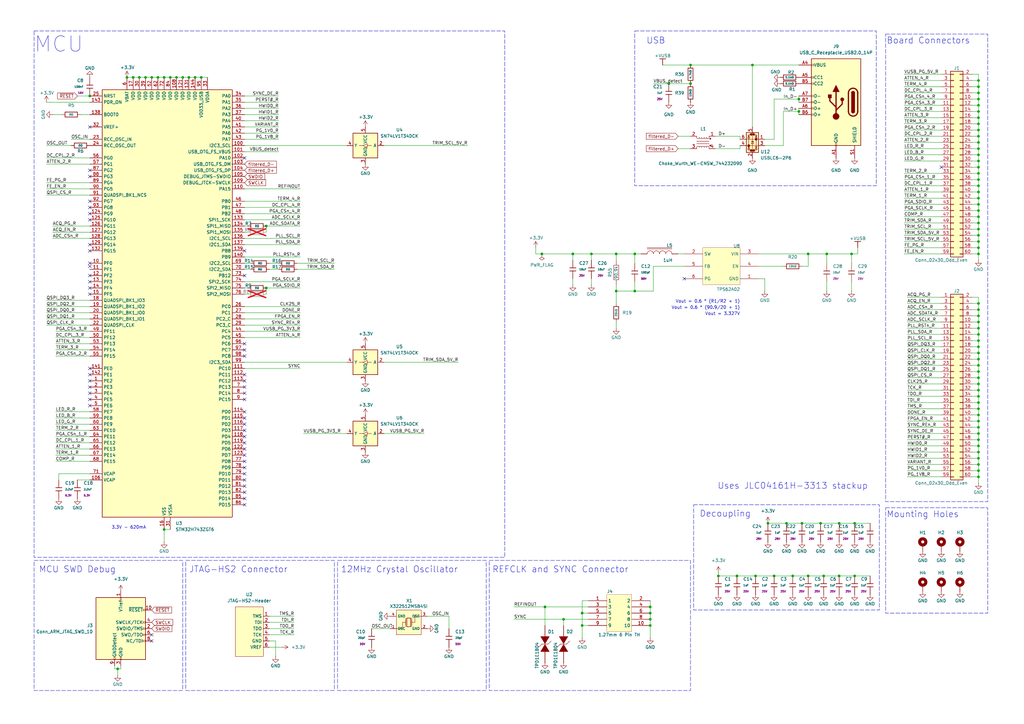
<source format=kicad_sch>
(kicad_sch (version 20250114) (generator "eeschema") (generator_version "9.0")
  (paper "A3")
  (title_block (title "Thunderscope Digital Signal Test Fixture") (date "2025-09-05") (rev "A0") (company "EEVengers") (comment 1 "by Akos Kovacs"))
  (lib_symbols
    (symbol "0402,10kΩ_2" (pin_numbers (hide yes)) (pin_names (offset 0))
      (property "Reference" "R" (at 1.778 0 0))
      (property "Value" "10kΩ" (at 0 0 90))
      (symbol "0402,10kΩ_2_1_1"
        (pin passive line (at 0 3.81 270) (length 1.27) (name "~") (number "1"))
        (pin passive line (at 0 -3.81 90) (length 1.27) (name "~") (number "2"))
      )
    )
    (symbol "0402,1uF_1" (pin_numbers (hide yes)) (pin_names (offset 0))
      (property "Reference" "C" (at 2.032 1.668 0))
      (property "Value" "1uF" (at 2.032 -0.3782 0))
      (property "Voltage Rated" "25V" (at 2.032 -2.0462 0))
      (symbol "0402,1uF_1_1_1"
        (pin passive line (at 0 3.81 270) (length 3.175) (name "~") (number "1"))
        (pin passive line (at 0 -3.81 90) (length 3.175) (name "~") (number "2"))
      )
    )
    (symbol "Connector:Conn_ARM_JTAG_SWD_10" (pin_names (offset 1.016))
      (property "Reference" "J" (at -2.54 16.51 0))
      (property "Value" "Conn_ARM_JTAG_SWD_10" (at -2.54 13.97 0))
      (symbol "Conn_ARM_JTAG_SWD_10_1_1"
        (pin no_connect line (at -10.16 0 0) (length 2.54) (hide yes) (name "KEY") (number "7"))
        (pin passive line (at -2.54 -15.24 90) (length 2.54) (name "GNDDetect") (number "9"))
        (pin power_in line (at 0 15.24 270) (length 2.54) (name "VTref") (number "1"))
        (pin power_in line (at 0 -15.24 90) (length 2.54) (name "GND") (number "3"))
        (pin passive line (at 0 -15.24 90) (length 2.54) (hide yes) (name "GND") (number "5"))
        (pin open_collector line (at 12.7 7.62 180) (length 2.54) (name "~{RESET}") (number "10"))
        (pin output line (at 12.7 2.54 180) (length 2.54) (name "SWCLK/TCK") (number "4"))
        (pin bidirectional line (at 12.7 0 180) (length 2.54) (name "SWDIO/TMS") (number "2"))
        (pin input line (at 12.7 -2.54 180) (length 2.54) (name "SWO/TDO") (number "6"))
        (pin output line (at 12.7 -5.08 180) (length 2.54) (name "NC/TDI") (number "8"))
      )
    )
    (symbol "Connector:USB_C_Receptacle_USB2.0_14P" (pin_names (offset 1.016))
      (property "Reference" "J" (at 0 22.225 0))
      (property "Value" "USB_C_Receptacle_USB2.0_14P" (at 0 19.685 0))
      (symbol "USB_C_Receptacle_USB2.0_14P_1_1"
        (pin passive line (at -7.62 -22.86 90) (length 5.08) (name "SHIELD") (number "S1"))
        (pin passive line (at 0 -22.86 90) (length 5.08) (name "GND") (number "A1"))
        (pin passive line (at 0 -22.86 90) (length 5.08) (hide yes) (name "GND") (number "A12"))
        (pin passive line (at 0 -22.86 90) (length 5.08) (hide yes) (name "GND") (number "B1"))
        (pin passive line (at 0 -22.86 90) (length 5.08) (hide yes) (name "GND") (number "B12"))
        (pin passive line (at 15.24 15.24 180) (length 5.08) (name "VBUS") (number "A4"))
        (pin passive line (at 15.24 15.24 180) (length 5.08) (hide yes) (name "VBUS") (number "A9"))
        (pin passive line (at 15.24 15.24 180) (length 5.08) (hide yes) (name "VBUS") (number "B4"))
        (pin passive line (at 15.24 15.24 180) (length 5.08) (hide yes) (name "VBUS") (number "B9"))
        (pin bidirectional line (at 15.24 10.16 180) (length 5.08) (name "CC1") (number "A5"))
        (pin bidirectional line (at 15.24 7.62 180) (length 5.08) (name "CC2") (number "B5"))
        (pin bidirectional line (at 15.24 2.54 180) (length 5.08) (name "D-") (number "A7"))
        (pin bidirectional line (at 15.24 0 180) (length 5.08) (name "D-") (number "B7"))
        (pin bidirectional line (at 15.24 -2.54 180) (length 5.08) (name "D+") (number "A6"))
        (pin bidirectional line (at 15.24 -5.08 180) (length 5.08) (name "D+") (number "B6"))
      )
    )
    (symbol "Connector_Generic:Conn_02x30_Odd_Even" (pin_names (offset 1.016) (hide yes))
      (property "Reference" "J" (at 1.27 38.1 0))
      (property "Value" "Conn_02x30_Odd_Even" (at 1.27 -40.64 0))
      (symbol "Conn_02x30_Odd_Even_1_1"
        (pin passive line (at -5.08 35.56 0) (length 3.81) (name "Pin_1") (number "1"))
        (pin passive line (at -5.08 33.02 0) (length 3.81) (name "Pin_3") (number "3"))
        (pin passive line (at -5.08 30.48 0) (length 3.81) (name "Pin_5") (number "5"))
        (pin passive line (at -5.08 27.94 0) (length 3.81) (name "Pin_7") (number "7"))
        (pin passive line (at -5.08 25.4 0) (length 3.81) (name "Pin_9") (number "9"))
        (pin passive line (at -5.08 22.86 0) (length 3.81) (name "Pin_11") (number "11"))
        (pin passive line (at -5.08 20.32 0) (length 3.81) (name "Pin_13") (number "13"))
        (pin passive line (at -5.08 17.78 0) (length 3.81) (name "Pin_15") (number "15"))
        (pin passive line (at -5.08 15.24 0) (length 3.81) (name "Pin_17") (number "17"))
        (pin passive line (at -5.08 12.7 0) (length 3.81) (name "Pin_19") (number "19"))
        (pin passive line (at -5.08 10.16 0) (length 3.81) (name "Pin_21") (number "21"))
        (pin passive line (at -5.08 7.62 0) (length 3.81) (name "Pin_23") (number "23"))
        (pin passive line (at -5.08 5.08 0) (length 3.81) (name "Pin_25") (number "25"))
        (pin passive line (at -5.08 2.54 0) (length 3.81) (name "Pin_27") (number "27"))
        (pin passive line (at -5.08 0 0) (length 3.81) (name "Pin_29") (number "29"))
        (pin passive line (at -5.08 -2.54 0) (length 3.81) (name "Pin_31") (number "31"))
        (pin passive line (at -5.08 -5.08 0) (length 3.81) (name "Pin_33") (number "33"))
        (pin passive line (at -5.08 -7.62 0) (length 3.81) (name "Pin_35") (number "35"))
        (pin passive line (at -5.08 -10.16 0) (length 3.81) (name "Pin_37") (number "37"))
        (pin passive line (at -5.08 -12.7 0) (length 3.81) (name "Pin_39") (number "39"))
        (pin passive line (at -5.08 -15.24 0) (length 3.81) (name "Pin_41") (number "41"))
        (pin passive line (at -5.08 -17.78 0) (length 3.81) (name "Pin_43") (number "43"))
        (pin passive line (at -5.08 -20.32 0) (length 3.81) (name "Pin_45") (number "45"))
        (pin passive line (at -5.08 -22.86 0) (length 3.81) (name "Pin_47") (number "47"))
        (pin passive line (at -5.08 -25.4 0) (length 3.81) (name "Pin_49") (number "49"))
        (pin passive line (at -5.08 -27.94 0) (length 3.81) (name "Pin_51") (number "51"))
        (pin passive line (at -5.08 -30.48 0) (length 3.81) (name "Pin_53") (number "53"))
        (pin passive line (at -5.08 -33.02 0) (length 3.81) (name "Pin_55") (number "55"))
        (pin passive line (at -5.08 -35.56 0) (length 3.81) (name "Pin_57") (number "57"))
        (pin passive line (at -5.08 -38.1 0) (length 3.81) (name "Pin_59") (number "59"))
        (pin passive line (at 7.62 35.56 180) (length 3.81) (name "Pin_2") (number "2"))
        (pin passive line (at 7.62 33.02 180) (length 3.81) (name "Pin_4") (number "4"))
        (pin passive line (at 7.62 30.48 180) (length 3.81) (name "Pin_6") (number "6"))
        (pin passive line (at 7.62 27.94 180) (length 3.81) (name "Pin_8") (number "8"))
        (pin passive line (at 7.62 25.4 180) (length 3.81) (name "Pin_10") (number "10"))
        (pin passive line (at 7.62 22.86 180) (length 3.81) (name "Pin_12") (number "12"))
        (pin passive line (at 7.62 20.32 180) (length 3.81) (name "Pin_14") (number "14"))
        (pin passive line (at 7.62 17.78 180) (length 3.81) (name "Pin_16") (number "16"))
        (pin passive line (at 7.62 15.24 180) (length 3.81) (name "Pin_18") (number "18"))
        (pin passive line (at 7.62 12.7 180) (length 3.81) (name "Pin_20") (number "20"))
        (pin passive line (at 7.62 10.16 180) (length 3.81) (name "Pin_22") (number "22"))
        (pin passive line (at 7.62 7.62 180) (length 3.81) (name "Pin_24") (number "24"))
        (pin passive line (at 7.62 5.08 180) (length 3.81) (name "Pin_26") (number "26"))
        (pin passive line (at 7.62 2.54 180) (length 3.81) (name "Pin_28") (number "28"))
        (pin passive line (at 7.62 0 180) (length 3.81) (name "Pin_30") (number "30"))
        (pin passive line (at 7.62 -2.54 180) (length 3.81) (name "Pin_32") (number "32"))
        (pin passive line (at 7.62 -5.08 180) (length 3.81) (name "Pin_34") (number "34"))
        (pin passive line (at 7.62 -7.62 180) (length 3.81) (name "Pin_36") (number "36"))
        (pin passive line (at 7.62 -10.16 180) (length 3.81) (name "Pin_38") (number "38"))
        (pin passive line (at 7.62 -12.7 180) (length 3.81) (name "Pin_40") (number "40"))
        (pin passive line (at 7.62 -15.24 180) (length 3.81) (name "Pin_42") (number "42"))
        (pin passive line (at 7.62 -17.78 180) (length 3.81) (name "Pin_44") (number "44"))
        (pin passive line (at 7.62 -20.32 180) (length 3.81) (name "Pin_46") (number "46"))
        (pin passive line (at 7.62 -22.86 180) (length 3.81) (name "Pin_48") (number "48"))
        (pin passive line (at 7.62 -25.4 180) (length 3.81) (name "Pin_50") (number "50"))
        (pin passive line (at 7.62 -27.94 180) (length 3.81) (name "Pin_52") (number "52"))
        (pin passive line (at 7.62 -30.48 180) (length 3.81) (name "Pin_54") (number "54"))
        (pin passive line (at 7.62 -33.02 180) (length 3.81) (name "Pin_56") (number "56"))
        (pin passive line (at 7.62 -35.56 180) (length 3.81) (name "Pin_58") (number "58"))
        (pin passive line (at 7.62 -38.1 180) (length 3.81) (name "Pin_60") (number "60"))
      )
    )
    (symbol "Filter:Choke_Wurth_WE-CNSW_744232090"
      (property "Reference" "L" (at 0 5.08 0))
      (property "Value" "Choke_Wurth_WE-CNSW_744232090" (at 0 -5.08 0))
      (symbol "Choke_Wurth_WE-CNSW_744232090_1_1"
        (pin passive line (at -5.08 2.54 0) (length 2.54) (name "") (number "1"))
        (pin passive line (at -5.08 -2.54 0) (length 2.54) (name "") (number "4"))
        (pin passive line (at 5.08 2.54 180) (length 2.54) (name "") (number "2"))
        (pin passive line (at 5.08 -2.54 180) (length 2.54) (name "") (number "3"))
      )
    )
    (symbol "Logic_LevelTranslator:SN74LV1T34DCK"
      (property "Reference" "U" (at 5.08 6.35 0))
      (property "Value" "SN74LV1T34DCK" (at 5.08 3.81 0))
      (symbol "SN74LV1T34DCK_1_1"
        (pin input line (at -7.62 0 0) (length 2.54) (name "A") (number "2"))
        (pin no_connect line (at -5.08 2.54 0) (length 2.54) (hide yes) (name "NC") (number "1"))
        (pin power_in line (at 0 7.62 270) (length 2.54) (name "VCC") (number "5"))
        (pin power_in line (at 0 -7.62 90) (length 2.54) (name "GND") (number "3"))
        (pin output line (at 7.62 0 180) (length 2.54) (name "Y") (number "4"))
      )
    )
    (symbol "MCU_ST_STM32H7:STM32H743ZGTx"
      (property "Reference" "U" (at -25.4 90.17 0))
      (property "Value" "STM32H743ZGTx" (at 20.32 90.17 0))
      (symbol "STM32H743ZGTx_1_1"
        (pin input line (at -30.48 86.36 0) (length 5.08) (name "NRST") (number "25"))
        (pin input line (at -30.48 83.82 0) (length 5.08) (name "PDR_ON") (number "143"))
        (pin input line (at -30.48 78.74 0) (length 5.08) (name "BOOT0") (number "138"))
        (pin input line (at -30.48 73.66 0) (length 5.08) (name "VREF+") (number "32"))
        (pin bidirectional line (at -30.48 68.58 0) (length 5.08) (name "PH0") (number "23") (alternate "RCC_OSC_IN" bidirectional line))
        (pin bidirectional line (at -30.48 66.04 0) (length 5.08) (name "PH1") (number "24") (alternate "RCC_OSC_OUT" bidirectional line))
        (pin bidirectional line (at -30.48 60.96 0) (length 5.08) (name "PG0") (number "56"))
        (pin bidirectional line (at -30.48 58.42 0) (length 5.08) (name "PG1") (number "57"))
        (pin bidirectional line (at -30.48 55.88 0) (length 5.08) (name "PG2") (number "87"))
        (pin bidirectional line (at -30.48 53.34 0) (length 5.08) (name "PG3") (number "88"))
        (pin bidirectional line (at -30.48 50.8 0) (length 5.08) (name "PG4") (number "89"))
        (pin bidirectional line (at -30.48 48.26 0) (length 5.08) (name "PG5") (number "90"))
        (pin bidirectional line (at -30.48 45.72 0) (length 5.08) (name "PG6") (number "91") (alternate "QUADSPI_BK1_NCS" bidirectional line))
        (pin bidirectional line (at -30.48 43.18 0) (length 5.08) (name "PG7") (number "92"))
        (pin bidirectional line (at -30.48 40.64 0) (length 5.08) (name "PG8") (number "93"))
        (pin bidirectional line (at -30.48 38.1 0) (length 5.08) (name "PG9") (number "124") (alternate "SPI1_MISO" bidirectional line))
        (pin bidirectional line (at -30.48 35.56 0) (length 5.08) (name "PG10") (number "125"))
        (pin bidirectional line (at -30.48 33.02 0) (length 5.08) (name "PG11") (number "126") (alternate "SPI1_SCK" bidirectional line))
        (pin bidirectional line (at -30.48 30.48 0) (length 5.08) (name "PG12") (number "127"))
        (pin bidirectional line (at -30.48 27.94 0) (length 5.08) (name "PG13") (number "128"))
        (pin bidirectional line (at -30.48 25.4 0) (length 5.08) (name "PG14") (number "129"))
        (pin bidirectional line (at -30.48 22.86 0) (length 5.08) (name "PG15") (number "132"))
        (pin bidirectional line (at -30.48 17.78 0) (length 5.08) (name "PF0") (number "10") (alternate "I2C2_SDA" bidirectional line))
        (pin bidirectional line (at -30.48 15.24 0) (length 5.08) (name "PF1") (number "11") (alternate "I2C2_SCL" bidirectional line))
        (pin bidirectional line (at -30.48 12.7 0) (length 5.08) (name "PF2") (number "12"))
        (pin bidirectional line (at -30.48 10.16 0) (length 5.08) (name "PF3") (number "13"))
        (pin bidirectional line (at -30.48 7.62 0) (length 5.08) (name "PF4") (number "14"))
        (pin bidirectional line (at -30.48 5.08 0) (length 5.08) (name "PF5") (number "15"))
        (pin bidirectional line (at -30.48 2.54 0) (length 5.08) (name "PF6") (number "18") (alternate "QUADSPI_BK1_IO3" bidirectional line))
        (pin bidirectional line (at -30.48 0 0) (length 5.08) (name "PF7") (number "19") (alternate "QUADSPI_BK1_IO2" bidirectional line))
        (pin bidirectional line (at -30.48 -2.54 0) (length 5.08) (name "PF8") (number "20") (alternate "QUADSPI_BK1_IO0" bidirectional line))
        (pin bidirectional line (at -30.48 -5.08 0) (length 5.08) (name "PF9") (number "21") (alternate "QUADSPI_BK1_IO1" bidirectional line))
        (pin bidirectional line (at -30.48 -7.62 0) (length 5.08) (name "PF10") (number "22") (alternate "QUADSPI_CLK" bidirectional line))
        (pin bidirectional line (at -30.48 -10.16 0) (length 5.08) (name "PF11") (number "49"))
        (pin bidirectional line (at -30.48 -12.7 0) (length 5.08) (name "PF12") (number "50"))
        (pin bidirectional line (at -30.48 -15.24 0) (length 5.08) (name "PF13") (number "53"))
        (pin bidirectional line (at -30.48 -17.78 0) (length 5.08) (name "PF14") (number "54"))
        (pin bidirectional line (at -30.48 -20.32 0) (length 5.08) (name "PF15") (number "55"))
        (pin bidirectional line (at -30.48 -25.4 0) (length 5.08) (name "PE0") (number "141"))
        (pin bidirectional line (at -30.48 -27.94 0) (length 5.08) (name "PE1") (number "142"))
        (pin bidirectional line (at -30.48 -30.48 0) (length 5.08) (name "PE2") (number "1") (alternate "QUADSPI_BK1_IO2" bidirectional line))
        (pin bidirectional line (at -30.48 -33.02 0) (length 5.08) (name "PE3") (number "2"))
        (pin bidirectional line (at -30.48 -35.56 0) (length 5.08) (name "PE4") (number "3"))
        (pin bidirectional line (at -30.48 -38.1 0) (length 5.08) (name "PE5") (number "4"))
        (pin bidirectional line (at -30.48 -40.64 0) (length 5.08) (name "PE6") (number "5"))
        (pin bidirectional line (at -30.48 -43.18 0) (length 5.08) (name "PE7") (number "58"))
        (pin bidirectional line (at -30.48 -45.72 0) (length 5.08) (name "PE8") (number "59"))
        (pin bidirectional line (at -30.48 -48.26 0) (length 5.08) (name "PE9") (number "60"))
        (pin bidirectional line (at -30.48 -50.8 0) (length 5.08) (name "PE10") (number "63"))
        (pin bidirectional line (at -30.48 -53.34 0) (length 5.08) (name "PE11") (number "64"))
        (pin bidirectional line (at -30.48 -55.88 0) (length 5.08) (name "PE12") (number "65"))
        (pin bidirectional line (at -30.48 -58.42 0) (length 5.08) (name "PE13") (number "66"))
        (pin bidirectional line (at -30.48 -60.96 0) (length 5.08) (name "PE14") (number "67"))
        (pin bidirectional line (at -30.48 -63.5 0) (length 5.08) (name "PE15") (number "68"))
        (pin power_out line (at -30.48 -68.58 0) (length 5.08) (name "VCAP") (number "71"))
        (pin power_out line (at -30.48 -71.12 0) (length 5.08) (name "VCAP") (number "106"))
        (pin power_in line (at -15.24 93.98 270) (length 5.08) (name "VBAT") (number "6"))
        (pin power_in line (at -12.7 93.98 270) (length 5.08) (name "VDD") (number "17"))
        (pin power_in line (at -10.16 93.98 270) (length 5.08) (name "VDD") (number "30"))
        (pin power_in line (at -7.62 93.98 270) (length 5.08) (name "VDD") (number "39"))
        (pin power_in line (at -5.08 93.98 270) (length 5.08) (name "VDD") (number "52"))
        (pin power_in line (at -2.54 93.98 270) (length 5.08) (name "VDD") (number "62"))
        (pin power_in line (at 0 93.98 270) (length 5.08) (name "VDD") (number "72"))
        (pin passive line (at 0 -91.44 90) (length 5.08) (hide yes) (name "VSS") (number "107"))
        (pin passive line (at 0 -91.44 90) (length 5.08) (hide yes) (name "VSS") (number "120"))
        (pin passive line (at 0 -91.44 90) (length 5.08) (hide yes) (name "VSS") (number "130"))
        (pin power_in line (at 0 -91.44 90) (length 5.08) (name "VSS") (number "16"))
        (pin passive line (at 0 -91.44 90) (length 5.08) (hide yes) (name "VSS") (number "38"))
        (pin passive line (at 0 -91.44 90) (length 5.08) (hide yes) (name "VSS") (number "51"))
        (pin passive line (at 0 -91.44 90) (length 5.08) (hide yes) (name "VSS") (number "61"))
        (pin passive line (at 0 -91.44 90) (length 5.08) (hide yes) (name "VSS") (number "83"))
        (pin passive line (at 0 -91.44 90) (length 5.08) (hide yes) (name "VSS") (number "94"))
        (pin power_in line (at 2.54 93.98 270) (length 5.08) (name "VDD") (number "84"))
        (pin power_in line (at 2.54 -91.44 90) (length 5.08) (name "VSSA") (number "31"))
        (pin power_in line (at 5.08 93.98 270) (length 5.08) (name "VDD") (number "108"))
        (pin power_in line (at 7.62 93.98 270) (length 5.08) (name "VDD") (number "121"))
        (pin power_in line (at 10.16 93.98 270) (length 5.08) (name "VDD") (number "131"))
        (pin power_in line (at 12.7 93.98 270) (length 5.08) (name "VDD") (number "144"))
        (pin power_in line (at 15.24 93.98 270) (length 5.08) (name "VDD33_USB") (number "95"))
        (pin power_in line (at 17.78 93.98 270) (length 5.08) (name "VDDA") (number "33"))
        (pin bidirectional line (at 33.02 86.36 180) (length 5.08) (name "PA0") (number "34"))
        (pin bidirectional line (at 33.02 83.82 180) (length 5.08) (name "PA1") (number "35") (alternate "QUADSPI_BK1_IO3" bidirectional line))
        (pin bidirectional line (at 33.02 81.28 180) (length 5.08) (name "PA2") (number "36"))
        (pin bidirectional line (at 33.02 78.74 180) (length 5.08) (name "PA3") (number "37"))
        (pin bidirectional line (at 33.02 76.2 180) (length 5.08) (name "PA4") (number "40"))
        (pin bidirectional line (at 33.02 73.66 180) (length 5.08) (name "PA5") (number "41") (alternate "SPI1_SCK" bidirectional line))
        (pin bidirectional line (at 33.02 71.12 180) (length 5.08) (name "PA6") (number "42") (alternate "SPI1_MISO" bidirectional line))
        (pin bidirectional line (at 33.02 68.58 180) (length 5.08) (name "PA7") (number "43") (alternate "SPI1_MOSI" bidirectional line))
        (pin bidirectional line (at 33.02 66.04 180) (length 5.08) (name "PA8") (number "100") (alternate "I2C3_SCL" bidirectional line))
        (pin bidirectional line (at 33.02 63.5 180) (length 5.08) (name "PA9") (number "101") (alternate "SPI2_SCK" bidirectional line) (alternate "USB_OTG_FS_VBUS" bidirectional line))
        (pin bidirectional line (at 33.02 60.96 180) (length 5.08) (name "PA10") (number "102"))
        (pin bidirectional line (at 33.02 58.42 180) (length 5.08) (name "PA11") (number "103") (alternate "USB_OTG_FS_DM" bidirectional line))
        (pin bidirectional line (at 33.02 55.88 180) (length 5.08) (name "PA12") (number "104") (alternate "SPI2_SCK" bidirectional line) (alternate "USB_OTG_FS_DP" bidirectional line))
        (pin bidirectional line (at 33.02 53.34 180) (length 5.08) (name "PA13") (number "105") (alternate "DEBUG_JTMS-SWDIO" bidirectional line))
        (pin bidirectional line (at 33.02 50.8 180) (length 5.08) (name "PA14") (number "109") (alternate "DEBUG_JTCK-SWCLK" bidirectional line))
        (pin bidirectional line (at 33.02 48.26 180) (length 5.08) (name "PA15") (number "110"))
        (pin bidirectional line (at 33.02 43.18 180) (length 5.08) (name "PB0") (number "46"))
        (pin bidirectional line (at 33.02 40.64 180) (length 5.08) (name "PB1") (number "47"))
        (pin bidirectional line (at 33.02 38.1 180) (length 5.08) (name "PB2") (number "48") (alternate "QUADSPI_CLK" bidirectional line))
        (pin bidirectional line (at 33.02 35.56 180) (length 5.08) (name "PB3") (number "133") (alternate "SPI1_SCK" bidirectional line))
        (pin bidirectional line (at 33.02 33.02 180) (length 5.08) (name "PB4") (number "134") (alternate "SPI1_MISO" bidirectional line))
        (pin bidirectional line (at 33.02 30.48 180) (length 5.08) (name "PB5") (number "135") (alternate "SPI1_MOSI" bidirectional line))
        (pin bidirectional line (at 33.02 27.94 180) (length 5.08) (name "PB6") (number "136") (alternate "I2C1_SCL" bidirectional line) (alternate "QUADSPI_BK1_NCS" bidirectional line))
        (pin bidirectional line (at 33.02 25.4 180) (length 5.08) (name "PB7") (number "137") (alternate "I2C1_SDA" bidirectional line))
        (pin bidirectional line (at 33.02 22.86 180) (length 5.08) (name "PB8") (number "139") (alternate "I2C1_SCL" bidirectional line))
        (pin bidirectional line (at 33.02 20.32 180) (length 5.08) (name "PB9") (number "140") (alternate "I2C1_SDA" bidirectional line))
        (pin bidirectional line (at 33.02 17.78 180) (length 5.08) (name "PB10") (number "69") (alternate "I2C2_SCL" bidirectional line) (alternate "QUADSPI_BK1_NCS" bidirectional line) (alternate "SPI2_SCK" bidirectional line))
        (pin bidirectional line (at 33.02 15.24 180) (length 5.08) (name "PB11") (number "70") (alternate "I2C2_SDA" bidirectional line))
        (pin bidirectional line (at 33.02 12.7 180) (length 5.08) (name "PB12") (number "73"))
        (pin bidirectional line (at 33.02 10.16 180) (length 5.08) (name "PB13") (number "74") (alternate "SPI2_SCK" bidirectional line))
        (pin bidirectional line (at 33.02 7.62 180) (length 5.08) (name "PB14") (number "75") (alternate "SPI2_MISO" bidirectional line))
        (pin bidirectional line (at 33.02 5.08 180) (length 5.08) (name "PB15") (number "76") (alternate "SPI2_MOSI" bidirectional line))
        (pin bidirectional line (at 33.02 0 180) (length 5.08) (name "PC0") (number "26"))
        (pin bidirectional line (at 33.02 -2.54 180) (length 5.08) (name "PC1") (number "27") (alternate "SPI2_MOSI" bidirectional line))
        (pin bidirectional line (at 33.02 -5.08 180) (length 5.08) (name "PC2_C") (number "28") (alternate "SPI2_MISO" bidirectional line))
        (pin bidirectional line (at 33.02 -7.62 180) (length 5.08) (name "PC3_C") (number "29") (alternate "SPI2_MOSI" bidirectional line))
        (pin bidirectional line (at 33.02 -10.16 180) (length 5.08) (name "PC4") (number "44"))
        (pin bidirectional line (at 33.02 -12.7 180) (length 5.08) (name "PC5") (number "45"))
        (pin bidirectional line (at 33.02 -15.24 180) (length 5.08) (name "PC6") (number "96"))
        (pin bidirectional line (at 33.02 -17.78 180) (length 5.08) (name "PC7") (number "97"))
        (pin bidirectional line (at 33.02 -20.32 180) (length 5.08) (name "PC8") (number "98"))
        (pin bidirectional line (at 33.02 -22.86 180) (length 5.08) (name "PC9") (number "99") (alternate "I2C3_SDA" bidirectional line) (alternate "QUADSPI_BK1_IO0" bidirectional line))
        (pin bidirectional line (at 33.02 -25.4 180) (length 5.08) (name "PC10") (number "111") (alternate "QUADSPI_BK1_IO1" bidirectional line))
        (pin bidirectional line (at 33.02 -27.94 180) (length 5.08) (name "PC11") (number "112"))
        (pin bidirectional line (at 33.02 -30.48 180) (length 5.08) (name "PC12") (number "113"))
        (pin bidirectional line (at 33.02 -33.02 180) (length 5.08) (name "PC13") (number "7"))
        (pin bidirectional line (at 33.02 -35.56 180) (length 5.08) (name "PC14") (number "8"))
        (pin bidirectional line (at 33.02 -38.1 180) (length 5.08) (name "PC15") (number "9"))
        (pin bidirectional line (at 33.02 -43.18 180) (length 5.08) (name "PD0") (number "114"))
        (pin bidirectional line (at 33.02 -45.72 180) (length 5.08) (name "PD1") (number "115"))
        (pin bidirectional line (at 33.02 -48.26 180) (length 5.08) (name "PD2") (number "116"))
        (pin bidirectional line (at 33.02 -50.8 180) (length 5.08) (name "PD3") (number "117") (alternate "SPI2_SCK" bidirectional line))
        (pin bidirectional line (at 33.02 -53.34 180) (length 5.08) (name "PD4") (number "118"))
        (pin bidirectional line (at 33.02 -55.88 180) (length 5.08) (name "PD5") (number "119"))
        (pin bidirectional line (at 33.02 -58.42 180) (length 5.08) (name "PD6") (number "122"))
        (pin bidirectional line (at 33.02 -60.96 180) (length 5.08) (name "PD7") (number "123") (alternate "SPI1_MOSI" bidirectional line))
        (pin bidirectional line (at 33.02 -63.5 180) (length 5.08) (name "PD8") (number "77"))
        (pin bidirectional line (at 33.02 -66.04 180) (length 5.08) (name "PD9") (number "78"))
        (pin bidirectional line (at 33.02 -68.58 180) (length 5.08) (name "PD10") (number "79"))
        (pin bidirectional line (at 33.02 -71.12 180) (length 5.08) (name "PD11") (number "80") (alternate "QUADSPI_BK1_IO0" bidirectional line))
        (pin bidirectional line (at 33.02 -73.66 180) (length 5.08) (name "PD12") (number "81") (alternate "QUADSPI_BK1_IO1" bidirectional line))
        (pin bidirectional line (at 33.02 -76.2 180) (length 5.08) (name "PD13") (number "82") (alternate "QUADSPI_BK1_IO3" bidirectional line))
        (pin bidirectional line (at 33.02 -78.74 180) (length 5.08) (name "PD14") (number "85"))
        (pin bidirectional line (at 33.02 -81.28 180) (length 5.08) (name "PD15") (number "86"))
      )
    )
    (symbol "Mechanical:MountingHole_Pad" (pin_numbers (hide yes)) (pin_names (offset 1.016) (hide yes)) (in_bom no)
      (property "Reference" "H" (at 0 6.35 0))
      (property "Value" "MountingHole_Pad" (at 0 4.445 0))
      (symbol "MountingHole_Pad_1_1"
        (pin input line (at 0 -2.54 90) (length 2.54) (name "1") (number "1"))
      )
    )
    (symbol "PCM_JLCPCB-Capacitors:0402,100nF" (pin_numbers (hide yes)) (pin_names (offset 0))
      (property "Reference" "C" (at 2.032 1.668 0))
      (property "Value" "100nF" (at 2.032 -0.3782 0))
      (property "Voltage Rated" "16V" (at 2.032 -2.0462 0))
      (symbol "0402,100nF_1_1"
        (pin passive line (at 0 3.81 270) (length 3.175) (name "~") (number "1"))
        (pin passive line (at 0 -3.81 90) (length 3.175) (name "~") (number "2"))
      )
    )
    (symbol "PCM_JLCPCB-Capacitors:0402,100pF" (pin_numbers (hide yes)) (pin_names (offset 0))
      (property "Reference" "C" (at 2.032 1.668 0))
      (property "Value" "100pF" (at 2.032 -0.3782 0))
      (property "Voltage Rated" "50V" (at 2.032 -2.0462 0))
      (symbol "0402,100pF_1_1"
        (pin passive line (at 0 3.81 270) (length 3.175) (name "~") (number "1"))
        (pin passive line (at 0 -3.81 90) (length 3.175) (name "~") (number "2"))
      )
    )
    (symbol "PCM_JLCPCB-Capacitors:0402,1uF" (pin_numbers (hide yes)) (pin_names (offset 0))
      (property "Reference" "C" (at 2.032 1.668 0))
      (property "Value" "1uF" (at 2.032 -0.3782 0))
      (property "Voltage Rated" "25V" (at 2.032 -2.0462 0))
      (symbol "0402,1uF_1_1"
        (pin passive line (at 0 3.81 270) (length 3.175) (name "~") (number "1"))
        (pin passive line (at 0 -3.81 90) (length 3.175) (name "~") (number "2"))
      )
    )
    (symbol "PCM_JLCPCB-Capacitors:0402,2.2uF" (pin_numbers (hide yes)) (pin_names (offset 0))
      (property "Reference" "C" (at 2.032 1.668 0))
      (property "Value" "2.2uF" (at 2.032 -0.3782 0))
      (property "Voltage Rated" "6.3V" (at 2.032 -2.0462 0))
      (symbol "0402,2.2uF_1_1"
        (pin passive line (at 0 3.81 270) (length 3.175) (name "~") (number "1"))
        (pin passive line (at 0 -3.81 90) (length 3.175) (name "~") (number "2"))
      )
    )
    (symbol "PCM_JLCPCB-Capacitors:0402,20pF" (pin_numbers (hide yes)) (pin_names (offset 0))
      (property "Reference" "C" (at 2.032 1.668 0))
      (property "Value" "20pF" (at 2.032 -0.3782 0))
      (property "Voltage Rated" "50V" (at 2.032 -2.0462 0))
      (symbol "0402,20pF_1_1"
        (pin passive line (at 0 3.81 270) (length 3.175) (name "~") (number "1"))
        (pin passive line (at 0 -3.81 90) (length 3.175) (name "~") (number "2"))
      )
    )
    (symbol "PCM_JLCPCB-Capacitors:0603,10uF,(2)" (pin_numbers (hide yes)) (pin_names (offset 0))
      (property "Reference" "C" (at 2.032 1.668 0))
      (property "Value" "10uF" (at 2.032 -0.3782 0))
      (property "Voltage Rated" "25V" (at 2.032 -2.0462 0))
      (symbol "0603,10uF,(2)_1_1"
        (pin passive line (at 0 3.81 270) (length 3.175) (name "~") (number "1"))
        (pin passive line (at 0 -3.81 90) (length 3.175) (name "~") (number "2"))
      )
    )
    (symbol "PCM_JLCPCB-Crystals:Crystal, 12MHz, 20pF"
      (property "Reference" "X" (at 0 6.096 0))
      (symbol "Crystal, 12MHz, 20pF_0_1"
        (pin unspecified line (at -7.62 2.54 0) (length 2.54) (name "GND") (number "4"))
        (pin unspecified line (at 7.62 -2.54 180) (length 2.54) (name "GND") (number "2"))
      )
      (symbol "Crystal, 12MHz, 20pF_1_1"
        (pin unspecified line (at -7.62 -2.54 0) (length 2.54) (name "OSC") (number "1"))
        (pin unspecified line (at 7.62 2.54 180) (length 2.54) (name "OSC") (number "3"))
      )
    )
    (symbol "PCM_JLCPCB-Resistors:0402,0Ω" (pin_numbers (hide yes)) (pin_names (offset 0))
      (property "Reference" "R" (at 1.778 0 0))
      (property "Value" "0Ω" (at 0 0 90))
      (symbol "0402,0Ω_1_1"
        (pin passive line (at 0 3.81 270) (length 1.27) (name "~") (number "1"))
        (pin passive line (at 0 -3.81 90) (length 1.27) (name "~") (number "2"))
      )
    )
    (symbol "PCM_JLCPCB-Resistors:0402,10kΩ" (pin_numbers (hide yes)) (pin_names (offset 0))
      (property "Reference" "R" (at 1.778 0 0))
      (property "Value" "10kΩ" (at 0 0 90))
      (symbol "0402,10kΩ_1_1"
        (pin passive line (at 0 3.81 270) (length 1.27) (name "~") (number "1"))
        (pin passive line (at 0 -3.81 90) (length 1.27) (name "~") (number "2"))
      )
    )
    (symbol "PCM_JLCPCB-Resistors:0402,20kΩ" (pin_numbers (hide yes)) (pin_names (offset 0))
      (property "Reference" "R" (at 1.778 0 0))
      (property "Value" "20kΩ" (at 0 0 90))
      (symbol "0402,20kΩ_1_1"
        (pin passive line (at 0 3.81 270) (length 1.27) (name "~") (number "1"))
        (pin passive line (at 0 -3.81 90) (length 1.27) (name "~") (number "2"))
      )
    )
    (symbol "PCM_JLCPCB-Resistors:0402,4.7kΩ" (pin_numbers (hide yes)) (pin_names (offset 0))
      (property "Reference" "R" (at 1.778 0 0))
      (property "Value" "4.7kΩ" (at 0 0 90))
      (symbol "0402,4.7kΩ_1_1"
        (pin passive line (at 0 3.81 270) (length 1.27) (name "~") (number "1"))
        (pin passive line (at 0 -3.81 90) (length 1.27) (name "~") (number "2"))
      )
    )
    (symbol "PCM_JLCPCB-Resistors:0402,5.1kΩ" (pin_numbers (hide yes)) (pin_names (offset 0))
      (property "Reference" "R" (at 1.778 0 0))
      (property "Value" "5.1kΩ" (at 0 0 90))
      (symbol "0402,5.1kΩ_1_1"
        (pin passive line (at 0 3.81 270) (length 1.27) (name "~") (number "1"))
        (pin passive line (at 0 -3.81 90) (length 1.27) (name "~") (number "2"))
      )
    )
    (symbol "PCM_JLCPCB-Resistors:0603,0Ω" (pin_numbers (hide yes)) (pin_names (offset 0))
      (property "Reference" "R" (at 1.778 0 0))
      (property "Value" "0Ω" (at 0 0 90))
      (symbol "0603,0Ω_1_1"
        (pin passive line (at 0 3.81 270) (length 1.27) (name "~") (number "1"))
        (pin passive line (at 0 -3.81 90) (length 1.27) (name "~") (number "2"))
      )
    )
    (symbol "Power_Protection:USBLC6-2P6" (pin_names (hide yes))
      (property "Reference" "U" (at 0.635 5.715 0))
      (property "Value" "USBLC6-2P6" (at 0.635 3.81 0))
      (symbol "USBLC6-2P6_1_1"
        (pin passive line (at -5.08 0 0) (length 2.54) (name "I/O1") (number "1"))
        (pin passive line (at -5.08 -2.54 0) (length 2.54) (name "I/O2") (number "3"))
        (pin passive line (at 0 5.08 270) (length 2.54) (name "VBUS") (number "5"))
        (pin passive line (at 0 -7.62 90) (length 2.54) (name "GND") (number "2"))
        (pin passive line (at 5.08 0 180) (length 2.54) (name "I/O1") (number "6"))
        (pin passive line (at 5.08 -2.54 180) (length 2.54) (name "I/O2") (number "4"))
      )
    )
    (symbol "Thunderscope_Rev5:+VUSB" (power)
      (property "Value" "+VUSB" (at 0 -3.81 0))
      (symbol "+VUSB_0_0"
        (pin power_in line (at 0 0 0) (length 0) (hide yes) (name "+5V2") (number ""))
      )
    )
    (symbol "Thunderscope_Rev5:CONN 1.27mm 2x5 Pin TH RA"
      (property "Reference" "J" (at 0 0 0))
      (property "Value" "1.27mm 6 Pin TH" (at 0 0 0))
      (symbol "CONN 1.27mm 2x5 Pin TH RA_1_0"
        (pin passive line (at -7.62 -2.54 0) (length 7.62) (name "1") (number "1"))
        (pin passive line (at -7.62 -5.08 0) (length 7.62) (name "3") (number "3"))
        (pin passive line (at -7.62 -7.62 0) (length 7.62) (name "5") (number "5"))
        (pin passive line (at -7.62 -10.16 0) (length 7.62) (name "7") (number "7"))
        (pin passive line (at -7.62 -12.7 0) (length 7.62) (name "9") (number "9"))
        (pin passive line (at 17.78 -2.54 180) (length 7.62) (name "2") (number "2"))
        (pin passive line (at 17.78 -5.08 180) (length 7.62) (name "4") (number "4"))
        (pin passive line (at 17.78 -7.62 180) (length 7.62) (name "6") (number "6"))
        (pin passive line (at 17.78 -10.16 180) (length 7.62) (name "8") (number "8"))
        (pin passive line (at 17.78 -12.7 180) (length 7.62) (name "10") (number "10"))
      )
    )
    (symbol "Thunderscope_Rev5:GND" (power) (pin_numbers (hide yes)) (pin_names (offset 0) (hide yes))
      (property "Value" "GND" (at 0 -3.81 0))
      (symbol "GND_1_1"
        (pin power_in line (at 0 0 270) (length 0) (name "~") (number "1"))
      )
    )
    (symbol "Thunderscope_Rev5:IC BUCK TPS62A02"
      (property "Reference" "U" (at 0 0 0))
      (property "Value" "TPS62A02" (at 0 0 0))
      (symbol "IC BUCK TPS62A02_1_0"
        (pin power_in line (at -7.62 -2.54 0) (length 7.62) (name "VIN") (number "3"))
        (pin input line (at -7.62 -7.62 0) (length 7.62) (name "EN") (number "4"))
        (pin power_in line (at -7.62 -12.7 0) (length 7.62) (name "GND") (number "1"))
        (pin power_out line (at 22.86 -2.54 180) (length 7.62) (name "SW") (number "2"))
        (pin passive line (at 22.86 -7.62 180) (length 7.62) (name "FB") (number "5"))
        (pin open_collector line (at 22.86 -12.7 180) (length 7.62) (name "PG") (number "6"))
      )
    )
    (symbol "Thunderscope_Rev5:IND 1uH 5.5A 32 MOHM 1210" (pin_numbers (hide yes)) (pin_names (hide yes))
      (property "Reference" "L" (at 0 0 0))
      (property "Value" "1uH" (at 0 0 0))
      (symbol "IND 1uH 5.5A 32 MOHM 1210_1_0"
        (pin passive line (at -7.62 0 0) (length 2.54) (name "1") (number "1"))
        (pin passive line (at 7.62 0 180) (length 2.54) (name "2") (number "2"))
      )
    )
    (symbol "Thunderscope_Rev5:RES 90.9K OHM 1% 1/16W 0402" (pin_numbers (hide yes)) (pin_names (hide yes))
      (property "Reference" "R" (at 0 0 0))
      (property "Value" "90.9k" (at 0 0 0))
      (symbol "RES 90.9K OHM 1% 1/16W 0402_1_0"
        (pin passive line (at -5.08 0 0) (length 2) (name "2") (number "2"))
        (pin passive line (at 5.08 0 180) (length 2) (name "1") (number "1"))
      )
    )
    (symbol "Thunderscope_Rev5:TVS TPD1E1B04" (pin_numbers (hide yes)) (pin_names (hide yes))
      (property "Reference" "D" (at 0 0 0))
      (property "Value" "TPD1E1B04" (at 0 0 0))
      (symbol "TVS TPD1E1B04_1_0"
        (pin passive line (at 0 7.62 270) (length 4.445) (name "K") (number "1"))
        (pin passive line (at 0 -7.62 90) (length 4.445) (name "A") (number "2"))
      )
    )
    (symbol "User:JTAG-HS2-Header"
      (property "Reference" "U" (at -5.842 21.336 0))
      (property "Value" "JTAG-HS2-Header" (at -9.652 9.906 90))
      (symbol "JTAG-HS2-Header_0_0"
        (pin unspecified line (at 2.54 16.51 180) (length 2.54) (name "TMS") (number "1"))
        (pin unspecified line (at 2.54 13.97 180) (length 2.54) (name "TDI") (number "2"))
        (pin unspecified line (at 2.54 11.43 180) (length 2.54) (name "TDO") (number "3"))
        (pin unspecified line (at 2.54 8.89 180) (length 2.54) (name "TCK") (number "4"))
        (pin unspecified line (at 2.54 6.35 180) (length 2.54) (name "GND") (number "5"))
        (pin unspecified line (at 2.54 3.81 180) (length 2.54) (name "VREF") (number "6"))
      )
    )
    (symbol "power:+3.3V" (power) (pin_numbers (hide yes)) (pin_names (offset 0) (hide yes))
      (property "Value" "+3.3V" (at 0 3.556 0))
      (symbol "+3.3V_1_1"
        (pin power_in line (at 0 0 90) (length 0) (name "~") (number "1"))
      )
    )
    (symbol "power:GND" (power) (pin_numbers (hide yes)) (pin_names (offset 0) (hide yes))
      (property "Value" "GND" (at 0 -3.81 0))
      (symbol "GND_1_1"
        (pin power_in line (at 0 0 270) (length 0) (name "~") (number "1"))
      )
    )
    (symbol "power:PWR_FLAG" (power) (pin_numbers (hide yes)) (pin_names (offset 0) (hide yes))
      (property "Value" "PWR_FLAG" (at 0 3.81 0))
      (symbol "PWR_FLAG_0_0"
        (pin power_out line (at 0 0 90) (length 0) (name "~") (number "1"))
      )
    )
  )
  (rectangle (start 260.35 12.7) (end 359.41 76.2) (stroke (width 0) (type dash)))
  (rectangle (start 76.2 229.87) (end 137.16 283.21) (stroke (width 0) (type dash)))
  (rectangle (start 200.66 229.87) (end 283.21 283.21) (stroke (width 0) (type dash)))
  (rectangle (start 363.22 208.28) (end 405.13 251.46) (stroke (width 0) (type dash)))
  (rectangle (start 13.97 229.87) (end 74.93 283.21) (stroke (width 0) (type dash)))
  (rectangle (start 138.43 229.87) (end 199.39 283.21) (stroke (width 0) (type dash)))
  (rectangle (start 284.48 207.01) (end 360.68 250.19) (stroke (width 0) (type dash)))
  (rectangle (start 13.97 12.7) (end 207.01 228.6) (stroke (width 0) (type dash)))
  (rectangle (start 363.22 13.97) (end 405.13 205.74) (stroke (width 0) (type dash)))
  (text "Decoupling\n" (at 297.434 210.82 0) (effects (font (size 2.54 2.54))))
  (text "MCU" (at 24.13 18.288 0) (effects (font (size 6.35 6.35))))
  (text "MCU SWD Debug" (at 31.75 233.68 0) (effects (font (size 2.54 2.54))))
  (text "Uses JLC04161H-3313 stackup\n" (at 325.12 199.39 0) (effects (font (size 2.54 2.54))))
  (text "Vout = 0.6 * (R1/R2 + 1)" (at 303.53 124.46 0) (effects (font (size 1.27 1.27)) (justify right bottom)))
  (text "Board Connectors" (at 380.746 16.764 0) (effects (font (size 2.54 2.54))))
  (text "REFCLK and SYNC Connector" (at 229.87 233.68 0) (effects (font (size 2.54 2.54))))
  (text "JTAG-HS2 Connector\n" (at 97.79 233.68 0) (effects (font (size 2.54 2.54))))
  (text "USB" (at 268.986 16.764 0) (effects (font (size 2.54 2.54))))
  (text "Vout = 3.327V" (at 303.53 129.54 0) (effects (font (size 1.27 1.27)) (justify right bottom)))
  (text "12MHz Crystal Oscillator\n" (at 163.83 233.68 0) (effects (font (size 2.54 2.54))))
  (text "3.3V - 620mA\n" (at 45.72 217.17 0) (effects (font (size 1.27 1.27)) (justify left bottom)))
  (text "Mounting Holes" (at 378.46 211.074 0) (effects (font (size 2.54 2.54))))
  (text "Vout = 0.6 * (90.9/20 + 1)" (at 303.53 127 0) (effects (font (size 1.27 1.27)) (justify right bottom)))
  (junction (at 252.73 119.38))
  (junction (at 401.32 139.7))
  (junction (at 260.35 119.38))
  (junction (at 238.76 251.46))
  (junction (at 344.17 236.22))
  (junction (at 401.32 172.72))
  (junction (at 109.22 118.11))
  (junction (at 349.25 104.14))
  (junction (at 69.85 31.75))
  (junction (at 59.69 31.75))
  (junction (at 401.32 104.14))
  (junction (at 64.77 31.75))
  (junction (at 337.82 236.22))
  (junction (at 327.66 40.64))
  (junction (at 401.32 167.64))
  (junction (at 327.66 45.72))
  (junction (at 401.32 66.04))
  (junction (at 401.32 78.74))
  (junction (at 82.55 31.75))
  (junction (at 52.07 31.75))
  (junction (at 234.95 104.14))
  (junction (at 260.35 104.14))
  (junction (at 401.32 152.4))
  (junction (at 401.32 96.52))
  (junction (at 401.32 160.02))
  (junction (at 48.26 274.32))
  (junction (at 401.32 33.02))
  (junction (at 401.32 48.26))
  (junction (at 222.25 104.14))
  (junction (at 401.32 101.6))
  (junction (at 322.58 214.63))
  (junction (at 57.15 31.75))
  (junction (at 274.32 34.29))
  (junction (at 223.52 248.92))
  (junction (at 401.32 35.56))
  (junction (at 74.93 31.75))
  (junction (at 401.32 137.16))
  (junction (at 401.32 81.28))
  (junction (at 308.61 26.67))
  (junction (at 401.32 195.58))
  (junction (at 401.32 134.62))
  (junction (at 252.73 104.14))
  (junction (at 401.32 170.18))
  (junction (at 401.32 180.34))
  (junction (at 314.96 214.63))
  (junction (at 401.32 71.12))
  (junction (at 401.32 142.24))
  (junction (at 294.64 236.22))
  (junction (at 401.32 68.58))
  (junction (at 401.32 86.36))
  (junction (at 401.32 175.26))
  (junction (at 328.93 214.63))
  (junction (at 401.32 63.5))
  (junction (at 401.32 157.48))
  (junction (at 77.47 31.75))
  (junction (at 238.76 256.54))
  (junction (at 401.32 132.08))
  (junction (at 309.88 236.22))
  (junction (at 72.39 31.75))
  (junction (at 344.17 214.63))
  (junction (at 401.32 154.94))
  (junction (at 401.32 45.72))
  (junction (at 401.32 187.96))
  (junction (at 401.32 177.8))
  (junction (at 401.32 60.96))
  (junction (at 67.31 31.75))
  (junction (at 401.32 147.32))
  (junction (at 401.32 73.66))
  (junction (at 401.32 149.86))
  (junction (at 401.32 91.44))
  (junction (at 401.32 185.42))
  (junction (at 283.21 26.67))
  (junction (at 401.32 83.82))
  (junction (at 67.31 217.17))
  (junction (at 317.5 236.22))
  (junction (at 266.7 251.46))
  (junction (at 266.7 254))
  (junction (at 54.61 31.75))
  (junction (at 336.55 214.63))
  (junction (at 283.21 34.29))
  (junction (at 401.32 182.88))
  (junction (at 80.01 31.75))
  (junction (at 401.32 38.1))
  (junction (at 401.32 129.54))
  (junction (at 331.47 236.22))
  (junction (at 109.22 92.71))
  (junction (at 401.32 193.04))
  (junction (at 401.32 40.64))
  (junction (at 401.32 124.46))
  (junction (at 339.09 104.14))
  (junction (at 266.7 256.54))
  (junction (at 401.32 127))
  (junction (at 62.23 31.75))
  (junction (at 401.32 50.8))
  (junction (at 266.7 248.92))
  (junction (at 401.32 55.88))
  (junction (at 401.32 144.78))
  (junction (at 401.32 162.56))
  (junction (at 401.32 58.42))
  (junction (at 401.32 165.1))
  (junction (at 242.57 104.14))
  (junction (at 302.26 236.22))
  (junction (at 401.32 88.9))
  (junction (at 350.52 236.22))
  (junction (at 401.32 93.98))
  (junction (at 401.32 99.06))
  (junction (at 401.32 43.18))
  (junction (at 350.52 214.63))
  (junction (at 401.32 53.34))
  (junction (at 331.47 104.14))
  (junction (at 325.12 236.22))
  (junction (at 36.83 39.37))
  (junction (at 401.32 190.5))
  (junction (at 231.14 254))
  (junction (at 401.32 76.2))
  (no_connect (at 36.83 151.13))
  (no_connect (at 100.33 156.21))
  (no_connect (at 100.33 146.05))
  (no_connect (at 280.67 114.3))
  (no_connect (at 100.33 143.51))
  (no_connect (at 36.83 90.17))
  (no_connect (at 36.83 118.11))
  (no_connect (at 100.33 191.77))
  (no_connect (at 100.33 189.23))
  (no_connect (at 36.83 163.83))
  (no_connect (at 36.83 120.65))
  (no_connect (at 36.83 115.57))
  (no_connect (at 100.33 173.99))
  (no_connect (at 100.33 102.87))
  (no_connect (at 100.33 186.69))
  (no_connect (at 100.33 158.75))
  (no_connect (at 62.23 260.35))
  (no_connect (at 100.33 153.67))
  (no_connect (at 36.83 82.55))
  (no_connect (at 36.83 107.95))
  (no_connect (at 100.33 113.03))
  (no_connect (at 36.83 156.21))
  (no_connect (at 100.33 171.45))
  (no_connect (at 36.83 72.39))
  (no_connect (at 62.23 262.89))
  (no_connect (at 100.33 199.39))
  (no_connect (at 100.33 201.93))
  (no_connect (at 386.08 68.58))
  (no_connect (at 36.83 85.09))
  (no_connect (at 100.33 179.07))
  (no_connect (at 100.33 168.91))
  (no_connect (at 100.33 204.47))
  (no_connect (at 36.83 109.22))
  (no_connect (at 100.33 64.77))
  (no_connect (at 100.33 184.15))
  (no_connect (at 36.83 153.67))
  (no_connect (at 36.83 158.75))
  (no_connect (at 36.83 100.33))
  (no_connect (at 100.33 163.83))
  (no_connect (at 36.83 87.63))
  (no_connect (at 36.83 113.03))
  (no_connect (at 36.83 102.87))
  (no_connect (at 100.33 161.29))
  (no_connect (at 36.83 166.37))
  (no_connect (at 36.83 161.29))
  (no_connect (at 100.33 196.85))
  (no_connect (at 100.33 176.53))
  (no_connect (at 100.33 194.31))
  (no_connect (at 100.33 181.61))
  (no_connect (at 100.33 207.01))
  (no_connect (at 36.83 52.07))
  (no_connect (at 36.83 69.85))
  (no_connect (at 100.33 140.97))
  (wire (pts (xy 317.5 40.64) (xy 327.66 40.64)))
  (wire (pts (xy 260.35 104.14) (xy 262.89 104.14)))
  (wire (pts (xy 370.84 101.6) (xy 386.08 101.6)))
  (wire (pts (xy 121.92 110.49) (xy 137.16 110.49)))
  (wire (pts (xy 100.33 133.35) (xy 123.19 133.35)))
  (wire (pts (xy 121.92 107.95) (xy 137.16 107.95)))
  (wire (pts (xy 370.84 33.02) (xy 386.08 33.02)))
  (wire (pts (xy 62.23 31.75) (xy 64.77 31.75)))
  (wire (pts (xy 350.52 214.63) (xy 344.17 214.63)))
  (wire (pts (xy 398.78 68.58) (xy 401.32 68.58)))
  (wire (pts (xy 152.4 257.81) (xy 160.02 257.81)))
  (wire (pts (xy 234.95 104.14) (xy 242.57 104.14)))
  (wire (pts (xy 372.11 185.42) (xy 386.08 185.42)))
  (wire (pts (xy 372.11 187.96) (xy 386.08 187.96)))
  (wire (pts (xy 401.32 144.78) (xy 401.32 147.32)))
  (wire (pts (xy 398.78 152.4) (xy 401.32 152.4)))
  (wire (pts (xy 401.32 147.32) (xy 401.32 149.86)))
  (wire (pts (xy 356.87 214.63) (xy 350.52 214.63)))
  (wire (pts (xy 22.86 184.15) (xy 36.83 184.15)))
  (wire (pts (xy 52.07 31.75) (xy 54.61 31.75)))
  (wire (pts (xy 372.11 165.1) (xy 386.08 165.1)))
  (wire (pts (xy 283.21 26.67) (xy 308.61 26.67)))
  (wire (pts (xy 19.05 133.35) (xy 36.83 133.35)))
  (wire (pts (xy 31.75 196.85) (xy 36.83 196.85)))
  (wire (pts (xy 19.05 123.19) (xy 36.83 123.19)))
  (wire (pts (xy 113.03 262.89) (xy 110.49 262.89)))
  (wire (pts (xy 266.7 256.54) (xy 266.7 261.62)))
  (wire (pts (xy 115.57 265.43) (xy 110.49 265.43)))
  (wire (pts (xy 100.33 49.53) (xy 114.3 49.53)))
  (wire (pts (xy 401.32 129.54) (xy 401.32 132.08)))
  (wire (pts (xy 100.33 90.17) (xy 123.19 90.17)))
  (wire (pts (xy 370.84 99.06) (xy 386.08 99.06)))
  (wire (pts (xy 109.22 92.71) (xy 123.19 92.71)))
  (wire (pts (xy 398.78 66.04) (xy 401.32 66.04)))
  (wire (pts (xy 401.32 127) (xy 401.32 129.54)))
  (wire (pts (xy 398.78 175.26) (xy 401.32 175.26)))
  (wire (pts (xy 398.78 160.02) (xy 401.32 160.02)))
  (wire (pts (xy 370.84 66.04) (xy 386.08 66.04)))
  (wire (pts (xy 252.73 119.38) (xy 260.35 119.38)))
  (wire (pts (xy 252.73 132.08) (xy 252.73 134.62)))
  (wire (pts (xy 370.84 76.2) (xy 386.08 76.2)))
  (wire (pts (xy 398.78 35.56) (xy 401.32 35.56)))
  (wire (pts (xy 372.11 152.4) (xy 386.08 152.4)))
  (wire (pts (xy 398.78 139.7) (xy 401.32 139.7)))
  (wire (pts (xy 123.19 100.33) (xy 100.33 100.33)))
  (wire (pts (xy 398.78 55.88) (xy 401.32 55.88)))
  (wire (pts (xy 331.47 104.14) (xy 331.47 109.22)))
  (wire (pts (xy 22.86 168.91) (xy 36.83 168.91)))
  (wire (pts (xy 372.11 180.34) (xy 386.08 180.34)))
  (wire (pts (xy 100.33 138.43) (xy 123.19 138.43)))
  (wire (pts (xy 64.77 31.75) (xy 67.31 31.75)))
  (wire (pts (xy 398.78 60.96) (xy 401.32 60.96)))
  (wire (pts (xy 59.69 31.75) (xy 62.23 31.75)))
  (wire (pts (xy 82.55 31.75) (xy 85.09 31.75)))
  (wire (pts (xy 349.25 115.57) (xy 349.25 119.38)))
  (wire (pts (xy 350.52 236.22) (xy 356.87 236.22)))
  (wire (pts (xy 401.32 93.98) (xy 401.32 96.52)))
  (wire (pts (xy 370.84 30.48) (xy 386.08 30.48)))
  (wire (pts (xy 266.7 251.46) (xy 266.7 254)))
  (wire (pts (xy 231.14 254) (xy 241.3 254)))
  (wire (pts (xy 398.78 162.56) (xy 401.32 162.56)))
  (wire (pts (xy 100.33 107.95) (xy 102.87 107.95)))
  (wire (pts (xy 322.58 214.63) (xy 314.96 214.63)))
  (wire (pts (xy 238.76 261.62) (xy 238.76 256.54)))
  (wire (pts (xy 401.32 132.08) (xy 401.32 134.62)))
  (wire (pts (xy 372.11 129.54) (xy 386.08 129.54)))
  (wire (pts (xy 80.01 31.75) (xy 77.47 31.75)))
  (wire (pts (xy 370.84 104.14) (xy 386.08 104.14)))
  (wire (pts (xy 242.57 116.84) (xy 242.57 114.3)))
  (wire (pts (xy 372.11 139.7) (xy 386.08 139.7)))
  (wire (pts (xy 401.32 101.6) (xy 401.32 104.14)))
  (wire (pts (xy 31.75 39.37) (xy 36.83 39.37)))
  (wire (pts (xy 123.19 105.41) (xy 100.33 105.41)))
  (wire (pts (xy 336.55 214.63) (xy 328.93 214.63)))
  (wire (pts (xy 110.49 110.49) (xy 114.3 110.49)))
  (wire (pts (xy 398.78 157.48) (xy 401.32 157.48)))
  (wire (pts (xy 260.35 107.95) (xy 260.35 104.14)))
  (wire (pts (xy 36.83 46.99) (xy 33.02 46.99)))
  (wire (pts (xy 401.32 43.18) (xy 401.32 45.72)))
  (wire (pts (xy 238.76 251.46) (xy 238.76 256.54)))
  (wire (pts (xy 370.84 53.34) (xy 386.08 53.34)))
  (wire (pts (xy 401.32 121.92) (xy 401.32 124.46)))
  (wire (pts (xy 372.11 144.78) (xy 386.08 144.78)))
  (wire (pts (xy 100.33 46.99) (xy 114.3 46.99)))
  (wire (pts (xy 370.84 55.88) (xy 386.08 55.88)))
  (wire (pts (xy 331.47 109.22) (xy 328.93 109.22)))
  (wire (pts (xy 266.7 246.38) (xy 266.7 248.92)))
  (wire (pts (xy 372.11 142.24) (xy 386.08 142.24)))
  (wire (pts (xy 293.37 55.88) (xy 303.53 55.88)))
  (wire (pts (xy 398.78 195.58) (xy 401.32 195.58)))
  (wire (pts (xy 327.66 45.72) (xy 321.31 45.72)))
  (wire (pts (xy 370.84 60.96) (xy 386.08 60.96)))
  (wire (pts (xy 267.97 119.38) (xy 267.97 109.22)))
  (wire (pts (xy 120.65 260.35) (xy 110.49 260.35)))
  (wire (pts (xy 339.09 119.38) (xy 339.09 115.57)))
  (wire (pts (xy 398.78 86.36) (xy 401.32 86.36)))
  (wire (pts (xy 317.5 40.64) (xy 317.5 57.15)))
  (wire (pts (xy 398.78 187.96) (xy 401.32 187.96)))
  (wire (pts (xy 401.32 78.74) (xy 401.32 81.28)))
  (wire (pts (xy 401.32 35.56) (xy 401.32 38.1)))
  (wire (pts (xy 252.73 119.38) (xy 252.73 116.84)))
  (wire (pts (xy 266.7 248.92) (xy 266.7 251.46)))
  (wire (pts (xy 401.32 124.46) (xy 401.32 127)))
  (wire (pts (xy 401.32 104.14) (xy 401.32 106.68)))
  (wire (pts (xy 344.17 214.63) (xy 336.55 214.63)))
  (wire (pts (xy 372.11 147.32) (xy 386.08 147.32)))
  (wire (pts (xy 372.11 137.16) (xy 386.08 137.16)))
  (wire (pts (xy 100.33 125.73) (xy 123.19 125.73)))
  (wire (pts (xy 401.32 81.28) (xy 401.32 83.82)))
  (wire (pts (xy 24.13 196.85) (xy 24.13 194.31)))
  (wire (pts (xy 372.11 172.72) (xy 386.08 172.72)))
  (wire (pts (xy 401.32 180.34) (xy 401.32 182.88)))
  (wire (pts (xy 349.25 104.14) (xy 349.25 107.95)))
  (wire (pts (xy 401.32 167.64) (xy 401.32 170.18)))
  (wire (pts (xy 303.53 55.88) (xy 303.53 57.15)))
  (wire (pts (xy 331.47 104.14) (xy 311.15 104.14)))
  (wire (pts (xy 21.59 92.71) (xy 36.83 92.71)))
  (wire (pts (xy 370.84 83.82) (xy 386.08 83.82)))
  (wire (pts (xy 101.6 95.25) (xy 100.33 95.25)))
  (wire (pts (xy 370.84 58.42) (xy 386.08 58.42)))
  (wire (pts (xy 370.84 43.18) (xy 386.08 43.18)))
  (wire (pts (xy 344.17 236.22) (xy 350.52 236.22)))
  (wire (pts (xy 372.11 132.08) (xy 386.08 132.08)))
  (wire (pts (xy 241.3 246.38) (xy 238.76 246.38)))
  (wire (pts (xy 242.57 104.14) (xy 242.57 106.68)))
  (wire (pts (xy 401.32 33.02) (xy 401.32 35.56)))
  (wire (pts (xy 398.78 96.52) (xy 401.32 96.52)))
  (wire (pts (xy 100.33 52.07) (xy 114.3 52.07)))
  (wire (pts (xy 372.11 170.18) (xy 386.08 170.18)))
  (wire (pts (xy 398.78 124.46) (xy 401.32 124.46)))
  (wire (pts (xy 19.05 80.01) (xy 36.83 80.01)))
  (wire (pts (xy 401.32 137.16) (xy 401.32 139.7)))
  (wire (pts (xy 19.05 77.47) (xy 36.83 77.47)))
  (wire (pts (xy 401.32 71.12) (xy 401.32 73.66)))
  (wire (pts (xy 21.59 95.25) (xy 36.83 95.25)))
  (wire (pts (xy 29.21 57.15) (xy 36.83 57.15)))
  (wire (pts (xy 401.32 157.48) (xy 401.32 160.02)))
  (wire (pts (xy 401.32 48.26) (xy 401.32 50.8)))
  (wire (pts (xy 370.84 71.12) (xy 386.08 71.12)))
  (wire (pts (xy 401.32 53.34) (xy 401.32 55.88)))
  (wire (pts (xy 22.86 179.07) (xy 36.83 179.07)))
  (wire (pts (xy 401.32 66.04) (xy 401.32 68.58)))
  (wire (pts (xy 184.15 252.73) (xy 184.15 257.81)))
  (wire (pts (xy 100.33 59.69) (xy 142.24 59.69)))
  (wire (pts (xy 113.03 269.24) (xy 113.03 262.89)))
  (wire (pts (xy 19.05 64.77) (xy 36.83 64.77)))
  (wire (pts (xy 100.33 128.27) (xy 123.19 128.27)))
  (wire (pts (xy 303.53 59.69) (xy 303.53 60.96)))
  (wire (pts (xy 370.84 78.74) (xy 386.08 78.74)))
  (wire (pts (xy 308.61 26.67) (xy 308.61 52.07)))
  (wire (pts (xy 100.33 41.91) (xy 114.3 41.91)))
  (wire (pts (xy 398.78 63.5) (xy 401.32 63.5)))
  (wire (pts (xy 100.33 130.81) (xy 123.19 130.81)))
  (wire (pts (xy 398.78 127) (xy 401.32 127)))
  (wire (pts (xy 401.32 68.58) (xy 401.32 71.12)))
  (wire (pts (xy 313.69 119.38) (xy 313.69 114.3)))
  (wire (pts (xy 311.15 109.22) (xy 321.31 109.22)))
  (wire (pts (xy 109.22 92.71) (xy 109.22 95.25)))
  (wire (pts (xy 401.32 134.62) (xy 401.32 137.16)))
  (wire (pts (xy 25.4 46.99) (xy 21.59 46.99)))
  (wire (pts (xy 401.32 58.42) (xy 401.32 60.96)))
  (wire (pts (xy 157.48 59.69) (xy 191.77 59.69)))
  (wire (pts (xy 234.95 116.84) (xy 234.95 114.3)))
  (wire (pts (xy 22.86 138.43) (xy 36.83 138.43)))
  (wire (pts (xy 401.32 86.36) (xy 401.32 88.9)))
  (wire (pts (xy 401.32 185.42) (xy 401.32 187.96)))
  (wire (pts (xy 398.78 76.2) (xy 401.32 76.2)))
  (wire (pts (xy 372.11 149.86) (xy 386.08 149.86)))
  (wire (pts (xy 77.47 31.75) (xy 74.93 31.75)))
  (wire (pts (xy 48.26 274.32) (xy 48.26 276.86)))
  (wire (pts (xy 280.67 104.14) (xy 278.13 104.14)))
  (wire (pts (xy 401.32 172.72) (xy 401.32 175.26)))
  (wire (pts (xy 331.47 236.22) (xy 337.82 236.22)))
  (wire (pts (xy 401.32 160.02) (xy 401.32 162.56)))
  (wire (pts (xy 370.84 73.66) (xy 386.08 73.66)))
  (wire (pts (xy 223.52 256.54) (xy 223.52 248.92)))
  (wire (pts (xy 398.78 50.8) (xy 401.32 50.8)))
  (wire (pts (xy 48.26 274.32) (xy 49.53 274.32)))
  (wire (pts (xy 398.78 88.9) (xy 401.32 88.9)))
  (wire (pts (xy 401.32 152.4) (xy 401.32 154.94)))
  (wire (pts (xy 67.31 31.75) (xy 69.85 31.75)))
  (wire (pts (xy 372.11 160.02) (xy 386.08 160.02)))
  (wire (pts (xy 100.33 135.89) (xy 123.19 135.89)))
  (wire (pts (xy 19.05 59.69) (xy 29.21 59.69)))
  (wire (pts (xy 278.13 55.88) (xy 283.21 55.88)))
  (wire (pts (xy 372.11 124.46) (xy 386.08 124.46)))
  (wire (pts (xy 222.25 104.14) (xy 219.71 104.14)))
  (wire (pts (xy 398.78 93.98) (xy 401.32 93.98)))
  (wire (pts (xy 401.32 170.18) (xy 401.32 172.72)))
  (wire (pts (xy 401.32 30.48) (xy 401.32 33.02)))
  (wire (pts (xy 321.31 59.69) (xy 313.69 59.69)))
  (wire (pts (xy 401.32 162.56) (xy 401.32 165.1)))
  (wire (pts (xy 210.82 254) (xy 231.14 254)))
  (wire (pts (xy 22.86 146.05) (xy 36.83 146.05)))
  (wire (pts (xy 398.78 167.64) (xy 401.32 167.64)))
  (wire (pts (xy 22.86 181.61) (xy 36.83 181.61)))
  (wire (pts (xy 398.78 144.78) (xy 401.32 144.78)))
  (wire (pts (xy 110.49 107.95) (xy 114.3 107.95)))
  (wire (pts (xy 398.78 180.34) (xy 401.32 180.34)))
  (wire (pts (xy 210.82 248.92) (xy 223.52 248.92)))
  (wire (pts (xy 19.05 130.81) (xy 36.83 130.81)))
  (wire (pts (xy 398.78 121.92) (xy 401.32 121.92)))
  (wire (pts (xy 100.33 44.45) (xy 114.3 44.45)))
  (wire (pts (xy 372.11 195.58) (xy 386.08 195.58)))
  (wire (pts (xy 370.84 35.56) (xy 386.08 35.56)))
  (wire (pts (xy 401.32 38.1) (xy 401.32 40.64)))
  (wire (pts (xy 252.73 124.46) (xy 252.73 119.38)))
  (wire (pts (xy 401.32 40.64) (xy 401.32 43.18)))
  (wire (pts (xy 22.86 143.51) (xy 36.83 143.51)))
  (wire (pts (xy 372.11 193.04) (xy 386.08 193.04)))
  (wire (pts (xy 398.78 45.72) (xy 401.32 45.72)))
  (wire (pts (xy 351.79 104.14) (xy 349.25 104.14)))
  (wire (pts (xy 100.33 115.57) (xy 123.19 115.57)))
  (wire (pts (xy 398.78 58.42) (xy 401.32 58.42)))
  (wire (pts (xy 260.35 119.38) (xy 267.97 119.38)))
  (wire (pts (xy 124.46 177.8) (xy 142.24 177.8)))
  (wire (pts (xy 327.66 40.64) (xy 327.66 39.37)))
  (wire (pts (xy 401.32 175.26) (xy 401.32 177.8)))
  (wire (pts (xy 370.84 48.26) (xy 386.08 48.26)))
  (wire (pts (xy 49.53 274.32) (xy 49.53 273.05)))
  (wire (pts (xy 401.32 142.24) (xy 401.32 144.78)))
  (wire (pts (xy 398.78 193.04) (xy 401.32 193.04)))
  (wire (pts (xy 372.11 134.62) (xy 386.08 134.62)))
  (wire (pts (xy 22.86 171.45) (xy 36.83 171.45)))
  (wire (pts (xy 22.86 176.53) (xy 36.83 176.53)))
  (wire (pts (xy 267.97 34.29) (xy 274.32 34.29)))
  (wire (pts (xy 36.83 97.79) (xy 21.59 97.79)))
  (wire (pts (xy 242.57 104.14) (xy 252.73 104.14)))
  (wire (pts (xy 398.78 33.02) (xy 401.32 33.02)))
  (wire (pts (xy 74.93 31.75) (xy 72.39 31.75)))
  (wire (pts (xy 372.11 177.8) (xy 386.08 177.8)))
  (wire (pts (xy 370.84 81.28) (xy 386.08 81.28)))
  (wire (pts (xy 252.73 106.68) (xy 252.73 104.14)))
  (wire (pts (xy 401.32 76.2) (xy 401.32 78.74)))
  (wire (pts (xy 67.31 217.17) (xy 67.31 222.25)))
  (wire (pts (xy 370.84 86.36) (xy 386.08 86.36)))
  (wire (pts (xy 401.32 83.82) (xy 401.32 86.36)))
  (wire (pts (xy 157.48 177.8) (xy 173.99 177.8)))
  (wire (pts (xy 24.13 194.31) (xy 36.83 194.31)))
  (wire (pts (xy 109.22 118.11) (xy 109.22 120.65)))
  (wire (pts (xy 398.78 48.26) (xy 401.32 48.26)))
  (wire (pts (xy 234.95 104.14) (xy 234.95 106.68)))
  (wire (pts (xy 241.3 251.46) (xy 238.76 251.46)))
  (wire (pts (xy 57.15 31.75) (xy 54.61 31.75)))
  (wire (pts (xy 317.5 236.22) (xy 325.12 236.22)))
  (wire (pts (xy 48.26 274.32) (xy 46.99 274.32)))
  (wire (pts (xy 101.6 92.71) (xy 100.33 92.71)))
  (wire (pts (xy 398.78 165.1) (xy 401.32 165.1)))
  (wire (pts (xy 398.78 73.66) (xy 401.32 73.66)))
  (wire (pts (xy 19.05 128.27) (xy 36.83 128.27)))
  (wire (pts (xy 100.33 148.59) (xy 142.24 148.59)))
  (wire (pts (xy 398.78 172.72) (xy 401.32 172.72)))
  (wire (pts (xy 370.84 93.98) (xy 386.08 93.98)))
  (wire (pts (xy 401.32 63.5) (xy 401.32 66.04)))
  (wire (pts (xy 238.76 256.54) (xy 241.3 256.54)))
  (wire (pts (xy 331.47 104.14) (xy 339.09 104.14)))
  (wire (pts (xy 267.97 109.22) (xy 280.67 109.22)))
  (wire (pts (xy 372.11 182.88) (xy 386.08 182.88)))
  (wire (pts (xy 401.32 88.9) (xy 401.32 91.44)))
  (wire (pts (xy 328.93 214.63) (xy 322.58 214.63)))
  (wire (pts (xy 317.5 57.15) (xy 313.69 57.15)))
  (wire (pts (xy 372.11 121.92) (xy 386.08 121.92)))
  (wire (pts (xy 398.78 81.28) (xy 401.32 81.28)))
  (wire (pts (xy 294.64 234.95) (xy 294.64 236.22)))
  (wire (pts (xy 278.13 60.96) (xy 283.21 60.96)))
  (wire (pts (xy 19.05 125.73) (xy 36.83 125.73)))
  (wire (pts (xy 401.32 50.8) (xy 401.32 53.34)))
  (wire (pts (xy 123.19 97.79) (xy 100.33 97.79)))
  (wire (pts (xy 19.05 74.93) (xy 36.83 74.93)))
  (wire (pts (xy 325.12 236.22) (xy 331.47 236.22)))
  (wire (pts (xy 372.11 154.94) (xy 386.08 154.94)))
  (wire (pts (xy 401.32 45.72) (xy 401.32 48.26)))
  (wire (pts (xy 260.35 104.14) (xy 252.73 104.14)))
  (wire (pts (xy 100.33 39.37) (xy 114.3 39.37)))
  (wire (pts (xy 370.84 50.8) (xy 386.08 50.8)))
  (wire (pts (xy 398.78 149.86) (xy 401.32 149.86)))
  (wire (pts (xy 82.55 31.75) (xy 80.01 31.75)))
  (wire (pts (xy 114.3 62.23) (xy 100.33 62.23)))
  (wire (pts (xy 309.88 236.22) (xy 317.5 236.22)))
  (wire (pts (xy 398.78 71.12) (xy 401.32 71.12)))
  (wire (pts (xy 303.53 60.96) (xy 293.37 60.96)))
  (wire (pts (xy 370.84 40.64) (xy 386.08 40.64)))
  (wire (pts (xy 260.35 115.57) (xy 260.35 119.38)))
  (wire (pts (xy 372.11 127) (xy 386.08 127)))
  (wire (pts (xy 401.32 187.96) (xy 401.32 190.5)))
  (wire (pts (xy 401.32 154.94) (xy 401.32 157.48)))
  (wire (pts (xy 398.78 177.8) (xy 401.32 177.8)))
  (wire (pts (xy 372.11 190.5) (xy 386.08 190.5)))
  (wire (pts (xy 219.71 104.14) (xy 219.71 101.6)))
  (wire (pts (xy 398.78 185.42) (xy 401.32 185.42)))
  (wire (pts (xy 370.84 96.52) (xy 386.08 96.52)))
  (wire (pts (xy 401.32 182.88) (xy 401.32 185.42)))
  (wire (pts (xy 398.78 147.32) (xy 401.32 147.32)))
  (wire (pts (xy 401.32 190.5) (xy 401.32 193.04)))
  (wire (pts (xy 184.15 252.73) (xy 175.26 252.73)))
  (wire (pts (xy 46.99 273.05) (xy 46.99 274.32)))
  (wire (pts (xy 398.78 182.88) (xy 401.32 182.88)))
  (wire (pts (xy 19.05 41.91) (xy 36.83 41.91)))
  (wire (pts (xy 398.78 53.34) (xy 401.32 53.34)))
  (wire (pts (xy 370.84 38.1) (xy 386.08 38.1)))
  (wire (pts (xy 57.15 31.75) (xy 59.69 31.75)))
  (wire (pts (xy 398.78 129.54) (xy 401.32 129.54)))
  (wire (pts (xy 372.11 175.26) (xy 386.08 175.26)))
  (wire (pts (xy 69.85 31.75) (xy 72.39 31.75)))
  (wire (pts (xy 22.86 135.89) (xy 36.83 135.89)))
  (wire (pts (xy 238.76 246.38) (xy 238.76 251.46)))
  (wire (pts (xy 401.32 193.04) (xy 401.32 195.58)))
  (wire (pts (xy 294.64 236.22) (xy 302.26 236.22)))
  (wire (pts (xy 401.32 91.44) (xy 401.32 93.98)))
  (wire (pts (xy 398.78 142.24) (xy 401.32 142.24)))
  (wire (pts (xy 398.78 154.94) (xy 401.32 154.94)))
  (wire (pts (xy 372.11 157.48) (xy 386.08 157.48)))
  (wire (pts (xy 327.66 45.72) (xy 327.66 46.99)))
  (wire (pts (xy 370.84 91.44) (xy 386.08 91.44)))
  (wire (pts (xy 370.84 45.72) (xy 386.08 45.72)))
  (wire (pts (xy 22.86 189.23) (xy 36.83 189.23)))
  (wire (pts (xy 372.11 167.64) (xy 386.08 167.64)))
  (wire (pts (xy 370.84 63.5) (xy 386.08 63.5)))
  (wire (pts (xy 372.11 162.56) (xy 386.08 162.56)))
  (wire (pts (xy 398.78 132.08) (xy 401.32 132.08)))
  (wire (pts (xy 22.86 186.69) (xy 36.83 186.69)))
  (wire (pts (xy 266.7 254) (xy 266.7 256.54)))
  (wire (pts (xy 401.32 55.88) (xy 401.32 58.42)))
  (wire (pts (xy 271.78 26.67) (xy 283.21 26.67)))
  (wire (pts (xy 398.78 30.48) (xy 401.32 30.48)))
  (wire (pts (xy 401.32 149.86) (xy 401.32 152.4)))
  (wire (pts (xy 120.65 255.27) (xy 110.49 255.27)))
  (wire (pts (xy 100.33 87.63) (xy 123.19 87.63)))
  (wire (pts (xy 100.33 77.47) (xy 123.19 77.47)))
  (wire (pts (xy 100.33 151.13) (xy 123.19 151.13)))
  (wire (pts (xy 100.33 110.49) (xy 102.87 110.49)))
  (wire (pts (xy 398.78 43.18) (xy 401.32 43.18)))
  (wire (pts (xy 274.32 34.29) (xy 283.21 34.29)))
  (wire (pts (xy 22.86 173.99) (xy 36.83 173.99)))
  (wire (pts (xy 401.32 73.66) (xy 401.32 76.2)))
  (wire (pts (xy 398.78 104.14) (xy 401.32 104.14)))
  (wire (pts (xy 398.78 91.44) (xy 401.32 91.44)))
  (wire (pts (xy 100.33 82.55) (xy 123.19 82.55)))
  (wire (pts (xy 398.78 99.06) (xy 401.32 99.06)))
  (wire (pts (xy 401.32 165.1) (xy 401.32 167.64)))
  (wire (pts (xy 398.78 78.74) (xy 401.32 78.74)))
  (wire (pts (xy 339.09 104.14) (xy 339.09 107.95)))
  (wire (pts (xy 398.78 101.6) (xy 401.32 101.6)))
  (wire (pts (xy 398.78 134.62) (xy 401.32 134.62)))
  (wire (pts (xy 401.32 96.52) (xy 401.32 99.06)))
  (wire (pts (xy 349.25 104.14) (xy 339.09 104.14)))
  (wire (pts (xy 100.33 85.09) (xy 123.19 85.09)))
  (wire (pts (xy 398.78 170.18) (xy 401.32 170.18)))
  (wire (pts (xy 231.14 254) (xy 231.14 256.54)))
  (wire (pts (xy 327.66 44.45) (xy 327.66 45.72)))
  (wire (pts (xy 120.65 252.73) (xy 110.49 252.73)))
  (wire (pts (xy 401.32 99.06) (xy 401.32 101.6)))
  (wire (pts (xy 67.31 217.17) (xy 69.85 217.17)))
  (wire (pts (xy 398.78 190.5) (xy 401.32 190.5)))
  (wire (pts (xy 398.78 137.16) (xy 401.32 137.16)))
  (wire (pts (xy 398.78 38.1) (xy 401.32 38.1)))
  (wire (pts (xy 101.6 120.65) (xy 100.33 120.65)))
  (wire (pts (xy 100.33 57.15) (xy 114.3 57.15)))
  (wire (pts (xy 101.6 118.11) (xy 100.33 118.11)))
  (wire (pts (xy 120.65 257.81) (xy 110.49 257.81)))
  (wire (pts (xy 100.33 54.61) (xy 114.3 54.61)))
  (wire (pts (xy 351.79 101.6) (xy 351.79 104.14)))
  (wire (pts (xy 401.32 177.8) (xy 401.32 180.34)))
  (wire (pts (xy 398.78 40.64) (xy 401.32 40.64)))
  (wire (pts (xy 222.25 104.14) (xy 234.95 104.14)))
  (wire (pts (xy 398.78 83.82) (xy 401.32 83.82)))
  (wire (pts (xy 401.32 195.58) (xy 401.32 198.12)))
  (wire (pts (xy 223.52 248.92) (xy 241.3 248.92)))
  (wire (pts (xy 109.22 118.11) (xy 123.19 118.11)))
  (wire (pts (xy 401.32 60.96) (xy 401.32 63.5)))
  (wire (pts (xy 302.26 236.22) (xy 309.88 236.22)))
  (wire (pts (xy 157.48 148.59) (xy 187.96 148.59)))
  (wire (pts (xy 308.61 26.67) (xy 327.66 26.67)))
  (wire (pts (xy 19.05 67.31) (xy 36.83 67.31)))
  (wire (pts (xy 401.32 139.7) (xy 401.32 142.24)))
  (wire (pts (xy 321.31 45.72) (xy 321.31 59.69)))
  (wire (pts (xy 22.86 140.97) (xy 36.83 140.97)))
  (wire (pts (xy 313.69 114.3) (xy 311.15 114.3)))
  (wire (pts (xy 337.82 236.22) (xy 344.17 236.22)))
  (wire (pts (xy 370.84 88.9) (xy 386.08 88.9)))
  (wire (pts (xy 327.66 41.91) (xy 327.66 40.64)))
  (label "PG_1V8_R" (at 114.3 57.15 180))
  (label "PGA_CSn_4_R" (at 370.84 40.64 0))
  (label "TRIM_SDA_R" (at 137.16 110.49 180))
  (label "VARIANT_R" (at 114.3 52.07 180))
  (label "PLL_SCL_R" (at 372.11 139.7 0))
  (label "FE_PG_R" (at 370.84 101.6 0))
  (label "PG_1V8_R" (at 372.11 195.58 0))
  (label "TERM_4_R" (at 370.84 35.56 0))
  (label "ATTEN_4_R" (at 123.19 138.43 180))
  (label "ADC_CSn_R" (at 21.59 97.79 0))
  (label "REFINOUT" (at 210.82 248.92 0))
  (label "PGA_CSn_2_R" (at 22.86 146.05 0))
  (label "QSPI_DQ0_R" (at 372.11 147.32 0))
  (label "TMS_R" (at 372.11 167.64 0))
  (label "REFINOUT" (at 123.19 77.47 180))
  (label "TRIM_SDA_5V_R" (at 187.96 148.59 180))
  (label "In_D+" (at 321.31 45.72 0))
  (label "COMP_R" (at 22.86 189.23 0))
  (label "TMS_R" (at 120.65 252.73 180))
  (label "TRIM_SCL_5V_R" (at 370.84 99.06 0))
  (label "LED_G_R" (at 22.86 173.99 0))
  (label "COMP_R" (at 370.84 88.9 0))
  (label "FE_PG_R" (at 19.05 74.93 0))
  (label "QSPI_CS_R" (at 19.05 80.01 0))
  (label "DONE_R" (at 372.11 170.18 0))
  (label "ATTEN_1_R" (at 370.84 78.74 0))
  (label "ADC_SDATA_R" (at 372.11 129.54 0))
  (label "ADC_CSn_R" (at 372.11 127 0))
  (label "ACQ_PG_R" (at 21.59 92.71 0))
  (label "OSC_OUT" (at 152.4 257.81 0))
  (label "TERM_2_R" (at 22.86 176.53 0))
  (label "HWID2_R" (at 372.11 187.96 0))
  (label "DC_CPL_4_R" (at 123.19 85.09 180))
  (label "VBUS_detect" (at 114.3 62.23 180))
  (label "PG_1V0_R" (at 372.11 193.04 0))
  (label "VARIANT_R" (at 372.11 190.5 0))
  (label "ATTEN_4_R" (at 370.84 33.02 0))
  (label "TERM_1_R" (at 22.86 186.69 0))
  (label "FE_EN_R" (at 19.05 77.47 0))
  (label "HWID1_R" (at 114.3 46.99 180))
  (label "QSPI_DQ1_R" (at 372.11 152.4 0))
  (label "DC_CPL_3_R" (at 370.84 45.72 0))
  (label "TERM_4_R" (at 123.19 82.55 180))
  (label "ATTEN_2_R" (at 370.84 58.42 0))
  (label "VBUS_detect" (at 267.97 34.29 0))
  (label "DONE_R" (at 123.19 128.27 180))
  (label "DC_CPL_4_R" (at 370.84 38.1 0))
  (label "QSPI_CLK_R" (at 372.11 144.78 0))
  (label "SYNC_DE_R" (at 372.11 177.8 0))
  (label "FPGA_EN_R" (at 372.11 172.72 0))
  (label "QSPI_DQ3_R" (at 372.11 142.24 0))
  (label "PGA_SDIO_R" (at 370.84 83.82 0))
  (label "DC_CPL_2_R" (at 370.84 55.88 0))
  (label "OSC_IN" (at 184.15 252.73 180))
  (label "SYNC_REn_R" (at 372.11 175.26 0))
  (label "SYNC" (at 123.19 151.13 180))
  (label "ATTEN_3_R" (at 370.84 48.26 0))
  (label "SYNC_DE_R" (at 114.3 39.37 180))
  (label "PGA_CSn_3_R" (at 22.86 135.89 0))
  (label "PGA_CSn_4_R" (at 123.19 87.63 180))
  (label "PLL_SDA_R" (at 372.11 137.16 0))
  (label "TRIM_SDA_R" (at 370.84 91.44 0))
  (label "PGA_SCLK_R" (at 370.84 86.36 0))
  (label "DC_CPL_1_R" (at 22.86 181.61 0))
  (label "TERM_2_R" (at 370.84 71.12 0))
  (label "TERM_1_R" (at 370.84 81.28 0))
  (label "PGA_SCLK_R" (at 123.19 115.57 180))
  (label "D+" (at 294.64 55.88 0))
  (label "LED_R_R" (at 370.84 60.96 0))
  (label "TDO_R" (at 120.65 257.81 180))
  (label "OSC_IN" (at 29.21 57.15 0))
  (label "ACQ_EN_R" (at 372.11 124.46 0))
  (label "FPGA_EN_R" (at 123.19 130.81 180))
  (label "LED_B_R" (at 370.84 63.5 0))
  (label "PLL_RSTn_R" (at 123.19 105.41 180))
  (label "QSPI_DQ0_R" (at 19.05 128.27 0))
  (label "VUSB_PG_3V3_R" (at 124.46 177.8 0))
  (label "PGA_CSn_1_R" (at 22.86 179.07 0))
  (label "CLK25_R" (at 372.11 157.48 0))
  (label "TDI_R" (at 120.65 255.27 180))
  (label "QSPI_CLK_R" (at 19.05 133.35 0))
  (label "DC_CPL_1_R" (at 370.84 76.2 0))
  (label "ACQ_EN_R" (at 21.59 95.25 0))
  (label "ADC_SCLK_R" (at 372.11 132.08 0))
  (label "PLL_SDA_R" (at 123.19 100.33 180))
  (label "ATTEN_3_R" (at 22.86 140.97 0))
  (label "HWID0_R" (at 114.3 44.45 180))
  (label "ADC_SDATA_R" (at 123.19 92.71 180))
  (label "ATTEN_1_R" (at 22.86 184.15 0))
  (label "QSPI_DQ1_R" (at 19.05 130.81 0))
  (label "TRIM_SCL_R" (at 137.16 107.95 180))
  (label "CLK25_R" (at 123.19 125.73 180))
  (label "FE_EN_R" (at 370.84 104.14 0))
  (label "TERM_3_R" (at 370.84 50.8 0))
  (label "PG_1V0_R" (at 114.3 54.61 180))
  (label "PGA_SDIO_R" (at 123.19 118.11 180))
  (label "PLL_SCL_R" (at 123.19 97.79 180))
  (label "TERM_3_R" (at 22.86 143.51 0))
  (label "TRIM_SCL_5V_R" (at 191.77 59.69 180))
  (label "ADC_SCLK_R" (at 123.19 90.17 180))
  (label "QSPI_DQ3_R" (at 19.05 123.19 0))
  (label "PGA_CSn_1_R" (at 370.84 73.66 0))
  (label "LED_B_R" (at 22.86 171.45 0))
  (label "ACQ_PG_R" (at 372.11 121.92 0))
  (label "QSPI_DQ2_R" (at 372.11 149.86 0))
  (label "OSC_OUT" (at 19.05 59.69 0))
  (label "SYNC" (at 210.82 254 0))
  (label "TCK_R" (at 372.11 160.02 0))
  (label "PERST#_R" (at 372.11 180.34 0))
  (label "DC_CPL_3_R" (at 22.86 138.43 0))
  (label "TDO_R" (at 372.11 162.56 0))
  (label "HWID1_R" (at 372.11 185.42 0))
  (label "PGA_CSn_3_R" (at 370.84 43.18 0))
  (label "VUSB_PG_5V_R" (at 173.99 177.8 180))
  (label "ATTEN_2_R" (at 19.05 67.31 0))
  (label "PERST#_R" (at 114.3 41.91 180))
  (label "SYNC_REn_R" (at 123.19 133.35 180))
  (label "PGA_CSn_2_R" (at 370.84 53.34 0))
  (label "PLL_RSTn_R" (at 372.11 134.62 0))
  (label "HWID0_R" (at 372.11 182.88 0))
  (label "QSPI_CS_R" (at 372.11 154.94 0))
  (label "VUSB_PG_3V3_R" (at 123.19 135.89 180))
  (label "QSPI_DQ2_R" (at 19.05 125.73 0))
  (label "TCK_R" (at 120.65 260.35 180))
  (label "In_D-" (at 321.31 40.64 0))
  (label "TRIM_SCL_R" (at 370.84 93.98 0))
  (label "LED_R_R" (at 22.86 168.91 0))
  (label "HWID2_R" (at 114.3 49.53 180))
  (label "VUSB_PG_5V_R" (at 370.84 30.48 0))
  (label "TDI_R" (at 372.11 165.1 0))
  (label "DC_CPL_2_R" (at 19.05 64.77 0))
  (label "LED_G_R" (at 370.84 66.04 0))
  (label "TRIM_SDA_5V_R" (at 370.84 96.52 0))
  (label "D-" (at 294.64 60.96 0))
  (global_label "~{RESET}" (shape input) (at 31.75 39.37 180) (property "Intersheetrefs" "${INTERSHEET_REFS}" (effects (hide yes))))
  (global_label "SWDIO" (shape input) (at 100.33 72.39 0) (property "Intersheetrefs" "${INTERSHEET_REFS}" (effects (hide yes))))
  (global_label "filtered_D-" (shape input) (at 278.13 55.88 180) (property "Intersheetrefs" "${INTERSHEET_REFS}" (effects (hide yes))))
  (global_label "SWCLK" (shape input) (at 62.23 255.27 0) (property "Intersheetrefs" "${INTERSHEET_REFS}" (effects (hide yes))))
  (global_label "SWDIO" (shape input) (at 62.23 257.81 0) (property "Intersheetrefs" "${INTERSHEET_REFS}" (effects (hide yes))))
  (global_label "~{RESET}" (shape input) (at 62.23 250.19 0) (property "Intersheetrefs" "${INTERSHEET_REFS}" (effects (hide yes))))
  (global_label "filtered_D+" (shape input) (at 100.33 69.85 0) (property "Intersheetrefs" "${INTERSHEET_REFS}" (effects (hide yes))))
  (global_label "filtered_D-" (shape input) (at 100.33 67.31 0) (property "Intersheetrefs" "${INTERSHEET_REFS}" (effects (hide yes))))
  (global_label "filtered_D+" (shape input) (at 278.13 60.96 180) (property "Intersheetrefs" "${INTERSHEET_REFS}" (effects (hide yes))))
  (global_label "SWCLK" (shape input) (at 100.33 74.93 0) (property "Intersheetrefs" "${INTERSHEET_REFS}" (effects (hide yes))))
  (symbol (lib_id "power:GND") (at 294.64 243.84 0) (unit 1)
    (property "Reference" "#PWR058" (effects (hide yes)))
    (property "Value" "GND" (at 294.64 247.65 0))
    (property "Description" "Power symbol creates a global label with name \"GND\" , ground" (effects (hide yes)))
  )
  (symbol (lib_id "power:+3.3V") (at 19.05 41.91 0) (unit 1)
    (property "Reference" "#PWR06" (effects (hide yes)))
    (property "Value" "+3.3V" (at 16.256 38.1 0) (effects (justify left)))
    (property "Description" "Power symbol creates a global label with name \"+3.3V\"" (effects (hide yes)))
  )
  (symbol (lib_id "power:+3.3V") (at 314.96 214.63 0) (mirror y) (unit 1)
    (property "Reference" "#PWR02" (effects (hide yes)))
    (property "Value" "+3.3V" (at 314.96 209.55 0))
    (property "Description" "Power symbol creates a global label with name \"+3.3V\"" (effects (hide yes)))
  )
  (symbol (lib_id "Thunderscope_Rev5:IC BUCK TPS62A02") (at 303.53 101.6 0) (mirror y) (unit 1)
    (property "Reference" "U8" (at 303.53 101.6 0) (effects (justify left bottom)))
    (property "Value" "TPS62A02" (at 303.53 119.38 0) (effects (justify left bottom)))
    (property "Footprint" "Thunderscope_Rev5.1:TI_SOT563_DRL0006A" (effects (hide yes)))
    (property "SUPPLIER 1" "Texas Instruments" (effects (hide yes)))
    (property "SUPPLIER PART NUMBER 1" "TPS62A02DRLR" (effects (hide yes)))
    (property "HOUSE PART NUMBER" "TPS62A02DRLR" (effects (hide yes)))
    (property "MANUFACTURER" "Texas Instruments" (effects (hide yes)))
    (property "MANUFACTURER PART NUMBER" "TPS62A02DRLR" (effects (hide yes)))
  )
  (symbol (lib_id "power:GND") (at 274.32 41.91 0) (mirror y) (unit 1)
    (property "Reference" "#PWR076" (effects (hide yes)))
    (property "Value" "GND" (at 274.32 46.99 0))
    (property "Description" "Power symbol creates a global label with name \"GND\" , ground" (effects (hide yes)))
  )
  (symbol (lib_id "power:+3.3V") (at 149.86 170.18 0) (unit 1)
    (property "Reference" "#PWR013" (effects (hide yes)))
    (property "Value" "+3.3V" (at 147.066 166.116 0) (effects (justify left)))
    (property "Description" "Power symbol creates a global label with name \"+3.3V\"" (effects (hide yes)))
  )
  (symbol (lib_id "power:GND") (at 350.52 222.25 0) (mirror y) (unit 1)
    (property "Reference" "#PWR068" (effects (hide yes)))
    (property "Value" "GND" (at 350.52 226.06 0))
    (property "Description" "Power symbol creates a global label with name \"GND\" , ground" (effects (hide yes)))
  )
  (symbol (lib_id "power:GND") (at 302.26 243.84 0) (unit 1)
    (property "Reference" "#PWR080" (effects (hide yes)))
    (property "Value" "GND" (at 302.26 247.65 0))
    (property "Description" "Power symbol creates a global label with name \"GND\" , ground" (effects (hide yes)))
  )
  (symbol (lib_id "Mechanical:MountingHole_Pad") (at 393.7 223.52 0) (unit 1) (in_bom no)
    (property "Reference" "H3" (at 393.7 218.44 0))
    (property "Value" "MountingHole_Pad" (effects (hide yes)))
    (property "Footprint" "MountingHole:MountingHole_3.2mm_M3_Pad_Via" (effects (hide yes)))
    (property "Description" "Mounting Hole with connection" (effects (hide yes)))
  )
  (symbol (lib_id "power:GND") (at 393.7 242.57 0) (unit 1)
    (property "Reference" "#PWR0112" (effects (hide yes)))
    (property "Value" "GND" (at 393.7 246.38 0))
    (property "Description" "Power symbol creates a global label with name \"GND\" , ground" (effects (hide yes)))
  )
  (symbol (lib_id "PCM_JLCPCB-Capacitors:0402,1uF") (at 317.5 240.03 0) (unit 1)
    (property "Reference" "C3" (at 320.04 237.4899 0) (effects (justify left)))
    (property "Value" "1uF" (at 320.04 240.03 0) (effects (font (size 0.8 0.8)) (justify left)))
    (property "Footprint" "PCM_JLCPCB:C_0402" (effects (hide yes)))
    (property "Datasheet" "https://www.lcsc.com/datasheet/lcsc_datasheet_2304140030_Samsung-Electro-Mechanics-CL05A105KA5NQNC_C52923.pdf" (effects (hide yes)))
    (property "Description" "25V 1uF X5R ±10% 0402 Multilayer Ceramic Capacitors MLCC - SMD/SMT ROHS" (effects (hide yes)))
    (property "LCSC" "C52923" (effects (hide yes)))
    (property "Stock" "6316629" (effects (hide yes)))
    (property "Price" "0.006USD" (effects (hide yes)))
    (property "Process" "SMT" (effects (hide yes)))
    (property "Minimum Qty" "20" (effects (hide yes)))
    (property "Attrition Qty" "10" (effects (hide yes)))
    (property "Class" "Basic Component" (effects (hide yes)))
    (property "Category" "Capacitors,Multilayer Ceramic Capacitors MLCC - SMD/SMT" (effects (hide yes)))
    (property "Manufacturer" "Samsung Electro-Mechanics" (effects (hide yes)))
    (property "Part" "CL05A105KA5NQNC" (effects (hide yes)))
    (property "Voltage Rated" "25V" (at 320.04 242.57 0) (effects (font (size 0.8 0.8)) (justify left)))
    (property "Tolerance" "±10%" (effects (hide yes)))
    (property "Capacitance" "1uF" (effects (hide yes)))
    (property "Temperature Coefficient" "X5R" (effects (hide yes)))
  )
  (symbol (lib_id "power:GND") (at 401.32 198.12 0) (unit 1)
    (property "Reference" "#PWR051" (effects (hide yes)))
    (property "Value" "GND" (at 401.32 201.93 0))
    (property "Description" "Power symbol creates a global label with name \"GND\" , ground" (effects (hide yes)))
  )
  (symbol (lib_id "power:+3.3V") (at 52.07 31.75 0) (unit 1)
    (property "Reference" "#PWR09" (effects (hide yes)))
    (property "Value" "+3.3V" (at 49.276 27.686 0) (effects (justify left)))
    (property "Description" "Power symbol creates a global label with name \"+3.3V\"" (effects (hide yes)))
  )
  (symbol (lib_id "PCM_JLCPCB-Resistors:0402,0Ω") (at 33.02 59.69 90) (mirror x) (unit 1)
    (property "Reference" "R6" (at 33.02 61.976 90))
    (property "Value" "0Ω" (at 33.02 59.69 90) (effects (font (size 0.8 0.8))))
    (property "Footprint" "PCM_JLCPCB:R_0402" (effects (hide yes)))
    (property "Datasheet" "https://www.lcsc.com/datasheet/lcsc_datasheet_2206010216_UNI-ROYAL-Uniroyal-Elec-0402WGF0000TCE_C17168.pdf" (effects (hide yes)))
    (property "Description" "62.5mW Thick Film Resistors 50V ±800ppm/°C ±1% 0Ω 0402 Chip Resistor - Surface Mount ROHS" (effects (hide yes)))
    (property "LCSC" "C17168" (effects (hide yes)))
    (property "Stock" "5891465" (effects (hide yes)))
    (property "Price" "0.004USD" (effects (hide yes)))
    (property "Process" "SMT" (effects (hide yes)))
    (property "Minimum Qty" "20" (effects (hide yes)))
    (property "Attrition Qty" "10" (effects (hide yes)))
    (property "Class" "Basic Component" (effects (hide yes)))
    (property "Category" "Resistors,Chip Resistor - Surface Mount" (effects (hide yes)))
    (property "Manufacturer" "UNI-ROYAL(Uniroyal Elec)" (effects (hide yes)))
    (property "Part" "0402WGF0000TCE" (effects (hide yes)))
    (property "Resistance" "0Ω" (effects (hide yes)))
    (property "Power(Watts)" "62.5mW" (effects (hide yes)))
    (property "Type" "Thick Film Resistors" (effects (hide yes)))
    (property "Overload Voltage (Max)" "50V" (effects (hide yes)))
    (property "Operating Temperature Range" "-55°C~+155°C" (effects (hide yes)))
    (property "Tolerance" "±1%" (effects (hide yes)))
    (property "Temperature Coefficient" "±800ppm/°C" (effects (hide yes)))
  )
  (symbol (lib_id "Connector:USB_C_Receptacle_USB2.0_14P") (at 342.9 41.91 0) (mirror y) (unit 1)
    (property "Reference" "J9" (at 342.9 19.05 0))
    (property "Value" "USB_C_Receptacle_USB2.0_14P" (at 342.9 21.59 0))
    (property "Footprint" "User:USB_C_Receptacle_GCT_USB4110" (effects (hide yes)))
    (property "Datasheet" "https://www.usb.org/sites/default/files/documents/usb_type-c.zip" (effects (hide yes)))
    (property "Description" "USB 2.0-only 14P Type-C Receptacle connector" (effects (hide yes)))
  )
  (symbol (lib_id "PCM_JLCPCB-Capacitors:0402,1uF") (at 337.82 240.03 0) (unit 1)
    (property "Reference" "C6" (at 340.36 237.4899 0) (effects (justify left)))
    (property "Value" "1uF" (at 340.36 240.03 0) (effects (font (size 0.8 0.8)) (justify left)))
    (property "Footprint" "PCM_JLCPCB:C_0402" (effects (hide yes)))
    (property "Datasheet" "https://www.lcsc.com/datasheet/lcsc_datasheet_2304140030_Samsung-Electro-Mechanics-CL05A105KA5NQNC_C52923.pdf" (effects (hide yes)))
    (property "Description" "25V 1uF X5R ±10% 0402 Multilayer Ceramic Capacitors MLCC - SMD/SMT ROHS" (effects (hide yes)))
    (property "LCSC" "C52923" (effects (hide yes)))
    (property "Stock" "6316629" (effects (hide yes)))
    (property "Price" "0.006USD" (effects (hide yes)))
    (property "Process" "SMT" (effects (hide yes)))
    (property "Minimum Qty" "20" (effects (hide yes)))
    (property "Attrition Qty" "10" (effects (hide yes)))
    (property "Class" "Basic Component" (effects (hide yes)))
    (property "Category" "Capacitors,Multilayer Ceramic Capacitors MLCC - SMD/SMT" (effects (hide yes)))
    (property "Manufacturer" "Samsung Electro-Mechanics" (effects (hide yes)))
    (property "Part" "CL05A105KA5NQNC" (effects (hide yes)))
    (property "Voltage Rated" "25V" (at 340.36 242.57 0) (effects (font (size 0.8 0.8)) (justify left)))
    (property "Tolerance" "±10%" (effects (hide yes)))
    (property "Capacitance" "1uF" (effects (hide yes)))
    (property "Temperature Coefficient" "X5R" (effects (hide yes)))
  )
  (symbol (lib_id "Filter:Choke_Wurth_WE-CNSW_744232090") (at 288.29 58.42 0) (mirror y) (unit 1)
    (property "Reference" "L1" (at 288.417 52.832 0))
    (property "Value" "Choke_Wurth_WE-CNSW_744232090" (at 287.274 67.056 0))
    (property "Footprint" "Inductor_SMD:L_CommonMode_Wurth_WE-CNSW-1206" (effects (hide yes)))
    (property "Datasheet" "https://www.we-online.com/components/products/datasheet/744232090.pdf" (effects (hide yes)))
    (property "Description" "Common mode choke, 370 mA, 125VDC, USB2.0, 111 nH" (effects (hide yes)))
  )
  (symbol (lib_id "PCM_JLCPCB-Resistors:0603,0Ω") (at 118.11 107.95 90) (unit 1)
    (property "Reference" "R16" (at 113.538 106.934 90))
    (property "Value" "0Ω" (at 118.11 107.95 90) (effects (font (size 0.8 0.8))))
    (property "Footprint" "PCM_JLCPCB:R_0603" (effects (hide yes)))
    (property "Datasheet" "https://www.lcsc.com/datasheet/lcsc_datasheet_2411221126_UNI-ROYAL-Uniroyal-Elec-0603WAF0000T5E_C21189.pdf" (effects (hide yes)))
    (property "Description" "100mW Thick Film Resistors 75V ±1% 0Ω 0603 Chip Resistor - Surface Mount ROHS" (effects (hide yes)))
    (property "LCSC" "C21189" (effects (hide yes)))
    (property "Stock" "8654207" (effects (hide yes)))
    (property "Price" "0.004USD" (effects (hide yes)))
    (property "Process" "SMT" (effects (hide yes)))
    (property "Minimum Qty" "20" (effects (hide yes)))
    (property "Attrition Qty" "10" (effects (hide yes)))
    (property "Class" "Basic Component" (effects (hide yes)))
    (property "Category" "Resistors,Chip Resistor - Surface Mount" (effects (hide yes)))
    (property "Manufacturer" "UNI-ROYAL(Uniroyal Elec)" (effects (hide yes)))
    (property "Part" "0603WAF0000T5E" (effects (hide yes)))
    (property "Resistance" "0Ω" (effects (hide yes)))
    (property "Power(Watts)" "100mW" (effects (hide yes)))
    (property "Type" "Thick Film Resistors" (effects (hide yes)))
    (property "Overload Voltage (Max)" "75V" (effects (hide yes)))
    (property "Operating Temperature Range" "-55°C~+155°C" (effects (hide yes)))
    (property "Tolerance" "±1%" (effects (hide yes)))
  )
  (symbol (lib_id "power:GND") (at 322.58 222.25 0) (mirror y) (unit 1)
    (property "Reference" "#PWR072" (effects (hide yes)))
    (property "Value" "GND" (at 322.58 226.06 0))
    (property "Description" "Power symbol creates a global label with name \"GND\" , ground" (effects (hide yes)))
  )
  (symbol (lib_id "Connector_Generic:Conn_02x30_Odd_Even") (at 391.16 157.48 0) (unit 1)
    (property "Reference" "J2" (at 392.43 119.38 0))
    (property "Value" "Conn_02x30_Odd_Even" (at 386.08 198.12 0))
    (property "Footprint" "Connector_PinHeader_2.54mm:PinHeader_2x30_P2.54mm_Vertical" (effects (hide yes)))
    (property "Description" "Generic connector, double row, 02x30, odd/even pin numbering scheme (row 1 odd numbers, row 2 even numbers), script generated (kicad-library-utils/schlib/autogen/connector/)" (effects (hide yes)))
  )
  (symbol (lib_id "PCM_JLCPCB-Resistors:0402,4.7kΩ") (at 283.21 30.48 0) (mirror y) (unit 1)
    (property "Reference" "R36" (at 280.67 30.4799 0) (effects (justify left)))
    (property "Value" "4.7kΩ" (at 283.21 30.48 90) (effects (font (size 0.8 0.8))))
    (property "Footprint" "PCM_JLCPCB:R_0402" (effects (hide yes)))
    (property "Datasheet" "https://www.lcsc.com/datasheet/lcsc_datasheet_2206010045_UNI-ROYAL-Uniroyal-Elec-0402WGF4701TCE_C25900.pdf" (effects (hide yes)))
    (property "Description" "62.5mW Thick Film Resistors 50V ±100ppm/°C ±1% 4.7kΩ 0402 Chip Resistor - Surface Mount ROHS" (effects (hide yes)))
    (property "LCSC" "C25900" (effects (hide yes)))
    (property "Stock" "8469238" (effects (hide yes)))
    (property "Price" "0.004USD" (effects (hide yes)))
    (property "Process" "SMT" (effects (hide yes)))
    (property "Minimum Qty" "20" (effects (hide yes)))
    (property "Attrition Qty" "10" (effects (hide yes)))
    (property "Class" "Basic Component" (effects (hide yes)))
    (property "Category" "Resistors,Chip Resistor - Surface Mount" (effects (hide yes)))
    (property "Manufacturer" "UNI-ROYAL(Uniroyal Elec)" (effects (hide yes)))
    (property "Part" "0402WGF4701TCE" (effects (hide yes)))
    (property "Resistance" "4.7kΩ" (effects (hide yes)))
    (property "Power(Watts)" "62.5mW" (effects (hide yes)))
    (property "Type" "Thick Film Resistors" (effects (hide yes)))
    (property "Overload Voltage (Max)" "50V" (effects (hide yes)))
    (property "Operating Temperature Range" "-55°C~+155°C" (effects (hide yes)))
    (property "Tolerance" "±1%" (effects (hide yes)))
    (property "Temperature Coefficient" "±100ppm/°C" (effects (hide yes)))
  )
  (symbol (lib_id "Mechanical:MountingHole_Pad") (at 386.08 240.03 0) (unit 1) (in_bom no)
    (property "Reference" "H5" (at 386.08 234.95 0))
    (property "Value" "MountingHole_Pad" (effects (hide yes)))
    (property "Footprint" "MountingHole:MountingHole_3.2mm_M3_Pad_Via" (effects (hide yes)))
    (property "Description" "Mounting Hole with connection" (effects (hide yes)))
  )
  (symbol (lib_id "Thunderscope_Rev5:GND") (at 266.7 261.62 0) (unit 1)
    (property "Reference" "#PWR014" (effects (hide yes)))
    (property "Value" "GND" (at 266.7 265.43 0))
    (property "Description" "Power symbol creates a global label with name \"GND\" , ground" (effects (hide yes)))
  )
  (symbol (lib_id "power:+3.3V") (at 149.86 52.07 0) (unit 1)
    (property "Reference" "#PWR011" (effects (hide yes)))
    (property "Value" "+3.3V" (at 147.066 48.006 0) (effects (justify left)))
    (property "Description" "Power symbol creates a global label with name \"+3.3V\"" (effects (hide yes)))
  )
  (symbol (lib_id "PCM_JLCPCB-Capacitors:0402,1uF") (at 356.87 240.03 0) (unit 1)
    (property "Reference" "C11" (effects (hide yes)))
    (property "Value" "1uF" (effects (hide yes)))
    (property "Footprint" "PCM_JLCPCB:C_0402" (effects (hide yes)))
    (property "Datasheet" "https://www.lcsc.com/datasheet/lcsc_datasheet_2304140030_Samsung-Electro-Mechanics-CL05A105KA5NQNC_C52923.pdf" (effects (hide yes)))
    (property "Description" "25V 1uF X5R ±10% 0402 Multilayer Ceramic Capacitors MLCC - SMD/SMT ROHS" (effects (hide yes)))
    (property "LCSC" "C52923" (effects (hide yes)))
    (property "Stock" "6316629" (effects (hide yes)))
    (property "Price" "0.006USD" (effects (hide yes)))
    (property "Process" "SMT" (effects (hide yes)))
    (property "Minimum Qty" "20" (effects (hide yes)))
    (property "Attrition Qty" "10" (effects (hide yes)))
    (property "Class" "Basic Component" (effects (hide yes)))
    (property "Category" "Capacitors,Multilayer Ceramic Capacitors MLCC - SMD/SMT" (effects (hide yes)))
    (property "Manufacturer" "Samsung Electro-Mechanics" (effects (hide yes)))
    (property "Part" "CL05A105KA5NQNC" (effects (hide yes)))
    (property "Voltage Rated" "25V" (effects (hide yes)))
    (property "Tolerance" "±10%" (effects (hide yes)))
    (property "Capacitance" "1uF" (effects (hide yes)))
    (property "Temperature Coefficient" "X5R" (effects (hide yes)))
  )
  (symbol (lib_id "PCM_JLCPCB-Capacitors:0402,1uF") (at 314.96 218.44 0) (mirror y) (unit 1)
    (property "Reference" "C24" (at 312.42 215.8999 0) (effects (justify left)))
    (property "Value" "1uF" (at 312.42 218.44 0) (effects (font (size 0.8 0.8)) (justify left)))
    (property "Footprint" "PCM_JLCPCB:C_0402" (effects (hide yes)))
    (property "Datasheet" "https://www.lcsc.com/datasheet/lcsc_datasheet_2304140030_Samsung-Electro-Mechanics-CL05A105KA5NQNC_C52923.pdf" (effects (hide yes)))
    (property "Description" "25V 1uF X5R ±10% 0402 Multilayer Ceramic Capacitors MLCC - SMD/SMT ROHS" (effects (hide yes)))
    (property "LCSC" "C52923" (effects (hide yes)))
    (property "Stock" "6316629" (effects (hide yes)))
    (property "Price" "0.006USD" (effects (hide yes)))
    (property "Process" "SMT" (effects (hide yes)))
    (property "Minimum Qty" "20" (effects (hide yes)))
    (property "Attrition Qty" "10" (effects (hide yes)))
    (property "Class" "Basic Component" (effects (hide yes)))
    (property "Category" "Capacitors,Multilayer Ceramic Capacitors MLCC - SMD/SMT" (effects (hide yes)))
    (property "Manufacturer" "Samsung Electro-Mechanics" (effects (hide yes)))
    (property "Part" "CL05A105KA5NQNC" (effects (hide yes)))
    (property "Voltage Rated" "25V" (at 312.42 220.98 0) (effects (font (size 0.8 0.8)) (justify left)))
    (property "Tolerance" "±10%" (effects (hide yes)))
    (property "Capacitance" "1uF" (effects (hide yes)))
    (property "Temperature Coefficient" "X5R" (effects (hide yes)))
  )
  (symbol (lib_id "PCM_JLCPCB-Capacitors:0402,100nF") (at 36.83 35.56 0) (mirror y) (unit 1)
    (property "Reference" "C8" (at 34.29 33.0199 0) (effects (justify left)))
    (property "Value" "100nF" (at 34.29 35.56 0) (effects (font (size 0.8 0.8)) (justify left)))
    (property "Footprint" "PCM_JLCPCB:C_0402" (effects (hide yes)))
    (property "Datasheet" "https://www.lcsc.com/datasheet/lcsc_datasheet_2304140030_Samsung-Electro-Mechanics-CL05B104KO5NNNC_C1525.pdf" (effects (hide yes)))
    (property "Description" "16V 100nF X7R ±10% 0402 Multilayer Ceramic Capacitors MLCC - SMD/SMT ROHS" (effects (hide yes)))
    (property "LCSC" "C1525" (effects (hide yes)))
    (property "Stock" "16700878" (effects (hide yes)))
    (property "Price" "0.004USD" (effects (hide yes)))
    (property "Process" "SMT" (effects (hide yes)))
    (property "Minimum Qty" "20" (effects (hide yes)))
    (property "Attrition Qty" "10" (effects (hide yes)))
    (property "Class" "Basic Component" (effects (hide yes)))
    (property "Category" "Capacitors,Multilayer Ceramic Capacitors MLCC - SMD/SMT" (effects (hide yes)))
    (property "Manufacturer" "Samsung Electro-Mechanics" (effects (hide yes)))
    (property "Part" "CL05B104KO5NNNC" (effects (hide yes)))
    (property "Voltage Rated" "16V" (at 34.29 38.1 0) (effects (font (size 0.8 0.8)) (justify left)))
    (property "Tolerance" "±10%" (effects (hide yes)))
    (property "Capacitance" "100nF" (effects (hide yes)))
    (property "Temperature Coefficient" "X7R" (effects (hide yes)))
  )
  (symbol (lib_id "Thunderscope_Rev5:GND") (at 238.76 261.62 0) (unit 1)
    (property "Reference" "#PWR05" (effects (hide yes)))
    (property "Value" "GND" (at 238.76 265.43 0))
    (property "Description" "Power symbol creates a global label with name \"GND\" , ground" (effects (hide yes)))
  )
  (symbol (lib_id "PCM_JLCPCB-Resistors:0603,0Ω") (at 118.11 110.49 90) (unit 1)
    (property "Reference" "R17" (at 113.538 109.474 90))
    (property "Value" "0Ω" (at 118.11 110.49 90) (effects (font (size 0.8 0.8))))
    (property "Footprint" "PCM_JLCPCB:R_0603" (effects (hide yes)))
    (property "Datasheet" "https://www.lcsc.com/datasheet/lcsc_datasheet_2411221126_UNI-ROYAL-Uniroyal-Elec-0603WAF0000T5E_C21189.pdf" (effects (hide yes)))
    (property "Description" "100mW Thick Film Resistors 75V ±1% 0Ω 0603 Chip Resistor - Surface Mount ROHS" (effects (hide yes)))
    (property "LCSC" "C21189" (effects (hide yes)))
    (property "Stock" "8654207" (effects (hide yes)))
    (property "Price" "0.004USD" (effects (hide yes)))
    (property "Process" "SMT" (effects (hide yes)))
    (property "Minimum Qty" "20" (effects (hide yes)))
    (property "Attrition Qty" "10" (effects (hide yes)))
    (property "Class" "Basic Component" (effects (hide yes)))
    (property "Category" "Resistors,Chip Resistor - Surface Mount" (effects (hide yes)))
    (property "Manufacturer" "UNI-ROYAL(Uniroyal Elec)" (effects (hide yes)))
    (property "Part" "0603WAF0000T5E" (effects (hide yes)))
    (property "Resistance" "0Ω" (effects (hide yes)))
    (property "Power(Watts)" "100mW" (effects (hide yes)))
    (property "Type" "Thick Film Resistors" (effects (hide yes)))
    (property "Overload Voltage (Max)" "75V" (effects (hide yes)))
    (property "Operating Temperature Range" "-55°C~+155°C" (effects (hide yes)))
    (property "Tolerance" "±1%" (effects (hide yes)))
  )
  (symbol (lib_id "Mechanical:MountingHole_Pad") (at 386.08 223.52 0) (unit 1) (in_bom no)
    (property "Reference" "H2" (at 386.08 218.44 0))
    (property "Value" "MountingHole_Pad" (effects (hide yes)))
    (property "Footprint" "MountingHole:MountingHole_3.2mm_M3_Pad_Via" (effects (hide yes)))
    (property "Description" "Mounting Hole with connection" (effects (hide yes)))
  )
  (symbol (lib_id "Connector_Generic:Conn_02x30_Odd_Even") (at 391.16 66.04 0) (unit 1)
    (property "Reference" "J1" (at 392.43 27.94 0))
    (property "Value" "Conn_02x30_Odd_Even" (at 386.08 106.68 0))
    (property "Footprint" "Connector_PinHeader_2.54mm:PinHeader_2x30_P2.54mm_Vertical" (effects (hide yes)))
    (property "Description" "Generic connector, double row, 02x30, odd/even pin numbering scheme (row 1 odd numbers, row 2 even numbers), script generated (kicad-library-utils/schlib/autogen/connector/)" (effects (hide yes)))
  )
  (symbol (lib_id "PCM_JLCPCB-Capacitors:0402,1uF") (at 302.26 240.03 0) (unit 1)
    (property "Reference" "C14" (at 304.8 237.4899 0) (effects (justify left)))
    (property "Value" "1uF" (at 304.8 240.03 0) (effects (font (size 0.8 0.8)) (justify left)))
    (property "Footprint" "PCM_JLCPCB:C_0402" (effects (hide yes)))
    (property "Datasheet" "https://www.lcsc.com/datasheet/lcsc_datasheet_2304140030_Samsung-Electro-Mechanics-CL05A105KA5NQNC_C52923.pdf" (effects (hide yes)))
    (property "Description" "25V 1uF X5R ±10% 0402 Multilayer Ceramic Capacitors MLCC - SMD/SMT ROHS" (effects (hide yes)))
    (property "LCSC" "C52923" (effects (hide yes)))
    (property "Stock" "6316629" (effects (hide yes)))
    (property "Price" "0.006USD" (effects (hide yes)))
    (property "Process" "SMT" (effects (hide yes)))
    (property "Minimum Qty" "20" (effects (hide yes)))
    (property "Attrition Qty" "10" (effects (hide yes)))
    (property "Class" "Basic Component" (effects (hide yes)))
    (property "Category" "Capacitors,Multilayer Ceramic Capacitors MLCC - SMD/SMT" (effects (hide yes)))
    (property "Manufacturer" "Samsung Electro-Mechanics" (effects (hide yes)))
    (property "Part" "CL05A105KA5NQNC" (effects (hide yes)))
    (property "Voltage Rated" "25V" (at 304.8 242.57 0) (effects (font (size 0.8 0.8)) (justify left)))
    (property "Tolerance" "±10%" (effects (hide yes)))
    (property "Capacitance" "1uF" (effects (hide yes)))
    (property "Temperature Coefficient" "X5R" (effects (hide yes)))
  )
  (symbol (lib_id "power:GND") (at 378.46 226.06 0) (unit 1)
    (property "Reference" "#PWR0109" (effects (hide yes)))
    (property "Value" "GND" (at 378.46 229.87 0))
    (property "Description" "Power symbol creates a global label with name \"GND\" , ground" (effects (hide yes)))
  )
  (symbol (lib_id "MCU_ST_STM32H7:STM32H743ZGTx") (at 67.31 125.73 0) (unit 1)
    (property "Reference" "U3" (at 71.9933 214.63 0) (effects (justify left)))
    (property "Value" "STM32H743ZGT6" (at 71.9933 217.17 0) (effects (justify left)))
    (property "Footprint" "Package_QFP:LQFP-144_20x20mm_P0.5mm" (effects (hide yes)))
    (property "Datasheet" "https://www.st.com/resource/en/datasheet/stm32h743zg.pdf" (effects (hide yes)))
    (property "Description" "STMicroelectronics Arm Cortex-M7 MCU, 1024KB flash, 1024KB RAM, 480 MHz, 1.62-3.6V, 114 GPIO, LQFP144" (effects (hide yes)))
    (pin "100" (alternate "I2C3_SCL"))
    (pin "101" (alternate "USB_OTG_FS_VBUS"))
    (pin "103" (alternate "USB_OTG_FS_DM"))
    (pin "104" (alternate "USB_OTG_FS_DP"))
    (pin "105" (alternate "DEBUG_JTMS-SWDIO"))
    (pin "109" (alternate "DEBUG_JTCK-SWCLK"))
    (pin "133" (alternate "SPI1_SCK"))
    (pin "134" (alternate "SPI1_MISO"))
    (pin "135" (alternate "SPI1_MOSI"))
    (pin "136" (alternate "I2C1_SCL"))
    (pin "137" (alternate "I2C1_SDA"))
    (pin "18" (alternate "QUADSPI_BK1_IO3"))
    (pin "19" (alternate "QUADSPI_BK1_IO2"))
    (pin "20" (alternate "QUADSPI_BK1_IO0"))
    (pin "21" (alternate "QUADSPI_BK1_IO1"))
    (pin "22" (alternate "QUADSPI_CLK"))
    (pin "23" (alternate "RCC_OSC_IN"))
    (pin "24" (alternate "RCC_OSC_OUT"))
    (pin "69" (alternate "I2C2_SCL"))
    (pin "70" (alternate "I2C2_SDA"))
    (pin "74" (alternate "SPI2_SCK"))
    (pin "75" (alternate "SPI2_MISO"))
    (pin "76" (alternate "SPI2_MOSI"))
    (pin "91" (alternate "QUADSPI_BK1_NCS"))
    (pin "99" (alternate "I2C3_SDA"))
  )
  (symbol (lib_name "0402,10kΩ_2") (lib_id "PCM_JLCPCB-Resistors:0402,10kΩ") (at 325.12 109.22 90) (unit 1)
    (property "Reference" "R20" (at 325.12 105.41 90))
    (property "Value" "10kΩ" (at 325.12 109.22 90) (effects (font (size 0.8 0.8))))
    (property "Footprint" "PCM_JLCPCB:R_0402" (effects (hide yes)))
    (property "Datasheet" "https://www.lcsc.com/datasheet/lcsc_datasheet_2411221126_UNI-ROYAL-Uniroyal-Elec-0402WGF1002TCE_C25744.pdf" (effects (hide yes)))
    (property "Description" "62.5mW Thick Film Resistors 50V ±100ppm/°C ±1% 10kΩ 0402 Chip Resistor - Surface Mount ROHS" (effects (hide yes)))
    (property "LCSC" "C25744" (effects (hide yes)))
    (property "Stock" "27671455" (effects (hide yes)))
    (property "Price" "0.004USD" (effects (hide yes)))
    (property "Process" "SMT" (effects (hide yes)))
    (property "Minimum Qty" "20" (effects (hide yes)))
    (property "Attrition Qty" "10" (effects (hide yes)))
    (property "Class" "Basic Component" (effects (hide yes)))
    (property "Category" "Resistors,Chip Resistor - Surface Mount" (effects (hide yes)))
    (property "Manufacturer" "UNI-ROYAL(Uniroyal Elec)" (effects (hide yes)))
    (property "Part" "0402WGF1002TCE" (effects (hide yes)))
    (property "Resistance" "10kΩ" (effects (hide yes)))
    (property "Power(Watts)" "62.5mW" (effects (hide yes)))
    (property "Type" "Thick Film Resistors" (effects (hide yes)))
    (property "Overload Voltage (Max)" "50V" (effects (hide yes)))
    (property "Operating Temperature Range" "-55°C~+155°C" (effects (hide yes)))
    (property "Tolerance" "±1%" (effects (hide yes)))
    (property "Temperature Coefficient" "±100ppm/°C" (effects (hide yes)))
  )
  (symbol (lib_id "power:GND") (at 336.55 222.25 0) (mirror y) (unit 1)
    (property "Reference" "#PWR070" (effects (hide yes)))
    (property "Value" "GND" (at 336.55 226.06 0))
    (property "Description" "Power symbol creates a global label with name \"GND\" , ground" (effects (hide yes)))
  )
  (symbol (lib_id "Thunderscope_Rev5:TVS TPD1E1B04") (at 231.14 264.16 0) (unit 1)
    (property "Reference" "D2" (at 233.68 259.08 0))
    (property "Value" "TPD1E1B04" (at 228.6 274.32 90) (effects (justify left bottom)))
    (property "Footprint" "Thunderscope_Rev5:TI_X1SON_DPY0002A" (effects (hide yes)))
    (property "Description" "8.5V (Typ) Clamp 6.3A (8/20µs) Ipp Tvs Diode Surface Mount 2-X1SON (1x.60)" (effects (hide yes)))
    (property "SUPPLIER 1" "Texas Instruments" (effects (hide yes)))
    (property "SUPPLIER PART NUMBER 1" "TPD1E1B04DPYR" (effects (hide yes)))
    (property "MANUFACTURER" "Texas Instruments" (effects (hide yes)))
    (property "MANUFACTURER PART NUMBER" "TPD1E1B04DPYR" (effects (hide yes)))
    (property "PACKAGE" "2-X1SON (1x0.6mm)" (effects (hide yes)))
    (property "Substitutions Policy" "No Substitutions" (effects (hide yes)))
  )
  (symbol (lib_id "power:GND") (at 21.59 46.99 270) (unit 1)
    (property "Reference" "#PWR055" (effects (hide yes)))
    (property "Value" "GND" (at 17.78 46.99 0))
    (property "Description" "Power symbol creates a global label with name \"GND\" , ground" (effects (hide yes)))
  )
  (symbol (lib_id "Mechanical:MountingHole_Pad") (at 378.46 223.52 0) (unit 1) (in_bom no)
    (property "Reference" "H1" (at 378.46 218.44 0))
    (property "Value" "MountingHole_Pad" (effects (hide yes)))
    (property "Footprint" "MountingHole:MountingHole_3.2mm_M3_Pad_Via" (effects (hide yes)))
    (property "Description" "Mounting Hole with connection" (effects (hide yes)))
  )
  (symbol (lib_id "power:GND") (at 160.02 252.73 270) (unit 1)
    (property "Reference" "#PWR074" (effects (hide yes)))
    (property "Value" "GND" (at 156.21 252.73 0))
    (property "Description" "Power symbol creates a global label with name \"GND\" , ground" (effects (hide yes)))
  )
  (symbol (lib_id "Thunderscope_Rev5:GND") (at 252.73 134.62 0) (mirror y) (unit 1)
    (property "Reference" "#PWR0294" (effects (hide yes)))
    (property "Value" "GND" (at 252.73 138.43 0))
    (property "Description" "Power symbol creates a global label with name \"GND\" , ground" (effects (hide yes)))
  )
  (symbol (lib_id "power:GND") (at 356.87 243.84 0) (unit 1)
    (property "Reference" "#PWR066" (effects (hide yes)))
    (property "Value" "GND" (at 356.87 247.65 0))
    (property "Description" "Power symbol creates a global label with name \"GND\" , ground" (effects (hide yes)))
  )
  (symbol (lib_id "PCM_JLCPCB-Resistors:0402,5.1kΩ") (at 323.85 31.75 270) (unit 1)
    (property "Reference" "R2" (at 323.088 29.718 90) (effects (justify left)))
    (property "Value" "5.1kΩ" (at 323.85 31.75 90) (effects (font (size 0.8 0.8))))
    (property "Footprint" "PCM_JLCPCB:R_0402" (effects (hide yes)))
    (property "Datasheet" "https://www.lcsc.com/datasheet/lcsc_datasheet_2206010045_UNI-ROYAL-Uniroyal-Elec-0402WGF5101TCE_C25905.pdf" (effects (hide yes)))
    (property "Description" "62.5mW Thick Film Resistors 50V ±100ppm/°C ±1% 5.1kΩ 0402 Chip Resistor - Surface Mount ROHS" (effects (hide yes)))
    (property "LCSC" "C25905" (effects (hide yes)))
    (property "Stock" "1952938" (effects (hide yes)))
    (property "Price" "0.004USD" (effects (hide yes)))
    (property "Process" "SMT" (effects (hide yes)))
    (property "Minimum Qty" "20" (effects (hide yes)))
    (property "Attrition Qty" "10" (effects (hide yes)))
    (property "Class" "Basic Component" (effects (hide yes)))
    (property "Category" "Resistors,Chip Resistor - Surface Mount" (effects (hide yes)))
    (property "Manufacturer" "UNI-ROYAL(Uniroyal Elec)" (effects (hide yes)))
    (property "Part" "0402WGF5101TCE" (effects (hide yes)))
    (property "Resistance" "5.1kΩ" (effects (hide yes)))
    (property "Power(Watts)" "62.5mW" (effects (hide yes)))
    (property "Type" "Thick Film Resistors" (effects (hide yes)))
    (property "Overload Voltage (Max)" "50V" (effects (hide yes)))
    (property "Operating Temperature Range" "-55°C~+155°C" (effects (hide yes)))
    (property "Tolerance" "±1%" (effects (hide yes)))
    (property "Temperature Coefficient" "±100ppm/°C" (effects (hide yes)))
  )
  (symbol (lib_id "power:+3.3V") (at 49.53 242.57 0) (unit 1)
    (property "Reference" "#PWR07" (effects (hide yes)))
    (property "Value" "+3.3V" (at 49.53 237.49 0))
    (property "Description" "Power symbol creates a global label with name \"+3.3V\"" (effects (hide yes)))
  )
  (symbol (lib_id "PCM_JLCPCB-Resistors:0402,5.1kΩ") (at 323.85 34.29 270) (unit 1)
    (property "Reference" "R1" (at 323.596 36.576 90) (effects (justify left)))
    (property "Value" "5.1kΩ" (at 323.85 34.29 90) (effects (font (size 0.8 0.8))))
    (property "Footprint" "PCM_JLCPCB:R_0402" (effects (hide yes)))
    (property "Datasheet" "https://www.lcsc.com/datasheet/lcsc_datasheet_2206010045_UNI-ROYAL-Uniroyal-Elec-0402WGF5101TCE_C25905.pdf" (effects (hide yes)))
    (property "Description" "62.5mW Thick Film Resistors 50V ±100ppm/°C ±1% 5.1kΩ 0402 Chip Resistor - Surface Mount ROHS" (effects (hide yes)))
    (property "LCSC" "C25905" (effects (hide yes)))
    (property "Stock" "1952938" (effects (hide yes)))
    (property "Price" "0.004USD" (effects (hide yes)))
    (property "Process" "SMT" (effects (hide yes)))
    (property "Minimum Qty" "20" (effects (hide yes)))
    (property "Attrition Qty" "10" (effects (hide yes)))
    (property "Class" "Basic Component" (effects (hide yes)))
    (property "Category" "Resistors,Chip Resistor - Surface Mount" (effects (hide yes)))
    (property "Manufacturer" "UNI-ROYAL(Uniroyal Elec)" (effects (hide yes)))
    (property "Part" "0402WGF5101TCE" (effects (hide yes)))
    (property "Resistance" "5.1kΩ" (effects (hide yes)))
    (property "Power(Watts)" "62.5mW" (effects (hide yes)))
    (property "Type" "Thick Film Resistors" (effects (hide yes)))
    (property "Overload Voltage (Max)" "50V" (effects (hide yes)))
    (property "Operating Temperature Range" "-55°C~+155°C" (effects (hide yes)))
    (property "Tolerance" "±1%" (effects (hide yes)))
    (property "Temperature Coefficient" "±100ppm/°C" (effects (hide yes)))
  )
  (symbol (lib_id "Logic_LevelTranslator:SN74LV1T34DCK") (at 149.86 177.8 0) (mirror y) (unit 1)
    (property "Reference" "U6" (at 163.83 171.3798 0))
    (property "Value" "SN74LV1T34DCK" (at 163.83 173.9198 0))
    (property "Footprint" "Package_TO_SOT_SMD:SOT-353_SC-70-5" (effects (hide yes)))
    (property "Datasheet" "https://www.ti.com/lit/ds/symlink/sn74lv1t34.pdf" (effects (hide yes)))
    (property "Description" "Single Power Supply, Single Buffer GATE, CMOS Logic, Level Shifter, SOT-353" (effects (hide yes)))
  )
  (symbol (lib_id "Thunderscope_Rev5:GND") (at 339.09 119.38 0) (mirror y) (unit 1)
    (property "Reference" "#PWR0291" (effects (hide yes)))
    (property "Value" "GND" (at 339.09 123.19 0))
    (property "Description" "Power symbol creates a global label with name \"GND\" , ground" (effects (hide yes)))
  )
  (symbol (lib_id "PCM_JLCPCB-Capacitors:0402,1uF") (at 294.64 240.03 0) (unit 1)
    (property "Reference" "C1" (at 297.18 237.4899 0) (effects (justify left)))
    (property "Value" "1uF" (at 297.18 240.03 0) (effects (font (size 0.8 0.8)) (justify left)))
    (property "Footprint" "PCM_JLCPCB:C_0402" (effects (hide yes)))
    (property "Datasheet" "https://www.lcsc.com/datasheet/lcsc_datasheet_2304140030_Samsung-Electro-Mechanics-CL05A105KA5NQNC_C52923.pdf" (effects (hide yes)))
    (property "Description" "25V 1uF X5R ±10% 0402 Multilayer Ceramic Capacitors MLCC - SMD/SMT ROHS" (effects (hide yes)))
    (property "LCSC" "C52923" (effects (hide yes)))
    (property "Stock" "6316629" (effects (hide yes)))
    (property "Price" "0.006USD" (effects (hide yes)))
    (property "Process" "SMT" (effects (hide yes)))
    (property "Minimum Qty" "20" (effects (hide yes)))
    (property "Attrition Qty" "10" (effects (hide yes)))
    (property "Class" "Basic Component" (effects (hide yes)))
    (property "Category" "Capacitors,Multilayer Ceramic Capacitors MLCC - SMD/SMT" (effects (hide yes)))
    (property "Manufacturer" "Samsung Electro-Mechanics" (effects (hide yes)))
    (property "Part" "CL05A105KA5NQNC" (effects (hide yes)))
    (property "Voltage Rated" "25V" (at 297.18 242.57 0) (effects (font (size 0.8 0.8)) (justify left)))
    (property "Tolerance" "±10%" (effects (hide yes)))
    (property "Capacitance" "1uF" (effects (hide yes)))
    (property "Temperature Coefficient" "X5R" (effects (hide yes)))
  )
  (symbol (lib_id "PCM_JLCPCB-Resistors:0402,0Ω") (at 105.41 95.25 90) (mirror x) (unit 1) (dnp yes)
    (property "Reference" "R8" (at 101.6 94.234 90))
    (property "Value" "0Ω" (at 105.41 95.25 90) (effects (font (size 0.8 0.8))))
    (property "Footprint" "PCM_JLCPCB:R_0402" (effects (hide yes)))
    (property "Datasheet" "https://www.lcsc.com/datasheet/lcsc_datasheet_2206010216_UNI-ROYAL-Uniroyal-Elec-0402WGF0000TCE_C17168.pdf" (effects (hide yes)))
    (property "Description" "62.5mW Thick Film Resistors 50V ±800ppm/°C ±1% 0Ω 0402 Chip Resistor - Surface Mount ROHS" (effects (hide yes)))
    (property "LCSC" "C17168" (effects (hide yes)))
    (property "Stock" "5891465" (effects (hide yes)))
    (property "Price" "0.004USD" (effects (hide yes)))
    (property "Process" "SMT" (effects (hide yes)))
    (property "Minimum Qty" "20" (effects (hide yes)))
    (property "Attrition Qty" "10" (effects (hide yes)))
    (property "Class" "Basic Component" (effects (hide yes)))
    (property "Category" "Resistors,Chip Resistor - Surface Mount" (effects (hide yes)))
    (property "Manufacturer" "UNI-ROYAL(Uniroyal Elec)" (effects (hide yes)))
    (property "Part" "0402WGF0000TCE" (effects (hide yes)))
    (property "Resistance" "0Ω" (effects (hide yes)))
    (property "Power(Watts)" "62.5mW" (effects (hide yes)))
    (property "Type" "Thick Film Resistors" (effects (hide yes)))
    (property "Overload Voltage (Max)" "50V" (effects (hide yes)))
    (property "Operating Temperature Range" "-55°C~+155°C" (effects (hide yes)))
    (property "Tolerance" "±1%" (effects (hide yes)))
    (property "Temperature Coefficient" "±800ppm/°C" (effects (hide yes)))
  )
  (symbol (lib_id "power:GND") (at 317.5 243.84 0) (unit 1)
    (property "Reference" "#PWR060" (effects (hide yes)))
    (property "Value" "GND" (at 317.5 247.65 0))
    (property "Description" "Power symbol creates a global label with name \"GND\" , ground" (effects (hide yes)))
  )
  (symbol (lib_id "Thunderscope_Rev5:GND") (at 349.25 119.38 0) (mirror y) (unit 1)
    (property "Reference" "#PWR0300" (effects (hide yes)))
    (property "Value" "GND" (at 349.25 123.19 0))
    (property "Description" "Power symbol creates a global label with name \"GND\" , ground" (effects (hide yes)))
  )
  (symbol (lib_id "power:GND") (at 344.17 222.25 0) (mirror y) (unit 1)
    (property "Reference" "#PWR069" (effects (hide yes)))
    (property "Value" "GND" (at 344.17 226.06 0))
    (property "Description" "Power symbol creates a global label with name \"GND\" , ground" (effects (hide yes)))
  )
  (symbol (lib_id "power:GND") (at 350.52 243.84 0) (unit 1)
    (property "Reference" "#PWR065" (effects (hide yes)))
    (property "Value" "GND" (at 350.52 247.65 0))
    (property "Description" "Power symbol creates a global label with name \"GND\" , ground" (effects (hide yes)))
  )
  (symbol (lib_id "power:GND") (at 48.26 276.86 0) (unit 1)
    (property "Reference" "#PWR056" (effects (hide yes)))
    (property "Value" "GND" (at 48.26 280.67 0))
    (property "Description" "Power symbol creates a global label with name \"GND\" , ground" (effects (hide yes)))
  )
  (symbol (lib_id "PCM_JLCPCB-Resistors:0402,0Ω") (at 29.21 46.99 90) (unit 1)
    (property "Reference" "R5" (at 29.21 43.18 90))
    (property "Value" "0Ω" (at 29.21 46.99 90) (effects (font (size 0.8 0.8))))
    (property "Footprint" "PCM_JLCPCB:R_0402" (effects (hide yes)))
    (property "Datasheet" "https://www.lcsc.com/datasheet/lcsc_datasheet_2206010216_UNI-ROYAL-Uniroyal-Elec-0402WGF0000TCE_C17168.pdf" (effects (hide yes)))
    (property "Description" "62.5mW Thick Film Resistors 50V ±800ppm/°C ±1% 0Ω 0402 Chip Resistor - Surface Mount ROHS" (effects (hide yes)))
    (property "LCSC" "C17168" (effects (hide yes)))
    (property "Stock" "5891465" (effects (hide yes)))
    (property "Price" "0.004USD" (effects (hide yes)))
    (property "Process" "SMT" (effects (hide yes)))
    (property "Minimum Qty" "20" (effects (hide yes)))
    (property "Attrition Qty" "10" (effects (hide yes)))
    (property "Class" "Basic Component" (effects (hide yes)))
    (property "Category" "Resistors,Chip Resistor - Surface Mount" (effects (hide yes)))
    (property "Manufacturer" "UNI-ROYAL(Uniroyal Elec)" (effects (hide yes)))
    (property "Part" "0402WGF0000TCE" (effects (hide yes)))
    (property "Resistance" "0Ω" (effects (hide yes)))
    (property "Power(Watts)" "62.5mW" (effects (hide yes)))
    (property "Type" "Thick Film Resistors" (effects (hide yes)))
    (property "Overload Voltage (Max)" "50V" (effects (hide yes)))
    (property "Operating Temperature Range" "-55°C~+155°C" (effects (hide yes)))
    (property "Tolerance" "±1%" (effects (hide yes)))
    (property "Temperature Coefficient" "±800ppm/°C" (effects (hide yes)))
  )
  (symbol (lib_id "PCM_JLCPCB-Capacitors:0402,1uF") (at 356.87 218.44 0) (mirror y) (unit 1)
    (property "Reference" "C15" (at 354.33 215.8999 0) (effects (justify left)))
    (property "Value" "1uF" (at 354.33 218.44 0) (effects (font (size 0.8 0.8)) (justify left)))
    (property "Footprint" "PCM_JLCPCB:C_0402" (effects (hide yes)))
    (property "Datasheet" "https://www.lcsc.com/datasheet/lcsc_datasheet_2304140030_Samsung-Electro-Mechanics-CL05A105KA5NQNC_C52923.pdf" (effects (hide yes)))
    (property "Description" "25V 1uF X5R ±10% 0402 Multilayer Ceramic Capacitors MLCC - SMD/SMT ROHS" (effects (hide yes)))
    (property "LCSC" "C52923" (effects (hide yes)))
    (property "Stock" "6316629" (effects (hide yes)))
    (property "Price" "0.006USD" (effects (hide yes)))
    (property "Process" "SMT" (effects (hide yes)))
    (property "Minimum Qty" "20" (effects (hide yes)))
    (property "Attrition Qty" "10" (effects (hide yes)))
    (property "Class" "Basic Component" (effects (hide yes)))
    (property "Category" "Capacitors,Multilayer Ceramic Capacitors MLCC - SMD/SMT" (effects (hide yes)))
    (property "Manufacturer" "Samsung Electro-Mechanics" (effects (hide yes)))
    (property "Part" "CL05A105KA5NQNC" (effects (hide yes)))
    (property "Voltage Rated" "25V" (at 354.33 220.98 0) (effects (font (size 0.8 0.8)) (justify left)))
    (property "Tolerance" "±10%" (effects (hide yes)))
    (property "Capacitance" "1uF" (effects (hide yes)))
    (property "Temperature Coefficient" "X5R" (effects (hide yes)))
  )
  (symbol (lib_id "power:GND") (at 386.08 242.57 0) (unit 1)
    (property "Reference" "#PWR0111" (effects (hide yes)))
    (property "Value" "GND" (at 386.08 246.38 0))
    (property "Description" "Power symbol creates a global label with name \"GND\" , ground" (effects (hide yes)))
  )
  (symbol (lib_id "power:GND") (at 283.21 41.91 0) (mirror y) (unit 1)
    (property "Reference" "#PWR077" (effects (hide yes)))
    (property "Value" "GND" (at 283.21 45.974 0))
    (property "Description" "Power symbol creates a global label with name \"GND\" , ground" (effects (hide yes)))
  )
  (symbol (lib_id "PCM_JLCPCB-Capacitors:0603,10uF,(2)") (at 234.95 110.49 0) (unit 1)
    (property "Reference" "C27" (at 237.49 107.9499 0) (effects (justify left)))
    (property "Value" "10uF" (at 237.49 110.49 0) (effects (font (size 0.8 0.8)) (justify left)))
    (property "Footprint" "PCM_JLCPCB:C_0603" (effects (hide yes)))
    (property "Datasheet" "https://www.lcsc.com/datasheet/lcsc_datasheet_2304140030_Samsung-Electro-Mechanics-CL10A106MA8NRNC_C96446.pdf" (effects (hide yes)))
    (property "Description" "25V 10uF X5R ±20% 0603 Multilayer Ceramic Capacitors MLCC - SMD/SMT ROHS" (effects (hide yes)))
    (property "LCSC" "C96446" (effects (hide yes)))
    (property "Stock" "3842920" (effects (hide yes)))
    (property "Price" "0.021USD" (effects (hide yes)))
    (property "Process" "SMT" (effects (hide yes)))
    (property "Minimum Qty" "20" (effects (hide yes)))
    (property "Attrition Qty" "8" (effects (hide yes)))
    (property "Class" "Basic Component" (effects (hide yes)))
    (property "Category" "Capacitors,Multilayer Ceramic Capacitors MLCC - SMD/SMT" (effects (hide yes)))
    (property "Manufacturer" "Samsung Electro-Mechanics" (effects (hide yes)))
    (property "Part" "CL10A106MA8NRNC" (effects (hide yes)))
    (property "Voltage Rated" "25V" (at 237.49 113.03 0) (effects (font (size 0.8 0.8)) (justify left)))
    (property "Tolerance" "±20%" (effects (hide yes)))
    (property "Capacitance" "10uF" (effects (hide yes)))
    (property "Temperature Coefficient" "X5R" (effects (hide yes)))
  )
  (symbol (lib_id "PCM_JLCPCB-Capacitors:0603,10uF,(2)") (at 242.57 110.49 0) (unit 1)
    (property "Reference" "C26" (at 245.11 107.9499 0) (effects (justify left)))
    (property "Value" "10uF" (at 245.11 110.49 0) (effects (font (size 0.8 0.8)) (justify left)))
    (property "Footprint" "PCM_JLCPCB:C_0603" (effects (hide yes)))
    (property "Datasheet" "https://www.lcsc.com/datasheet/lcsc_datasheet_2304140030_Samsung-Electro-Mechanics-CL10A106MA8NRNC_C96446.pdf" (effects (hide yes)))
    (property "Description" "25V 10uF X5R ±20% 0603 Multilayer Ceramic Capacitors MLCC - SMD/SMT ROHS" (effects (hide yes)))
    (property "LCSC" "C96446" (effects (hide yes)))
    (property "Stock" "3842920" (effects (hide yes)))
    (property "Price" "0.021USD" (effects (hide yes)))
    (property "Process" "SMT" (effects (hide yes)))
    (property "Minimum Qty" "20" (effects (hide yes)))
    (property "Attrition Qty" "8" (effects (hide yes)))
    (property "Class" "Basic Component" (effects (hide yes)))
    (property "Category" "Capacitors,Multilayer Ceramic Capacitors MLCC - SMD/SMT" (effects (hide yes)))
    (property "Manufacturer" "Samsung Electro-Mechanics" (effects (hide yes)))
    (property "Part" "CL10A106MA8NRNC" (effects (hide yes)))
    (property "Voltage Rated" "25V" (at 245.11 113.03 0) (effects (font (size 0.8 0.8)) (justify left)))
    (property "Tolerance" "±20%" (effects (hide yes)))
    (property "Capacitance" "10uF" (effects (hide yes)))
    (property "Temperature Coefficient" "X5R" (effects (hide yes)))
  )
  (symbol (lib_id "power:GND") (at 356.87 222.25 0) (mirror y) (unit 1)
    (property "Reference" "#PWR067" (effects (hide yes)))
    (property "Value" "GND" (at 356.87 226.06 0))
    (property "Description" "Power symbol creates a global label with name \"GND\" , ground" (effects (hide yes)))
  )
  (symbol (lib_id "PCM_JLCPCB-Capacitors:0402,1uF") (at 322.58 218.44 0) (mirror y) (unit 1)
    (property "Reference" "C23" (at 320.04 215.8999 0) (effects (justify left)))
    (property "Value" "1uF" (at 320.04 218.44 0) (effects (font (size 0.8 0.8)) (justify left)))
    (property "Footprint" "PCM_JLCPCB:C_0402" (effects (hide yes)))
    (property "Datasheet" "https://www.lcsc.com/datasheet/lcsc_datasheet_2304140030_Samsung-Electro-Mechanics-CL05A105KA5NQNC_C52923.pdf" (effects (hide yes)))
    (property "Description" "25V 1uF X5R ±10% 0402 Multilayer Ceramic Capacitors MLCC - SMD/SMT ROHS" (effects (hide yes)))
    (property "LCSC" "C52923" (effects (hide yes)))
    (property "Stock" "6316629" (effects (hide yes)))
    (property "Price" "0.006USD" (effects (hide yes)))
    (property "Process" "SMT" (effects (hide yes)))
    (property "Minimum Qty" "20" (effects (hide yes)))
    (property "Attrition Qty" "10" (effects (hide yes)))
    (property "Class" "Basic Component" (effects (hide yes)))
    (property "Category" "Capacitors,Multilayer Ceramic Capacitors MLCC - SMD/SMT" (effects (hide yes)))
    (property "Manufacturer" "Samsung Electro-Mechanics" (effects (hide yes)))
    (property "Part" "CL05A105KA5NQNC" (effects (hide yes)))
    (property "Voltage Rated" "25V" (at 320.04 220.98 0) (effects (font (size 0.8 0.8)) (justify left)))
    (property "Tolerance" "±10%" (effects (hide yes)))
    (property "Capacitance" "1uF" (effects (hide yes)))
    (property "Temperature Coefficient" "X5R" (effects (hide yes)))
  )
  (symbol (lib_id "power:GND") (at 320.04 31.75 270) (mirror x) (unit 1)
    (property "Reference" "#PWR047" (effects (hide yes)))
    (property "Value" "GND" (at 318.008 29.464 90))
    (property "Description" "Power symbol creates a global label with name \"GND\" , ground" (effects (hide yes)))
  )
  (symbol (lib_id "Thunderscope_Rev5:IND 1uH 5.5A 32 MOHM 1210") (at 270.51 104.14 0) (mirror y) (unit 1)
    (property "Reference" "L5" (at 275.844 101.346 0) (effects (justify left bottom)))
    (property "Value" "1uH" (at 275.844 107.442 0) (effects (justify left bottom)))
    (property "Footprint" "Thunderscope_Rev5.1:GEN_L_1210" (effects (hide yes)))
    (property "SUPPLIER 1" "Mouser" (effects (hide yes)))
    (property "SUPPLIER PART NUMBER 1" "652-SRP3212-1R0M" (effects (hide yes)))
    (property "HOUSE PART NUMBER" "SRP3212-1R0M" (effects (hide yes)))
    (property "MANUFACTURER" "Bourns" (effects (hide yes)))
    (property "MANUFACTURER PART NUMBER" "SRP3212-1R0M" (effects (hide yes)))
  )
  (symbol (lib_id "power:GND") (at 320.04 34.29 270) (mirror x) (unit 1)
    (property "Reference" "#PWR046" (effects (hide yes)))
    (property "Value" "GND" (at 318.516 36.83 90))
    (property "Description" "Power symbol creates a global label with name \"GND\" , ground" (effects (hide yes)))
  )
  (symbol (lib_id "Thunderscope_Rev5:+VUSB") (at 271.78 26.67 0) (mirror x) (unit 1)
    (property "Reference" "#PWR0292" (effects (hide yes)))
    (property "Value" "+VUSB" (at 271.78 22.86 0))
    (property "Description" "Power symbol creates a global label with name '+VUSB'" (effects (hide yes)))
  )
  (symbol (lib_id "PCM_JLCPCB-Capacitors:0603,10uF,(2)") (at 349.25 111.76 0) (unit 1)
    (property "Reference" "C29" (at 351.79 109.2199 0) (effects (justify left)))
    (property "Value" "10uF" (at 351.79 111.76 0) (effects (font (size 0.8 0.8)) (justify left)))
    (property "Footprint" "PCM_JLCPCB:C_0603" (effects (hide yes)))
    (property "Datasheet" "https://www.lcsc.com/datasheet/lcsc_datasheet_2304140030_Samsung-Electro-Mechanics-CL10A106MA8NRNC_C96446.pdf" (effects (hide yes)))
    (property "Description" "25V 10uF X5R ±20% 0603 Multilayer Ceramic Capacitors MLCC - SMD/SMT ROHS" (effects (hide yes)))
    (property "LCSC" "C96446" (effects (hide yes)))
    (property "Stock" "3842920" (effects (hide yes)))
    (property "Price" "0.021USD" (effects (hide yes)))
    (property "Process" "SMT" (effects (hide yes)))
    (property "Minimum Qty" "20" (effects (hide yes)))
    (property "Attrition Qty" "8" (effects (hide yes)))
    (property "Class" "Basic Component" (effects (hide yes)))
    (property "Category" "Capacitors,Multilayer Ceramic Capacitors MLCC - SMD/SMT" (effects (hide yes)))
    (property "Manufacturer" "Samsung Electro-Mechanics" (effects (hide yes)))
    (property "Part" "CL10A106MA8NRNC" (effects (hide yes)))
    (property "Voltage Rated" "25V" (at 351.79 114.3 0) (effects (font (size 0.8 0.8)) (justify left)))
    (property "Tolerance" "±20%" (effects (hide yes)))
    (property "Capacitance" "10uF" (effects (hide yes)))
    (property "Temperature Coefficient" "X5R" (effects (hide yes)))
  )
  (symbol (lib_id "Thunderscope_Rev5:GND") (at 242.57 116.84 0) (mirror y) (unit 1)
    (property "Reference" "#PWR0295" (effects (hide yes)))
    (property "Value" "GND" (at 242.57 120.65 0))
    (property "Description" "Power symbol creates a global label with name \"GND\" , ground" (effects (hide yes)))
  )
  (symbol (lib_id "Thunderscope_Rev5:TVS TPD1E1B04") (at 223.52 264.16 0) (unit 1)
    (property "Reference" "D1" (at 226.06 259.08 0))
    (property "Value" "TPD1E1B04" (at 220.98 274.32 90) (effects (justify left bottom)))
    (property "Footprint" "Thunderscope_Rev5:TI_X1SON_DPY0002A" (effects (hide yes)))
    (property "Description" "8.5V (Typ) Clamp 6.3A (8/20µs) Ipp Tvs Diode Surface Mount 2-X1SON (1x.60)" (effects (hide yes)))
    (property "SUPPLIER 1" "Texas Instruments" (effects (hide yes)))
    (property "SUPPLIER PART NUMBER 1" "TPD1E1B04DPYR" (effects (hide yes)))
    (property "MANUFACTURER" "Texas Instruments" (effects (hide yes)))
    (property "MANUFACTURER PART NUMBER" "TPD1E1B04DPYR" (effects (hide yes)))
    (property "PACKAGE" "2-X1SON (1x0.6mm)" (effects (hide yes)))
    (property "Substitutions Policy" "No Substitutions" (effects (hide yes)))
  )
  (symbol (lib_id "power:GND") (at 152.4 265.43 0) (unit 1)
    (property "Reference" "#PWR078" (effects (hide yes)))
    (property "Value" "GND" (at 152.4 269.24 0))
    (property "Description" "Power symbol creates a global label with name \"GND\" , ground" (effects (hide yes)))
  )
  (symbol (lib_id "PCM_JLCPCB-Capacitors:0402,1uF") (at 328.93 218.44 0) (mirror y) (unit 1)
    (property "Reference" "C22" (at 326.39 215.8999 0) (effects (justify left)))
    (property "Value" "1uF" (at 326.39 218.44 0) (effects (font (size 0.8 0.8)) (justify left)))
    (property "Footprint" "PCM_JLCPCB:C_0402" (effects (hide yes)))
    (property "Datasheet" "https://www.lcsc.com/datasheet/lcsc_datasheet_2304140030_Samsung-Electro-Mechanics-CL05A105KA5NQNC_C52923.pdf" (effects (hide yes)))
    (property "Description" "25V 1uF X5R ±10% 0402 Multilayer Ceramic Capacitors MLCC - SMD/SMT ROHS" (effects (hide yes)))
    (property "LCSC" "C52923" (effects (hide yes)))
    (property "Stock" "6316629" (effects (hide yes)))
    (property "Price" "0.006USD" (effects (hide yes)))
    (property "Process" "SMT" (effects (hide yes)))
    (property "Minimum Qty" "20" (effects (hide yes)))
    (property "Attrition Qty" "10" (effects (hide yes)))
    (property "Class" "Basic Component" (effects (hide yes)))
    (property "Category" "Capacitors,Multilayer Ceramic Capacitors MLCC - SMD/SMT" (effects (hide yes)))
    (property "Manufacturer" "Samsung Electro-Mechanics" (effects (hide yes)))
    (property "Part" "CL05A105KA5NQNC" (effects (hide yes)))
    (property "Voltage Rated" "25V" (at 326.39 220.98 0) (effects (font (size 0.8 0.8)) (justify left)))
    (property "Tolerance" "±10%" (effects (hide yes)))
    (property "Capacitance" "1uF" (effects (hide yes)))
    (property "Temperature Coefficient" "X5R" (effects (hide yes)))
  )
  (symbol (lib_id "power:PWR_FLAG") (at 222.25 104.14 180) (unit 1)
    (property "Reference" "#FLG015" (effects (hide yes)))
    (property "Value" "PWR_FLAG" (at 222.25 108.712 0))
    (property "Description" "Special symbol for telling ERC where power comes from" (effects (hide yes)))
  )
  (symbol (lib_id "power:GND") (at 337.82 243.84 0) (unit 1)
    (property "Reference" "#PWR063" (effects (hide yes)))
    (property "Value" "GND" (at 337.82 247.65 0))
    (property "Description" "Power symbol creates a global label with name \"GND\" , ground" (effects (hide yes)))
  )
  (symbol (lib_id "Mechanical:MountingHole_Pad") (at 393.7 240.03 0) (unit 1) (in_bom no)
    (property "Reference" "H6" (at 393.7 234.95 0))
    (property "Value" "MountingHole_Pad" (effects (hide yes)))
    (property "Footprint" "MountingHole:MountingHole_3.2mm_M3_Pad_Via" (effects (hide yes)))
    (property "Description" "Mounting Hole with connection" (effects (hide yes)))
  )
  (symbol (lib_id "PCM_JLCPCB-Capacitors:0402,1uF") (at 350.52 218.44 0) (mirror y) (unit 1)
    (property "Reference" "C16" (at 347.98 215.8999 0) (effects (justify left)))
    (property "Value" "1uF" (at 347.98 218.44 0) (effects (font (size 0.8 0.8)) (justify left)))
    (property "Footprint" "PCM_JLCPCB:C_0402" (effects (hide yes)))
    (property "Datasheet" "https://www.lcsc.com/datasheet/lcsc_datasheet_2304140030_Samsung-Electro-Mechanics-CL05A105KA5NQNC_C52923.pdf" (effects (hide yes)))
    (property "Description" "25V 1uF X5R ±10% 0402 Multilayer Ceramic Capacitors MLCC - SMD/SMT ROHS" (effects (hide yes)))
    (property "LCSC" "C52923" (effects (hide yes)))
    (property "Stock" "6316629" (effects (hide yes)))
    (property "Price" "0.006USD" (effects (hide yes)))
    (property "Process" "SMT" (effects (hide yes)))
    (property "Minimum Qty" "20" (effects (hide yes)))
    (property "Attrition Qty" "10" (effects (hide yes)))
    (property "Class" "Basic Component" (effects (hide yes)))
    (property "Category" "Capacitors,Multilayer Ceramic Capacitors MLCC - SMD/SMT" (effects (hide yes)))
    (property "Manufacturer" "Samsung Electro-Mechanics" (effects (hide yes)))
    (property "Part" "CL05A105KA5NQNC" (effects (hide yes)))
    (property "Voltage Rated" "25V" (at 347.98 220.98 0) (effects (font (size 0.8 0.8)) (justify left)))
    (property "Tolerance" "±10%" (effects (hide yes)))
    (property "Capacitance" "1uF" (effects (hide yes)))
    (property "Temperature Coefficient" "X5R" (effects (hide yes)))
  )
  (symbol (lib_id "Mechanical:MountingHole_Pad") (at 378.46 240.03 0) (unit 1) (in_bom no)
    (property "Reference" "H4" (at 378.46 234.95 0))
    (property "Value" "MountingHole_Pad" (effects (hide yes)))
    (property "Footprint" "MountingHole:MountingHole_3.2mm_M3_Pad_Via" (effects (hide yes)))
    (property "Description" "Mounting Hole with connection" (effects (hide yes)))
  )
  (symbol (lib_id "Logic_LevelTranslator:SN74LV1T34DCK") (at 149.86 148.59 0) (mirror y) (unit 1)
    (property "Reference" "U5" (at 163.83 142.1698 0))
    (property "Value" "SN74LV1T34DCK" (at 163.83 144.7098 0))
    (property "Footprint" "Package_TO_SOT_SMD:SOT-353_SC-70-5" (effects (hide yes)))
    (property "Datasheet" "https://www.ti.com/lit/ds/symlink/sn74lv1t34.pdf" (effects (hide yes)))
    (property "Description" "Single Power Supply, Single Buffer GATE, CMOS Logic, Level Shifter, SOT-353" (effects (hide yes)))
  )
  (symbol (lib_id "power:GND") (at 31.75 204.47 0) (unit 1)
    (property "Reference" "#PWR053" (effects (hide yes)))
    (property "Value" "GND" (at 31.75 208.28 0))
    (property "Description" "Power symbol creates a global label with name \"GND\" , ground" (effects (hide yes)))
  )
  (symbol (lib_id "PCM_JLCPCB-Resistors:0402,10kΩ") (at 283.21 38.1 0) (mirror y) (unit 1)
    (property "Reference" "R39" (at 280.67 38.0999 0) (effects (justify left)))
    (property "Value" "10kΩ" (at 283.21 38.1 90) (effects (font (size 0.8 0.8))))
    (property "Footprint" "PCM_JLCPCB:R_0402" (effects (hide yes)))
    (property "Datasheet" "https://www.lcsc.com/datasheet/lcsc_datasheet_2411221126_UNI-ROYAL-Uniroyal-Elec-0402WGF1002TCE_C25744.pdf" (effects (hide yes)))
    (property "Description" "62.5mW Thick Film Resistors 50V ±100ppm/°C ±1% 10kΩ 0402 Chip Resistor - Surface Mount ROHS" (effects (hide yes)))
    (property "LCSC" "C25744" (effects (hide yes)))
    (property "Stock" "27671455" (effects (hide yes)))
    (property "Price" "0.004USD" (effects (hide yes)))
    (property "Process" "SMT" (effects (hide yes)))
    (property "Minimum Qty" "20" (effects (hide yes)))
    (property "Attrition Qty" "10" (effects (hide yes)))
    (property "Class" "Basic Component" (effects (hide yes)))
    (property "Category" "Resistors,Chip Resistor - Surface Mount" (effects (hide yes)))
    (property "Manufacturer" "UNI-ROYAL(Uniroyal Elec)" (effects (hide yes)))
    (property "Part" "0402WGF1002TCE" (effects (hide yes)))
    (property "Resistance" "10kΩ" (effects (hide yes)))
    (property "Power(Watts)" "62.5mW" (effects (hide yes)))
    (property "Type" "Thick Film Resistors" (effects (hide yes)))
    (property "Overload Voltage (Max)" "50V" (effects (hide yes)))
    (property "Operating Temperature Range" "-55°C~+155°C" (effects (hide yes)))
    (property "Tolerance" "±1%" (effects (hide yes)))
    (property "Temperature Coefficient" "±100ppm/°C" (effects (hide yes)))
  )
  (symbol (lib_id "PCM_JLCPCB-Resistors:0603,0Ω") (at 106.68 110.49 90) (unit 1)
    (property "Reference" "R15" (at 102.108 109.474 90))
    (property "Value" "0Ω" (at 106.68 110.49 90) (effects (font (size 0.8 0.8))))
    (property "Footprint" "PCM_JLCPCB:R_0603" (effects (hide yes)))
    (property "Datasheet" "https://www.lcsc.com/datasheet/lcsc_datasheet_2411221126_UNI-ROYAL-Uniroyal-Elec-0603WAF0000T5E_C21189.pdf" (effects (hide yes)))
    (property "Description" "100mW Thick Film Resistors 75V ±1% 0Ω 0603 Chip Resistor - Surface Mount ROHS" (effects (hide yes)))
    (property "LCSC" "C21189" (effects (hide yes)))
    (property "Stock" "8654207" (effects (hide yes)))
    (property "Price" "0.004USD" (effects (hide yes)))
    (property "Process" "SMT" (effects (hide yes)))
    (property "Minimum Qty" "20" (effects (hide yes)))
    (property "Attrition Qty" "10" (effects (hide yes)))
    (property "Class" "Basic Component" (effects (hide yes)))
    (property "Category" "Resistors,Chip Resistor - Surface Mount" (effects (hide yes)))
    (property "Manufacturer" "UNI-ROYAL(Uniroyal Elec)" (effects (hide yes)))
    (property "Part" "0603WAF0000T5E" (effects (hide yes)))
    (property "Resistance" "0Ω" (effects (hide yes)))
    (property "Power(Watts)" "100mW" (effects (hide yes)))
    (property "Type" "Thick Film Resistors" (effects (hide yes)))
    (property "Overload Voltage (Max)" "75V" (effects (hide yes)))
    (property "Operating Temperature Range" "-55°C~+155°C" (effects (hide yes)))
    (property "Tolerance" "±1%" (effects (hide yes)))
  )
  (symbol (lib_id "power:GND") (at 344.17 243.84 0) (unit 1)
    (property "Reference" "#PWR064" (effects (hide yes)))
    (property "Value" "GND" (at 344.17 247.65 0))
    (property "Description" "Power symbol creates a global label with name \"GND\" , ground" (effects (hide yes)))
  )
  (symbol (lib_id "power:GND") (at 309.88 243.84 0) (unit 1)
    (property "Reference" "#PWR059" (effects (hide yes)))
    (property "Value" "GND" (at 309.88 247.65 0))
    (property "Description" "Power symbol creates a global label with name \"GND\" , ground" (effects (hide yes)))
  )
  (symbol (lib_id "power:GND") (at 314.96 222.25 0) (mirror y) (unit 1)
    (property "Reference" "#PWR073" (effects (hide yes)))
    (property "Value" "GND" (at 314.96 226.06 0))
    (property "Description" "Power symbol creates a global label with name \"GND\" , ground" (effects (hide yes)))
  )
  (symbol (lib_id "PCM_JLCPCB-Resistors:0402,0Ω") (at 105.41 120.65 90) (mirror x) (unit 1) (dnp yes)
    (property "Reference" "R10" (at 101.6 119.634 90))
    (property "Value" "0Ω" (at 105.41 120.65 90) (effects (font (size 0.8 0.8))))
    (property "Footprint" "PCM_JLCPCB:R_0402" (effects (hide yes)))
    (property "Datasheet" "https://www.lcsc.com/datasheet/lcsc_datasheet_2206010216_UNI-ROYAL-Uniroyal-Elec-0402WGF0000TCE_C17168.pdf" (effects (hide yes)))
    (property "Description" "62.5mW Thick Film Resistors 50V ±800ppm/°C ±1% 0Ω 0402 Chip Resistor - Surface Mount ROHS" (effects (hide yes)))
    (property "LCSC" "C17168" (effects (hide yes)))
    (property "Stock" "5891465" (effects (hide yes)))
    (property "Price" "0.004USD" (effects (hide yes)))
    (property "Process" "SMT" (effects (hide yes)))
    (property "Minimum Qty" "20" (effects (hide yes)))
    (property "Attrition Qty" "10" (effects (hide yes)))
    (property "Class" "Basic Component" (effects (hide yes)))
    (property "Category" "Resistors,Chip Resistor - Surface Mount" (effects (hide yes)))
    (property "Manufacturer" "UNI-ROYAL(Uniroyal Elec)" (effects (hide yes)))
    (property "Part" "0402WGF0000TCE" (effects (hide yes)))
    (property "Resistance" "0Ω" (effects (hide yes)))
    (property "Power(Watts)" "62.5mW" (effects (hide yes)))
    (property "Type" "Thick Film Resistors" (effects (hide yes)))
    (property "Overload Voltage (Max)" "50V" (effects (hide yes)))
    (property "Operating Temperature Range" "-55°C~+155°C" (effects (hide yes)))
    (property "Tolerance" "±1%" (effects (hide yes)))
    (property "Temperature Coefficient" "±800ppm/°C" (effects (hide yes)))
  )
  (symbol (lib_id "power:GND") (at 393.7 226.06 0) (unit 1)
    (property "Reference" "#PWR0110" (effects (hide yes)))
    (property "Value" "GND" (at 393.7 229.87 0))
    (property "Description" "Power symbol creates a global label with name \"GND\" , ground" (effects (hide yes)))
  )
  (symbol (lib_id "PCM_JLCPCB-Crystals:Crystal, 12MHz, 20pF") (at 167.64 255.27 0) (unit 1)
    (property "Reference" "X1" (at 167.894 246.38 0))
    (property "Value" "X322512MSB4SI" (at 167.64 248.666 0))
    (property "Footprint" "PCM_JLCPCB:CRYSTAL-SMD_4P-L3.2-W2.5-BL" (effects (hide yes)))
    (property "Datasheet" "https://www.lcsc.com/datasheet/lcsc_datasheet_2403291504_YXC-Crystal-Oscillators-X322512MSB4SI_C9002.pdf" (effects (hide yes)))
    (property "Description" "12MHz Surface Mount Crystal 20pF ±10ppm ±20ppm SMD3225-4P Crystals ROHS" (effects (hide yes)))
    (property "LCSC" "C9002" (effects (hide yes)))
    (property "Stock" "287702" (effects (hide yes)))
    (property "Price" "0.068USD" (effects (hide yes)))
    (property "Process" "SMT" (effects (hide yes)))
    (property "Minimum Qty" "5" (effects (hide yes)))
    (property "Attrition Qty" "4" (effects (hide yes)))
    (property "Class" "Basic Component" (effects (hide yes)))
    (property "Category" "Crystals/Oscillators/Resonators,Crystals" (effects (hide yes)))
    (property "Manufacturer" "Yangxing Tech" (effects (hide yes)))
    (property "Part" "X322512MSB4SI" (effects (hide yes)))
    (property "Frequency" "12MHz" (effects (hide yes)))
    (property "Frequency Stability" "±20ppm" (effects (hide yes)))
    (property "Operating Temperature" "-40°C~+85°C" (effects (hide yes)))
    (property "Frequency Tolerance" "±10ppm" (effects (hide yes)))
    (property "Crystal Type" "SMD Crystal Resonator" (effects (hide yes)))
    (property "Load Capacitance" "20pF" (effects (hide yes)))
    (property "Normal Temperature Frequency Tolerance" "±10ppm" (effects (hide yes)))
    (property "Type" "Surface Mount Crystal" (effects (hide yes)))
  )
  (symbol (lib_id "power:GND") (at 328.93 222.25 0) (mirror y) (unit 1)
    (property "Reference" "#PWR071" (effects (hide yes)))
    (property "Value" "GND" (at 328.93 226.06 0))
    (property "Description" "Power symbol creates a global label with name \"GND\" , ground" (effects (hide yes)))
  )
  (symbol (lib_id "power:GND") (at 113.03 269.24 0) (unit 1)
    (property "Reference" "#PWR0113" (effects (hide yes)))
    (property "Value" "GND" (at 113.03 273.05 0))
    (property "Description" "Power symbol creates a global label with name \"GND\" , ground" (effects (hide yes)))
  )
  (symbol (lib_id "Thunderscope_Rev5:GND") (at 149.86 156.21 0) (mirror y) (unit 1)
    (property "Reference" "#PWR0296" (effects (hide yes)))
    (property "Value" "GND" (at 149.86 160.02 0))
    (property "Description" "Power symbol creates a global label with name \"GND\" , ground" (effects (hide yes)))
  )
  (symbol (lib_id "PCM_JLCPCB-Resistors:0402,0Ω") (at 105.41 92.71 90) (unit 1)
    (property "Reference" "R7" (at 101.854 91.694 90))
    (property "Value" "0Ω" (at 105.41 92.71 90) (effects (font (size 0.8 0.8))))
    (property "Footprint" "PCM_JLCPCB:R_0402" (effects (hide yes)))
    (property "Datasheet" "https://www.lcsc.com/datasheet/lcsc_datasheet_2206010216_UNI-ROYAL-Uniroyal-Elec-0402WGF0000TCE_C17168.pdf" (effects (hide yes)))
    (property "Description" "62.5mW Thick Film Resistors 50V ±800ppm/°C ±1% 0Ω 0402 Chip Resistor - Surface Mount ROHS" (effects (hide yes)))
    (property "LCSC" "C17168" (effects (hide yes)))
    (property "Stock" "5891465" (effects (hide yes)))
    (property "Price" "0.004USD" (effects (hide yes)))
    (property "Process" "SMT" (effects (hide yes)))
    (property "Minimum Qty" "20" (effects (hide yes)))
    (property "Attrition Qty" "10" (effects (hide yes)))
    (property "Class" "Basic Component" (effects (hide yes)))
    (property "Category" "Resistors,Chip Resistor - Surface Mount" (effects (hide yes)))
    (property "Manufacturer" "UNI-ROYAL(Uniroyal Elec)" (effects (hide yes)))
    (property "Part" "0402WGF0000TCE" (effects (hide yes)))
    (property "Resistance" "0Ω" (effects (hide yes)))
    (property "Power(Watts)" "62.5mW" (effects (hide yes)))
    (property "Type" "Thick Film Resistors" (effects (hide yes)))
    (property "Overload Voltage (Max)" "50V" (effects (hide yes)))
    (property "Operating Temperature Range" "-55°C~+155°C" (effects (hide yes)))
    (property "Tolerance" "±1%" (effects (hide yes)))
    (property "Temperature Coefficient" "±800ppm/°C" (effects (hide yes)))
  )
  (symbol (lib_id "PCM_JLCPCB-Capacitors:0402,1uF") (at 350.52 240.03 0) (unit 1)
    (property "Reference" "C9" (at 353.06 237.4899 0) (effects (justify left)))
    (property "Value" "1uF" (at 353.06 240.03 0) (effects (font (size 0.8 0.8)) (justify left)))
    (property "Footprint" "PCM_JLCPCB:C_0402" (effects (hide yes)))
    (property "Datasheet" "https://www.lcsc.com/datasheet/lcsc_datasheet_2304140030_Samsung-Electro-Mechanics-CL05A105KA5NQNC_C52923.pdf" (effects (hide yes)))
    (property "Description" "25V 1uF X5R ±10% 0402 Multilayer Ceramic Capacitors MLCC - SMD/SMT ROHS" (effects (hide yes)))
    (property "LCSC" "C52923" (effects (hide yes)))
    (property "Stock" "6316629" (effects (hide yes)))
    (property "Price" "0.006USD" (effects (hide yes)))
    (property "Process" "SMT" (effects (hide yes)))
    (property "Minimum Qty" "20" (effects (hide yes)))
    (property "Attrition Qty" "10" (effects (hide yes)))
    (property "Class" "Basic Component" (effects (hide yes)))
    (property "Category" "Capacitors,Multilayer Ceramic Capacitors MLCC - SMD/SMT" (effects (hide yes)))
    (property "Manufacturer" "Samsung Electro-Mechanics" (effects (hide yes)))
    (property "Part" "CL05A105KA5NQNC" (effects (hide yes)))
    (property "Voltage Rated" "25V" (at 353.06 242.57 0) (effects (font (size 0.8 0.8)) (justify left)))
    (property "Tolerance" "±10%" (effects (hide yes)))
    (property "Capacitance" "1uF" (effects (hide yes)))
    (property "Temperature Coefficient" "X5R" (effects (hide yes)))
  )
  (symbol (lib_id "power:GND") (at 175.26 257.81 90) (unit 1)
    (property "Reference" "#PWR075" (effects (hide yes)))
    (property "Value" "GND" (at 179.07 257.81 0))
    (property "Description" "Power symbol creates a global label with name \"GND\" , ground" (effects (hide yes)))
  )
  (symbol (lib_id "PCM_JLCPCB-Capacitors:0402,100pF") (at 260.35 111.76 0) (unit 1)
    (property "Reference" "C12" (at 262.89 109.2199 0) (effects (justify left)))
    (property "Value" "100pF" (at 262.89 111.76 0) (effects (font (size 0.8 0.8)) (justify left)))
    (property "Footprint" "PCM_JLCPCB:C_0402" (effects (hide yes)))
    (property "Datasheet" "https://www.lcsc.com/datasheet/lcsc_datasheet_2304140030_FH--Guangdong-Fenghua-Advanced-Tech-0402CG101J500NT_C1546.pdf" (effects (hide yes)))
    (property "Description" "50V 100pF C0G ±5% 0402 Multilayer Ceramic Capacitors MLCC - SMD/SMT ROHS" (effects (hide yes)))
    (property "LCSC" "C1546" (effects (hide yes)))
    (property "Stock" "2797307" (effects (hide yes)))
    (property "Price" "0.004USD" (effects (hide yes)))
    (property "Process" "SMT" (effects (hide yes)))
    (property "Minimum Qty" "20" (effects (hide yes)))
    (property "Attrition Qty" "10" (effects (hide yes)))
    (property "Class" "Basic Component" (effects (hide yes)))
    (property "Category" "Capacitors,Multilayer Ceramic Capacitors MLCC - SMD/SMT" (effects (hide yes)))
    (property "Manufacturer" "FH(Guangdong Fenghua Advanced Tech)" (effects (hide yes)))
    (property "Part" "0402CG101J500NT" (effects (hide yes)))
    (property "Voltage Rated" "50V" (at 262.89 114.3 0) (effects (font (size 0.8 0.8)) (justify left)))
    (property "Tolerance" "±5%" (effects (hide yes)))
    (property "Capacitance" "100pF" (effects (hide yes)))
    (property "Temperature Coefficient" "C0G" (effects (hide yes)))
  )
  (symbol (lib_id "power:+3.3V") (at 115.57 265.43 270) (unit 1)
    (property "Reference" "#PWR08" (effects (hide yes)))
    (property "Value" "+3.3V" (at 119.38 265.43 90) (effects (justify left)))
    (property "Description" "Power symbol creates a global label with name \"+3.3V\"" (effects (hide yes)))
  )
  (symbol (lib_id "Thunderscope_Rev5:GND") (at 149.86 67.31 0) (mirror y) (unit 1)
    (property "Reference" "#PWR0298" (effects (hide yes)))
    (property "Value" "GND" (at 149.86 71.12 0))
    (property "Description" "Power symbol creates a global label with name \"GND\" , ground" (effects (hide yes)))
  )
  (symbol (lib_id "power:+3.3V") (at 294.64 234.95 0) (unit 1)
    (property "Reference" "#PWR01" (effects (hide yes)))
    (property "Value" "+3.3V" (at 294.64 229.87 0))
    (property "Description" "Power symbol creates a global label with name \"+3.3V\"" (effects (hide yes)))
  )
  (symbol (lib_id "power:GND") (at 331.47 243.84 0) (unit 1)
    (property "Reference" "#PWR062" (effects (hide yes)))
    (property "Value" "GND" (at 331.47 247.65 0))
    (property "Description" "Power symbol creates a global label with name \"GND\" , ground" (effects (hide yes)))
  )
  (symbol (lib_id "PCM_JLCPCB-Capacitors:0402,1uF") (at 336.55 218.44 0) (mirror y) (unit 1)
    (property "Reference" "C20" (at 334.01 215.8999 0) (effects (justify left)))
    (property "Value" "1uF" (at 334.01 218.44 0) (effects (font (size 0.8 0.8)) (justify left)))
    (property "Footprint" "PCM_JLCPCB:C_0402" (effects (hide yes)))
    (property "Datasheet" "https://www.lcsc.com/datasheet/lcsc_datasheet_2304140030_Samsung-Electro-Mechanics-CL05A105KA5NQNC_C52923.pdf" (effects (hide yes)))
    (property "Description" "25V 1uF X5R ±10% 0402 Multilayer Ceramic Capacitors MLCC - SMD/SMT ROHS" (effects (hide yes)))
    (property "LCSC" "C52923" (effects (hide yes)))
    (property "Stock" "6316629" (effects (hide yes)))
    (property "Price" "0.006USD" (effects (hide yes)))
    (property "Process" "SMT" (effects (hide yes)))
    (property "Minimum Qty" "20" (effects (hide yes)))
    (property "Attrition Qty" "10" (effects (hide yes)))
    (property "Class" "Basic Component" (effects (hide yes)))
    (property "Category" "Capacitors,Multilayer Ceramic Capacitors MLCC - SMD/SMT" (effects (hide yes)))
    (property "Manufacturer" "Samsung Electro-Mechanics" (effects (hide yes)))
    (property "Part" "CL05A105KA5NQNC" (effects (hide yes)))
    (property "Voltage Rated" "25V" (at 334.01 220.98 0) (effects (font (size 0.8 0.8)) (justify left)))
    (property "Tolerance" "±10%" (effects (hide yes)))
    (property "Capacitance" "1uF" (effects (hide yes)))
    (property "Temperature Coefficient" "X5R" (effects (hide yes)))
  )
  (symbol (lib_id "PCM_JLCPCB-Capacitors:0402,20pF") (at 152.4 261.62 0) (unit 1)
    (property "Reference" "C10" (at 149.86 259.0799 0) (effects (justify right)))
    (property "Value" "20pF" (at 149.86 261.62 0) (effects (font (size 0.8 0.8)) (justify right)))
    (property "Footprint" "PCM_JLCPCB:C_0402" (effects (hide yes)))
    (property "Datasheet" "https://www.lcsc.com/datasheet/lcsc_datasheet_2304140030_FH--Guangdong-Fenghua-Advanced-Tech-0402CG200J500NT_C1554.pdf" (effects (hide yes)))
    (property "Description" "50V 20pF C0G ±5% 0402 Multilayer Ceramic Capacitors MLCC - SMD/SMT ROHS" (effects (hide yes)))
    (property "LCSC" "C1554" (effects (hide yes)))
    (property "Stock" "740363" (effects (hide yes)))
    (property "Price" "0.004USD" (effects (hide yes)))
    (property "Process" "SMT" (effects (hide yes)))
    (property "Minimum Qty" "20" (effects (hide yes)))
    (property "Attrition Qty" "10" (effects (hide yes)))
    (property "Class" "Basic Component" (effects (hide yes)))
    (property "Category" "Capacitors,Multilayer Ceramic Capacitors MLCC - SMD/SMT" (effects (hide yes)))
    (property "Manufacturer" "FH(Guangdong Fenghua Advanced Tech)" (effects (hide yes)))
    (property "Part" "0402CG200J500NT" (effects (hide yes)))
    (property "Voltage Rated" "50V" (at 149.86 264.16 0) (effects (font (size 0.8 0.8)) (justify right)))
    (property "Tolerance" "±5%" (effects (hide yes)))
    (property "Capacitance" "20pF" (effects (hide yes)))
    (property "Temperature Coefficient" "C0G" (effects (hide yes)))
  )
  (symbol (lib_id "PCM_JLCPCB-Capacitors:0402,1uF") (at 325.12 240.03 0) (unit 1)
    (property "Reference" "C4" (at 327.66 237.4899 0) (effects (justify left)))
    (property "Value" "1uF" (at 327.66 240.03 0) (effects (font (size 0.8 0.8)) (justify left)))
    (property "Footprint" "PCM_JLCPCB:C_0402" (effects (hide yes)))
    (property "Datasheet" "https://www.lcsc.com/datasheet/lcsc_datasheet_2304140030_Samsung-Electro-Mechanics-CL05A105KA5NQNC_C52923.pdf" (effects (hide yes)))
    (property "Description" "25V 1uF X5R ±10% 0402 Multilayer Ceramic Capacitors MLCC - SMD/SMT ROHS" (effects (hide yes)))
    (property "LCSC" "C52923" (effects (hide yes)))
    (property "Stock" "6316629" (effects (hide yes)))
    (property "Price" "0.006USD" (effects (hide yes)))
    (property "Process" "SMT" (effects (hide yes)))
    (property "Minimum Qty" "20" (effects (hide yes)))
    (property "Attrition Qty" "10" (effects (hide yes)))
    (property "Class" "Basic Component" (effects (hide yes)))
    (property "Category" "Capacitors,Multilayer Ceramic Capacitors MLCC - SMD/SMT" (effects (hide yes)))
    (property "Manufacturer" "Samsung Electro-Mechanics" (effects (hide yes)))
    (property "Part" "CL05A105KA5NQNC" (effects (hide yes)))
    (property "Voltage Rated" "25V" (at 327.66 242.57 0) (effects (font (size 0.8 0.8)) (justify left)))
    (property "Tolerance" "±10%" (effects (hide yes)))
    (property "Capacitance" "1uF" (effects (hide yes)))
    (property "Temperature Coefficient" "X5R" (effects (hide yes)))
  )
  (symbol (lib_id "Thunderscope_Rev5:GND") (at 234.95 116.84 0) (mirror y) (unit 1)
    (property "Reference" "#PWR0297" (effects (hide yes)))
    (property "Value" "GND" (at 234.95 120.65 0))
    (property "Description" "Power symbol creates a global label with name \"GND\" , ground" (effects (hide yes)))
  )
  (symbol (lib_id "power:GND") (at 24.13 204.47 0) (unit 1)
    (property "Reference" "#PWR054" (effects (hide yes)))
    (property "Value" "GND" (at 24.13 208.28 0))
    (property "Description" "Power symbol creates a global label with name \"GND\" , ground" (effects (hide yes)))
  )
  (symbol (lib_id "power:GND") (at 401.32 106.68 0) (unit 1)
    (property "Reference" "#PWR048" (effects (hide yes)))
    (property "Value" "GND" (at 401.32 110.49 0))
    (property "Description" "Power symbol creates a global label with name \"GND\" , ground" (effects (hide yes)))
  )
  (symbol (lib_name "0402,1uF_1") (lib_id "PCM_JLCPCB-Capacitors:0402,1uF") (at 274.32 38.1 0) (mirror y) (unit 1)
    (property "Reference" "C21" (at 271.78 35.5599 0) (effects (justify left)))
    (property "Value" "1uF" (at 271.78 38.1 0) (effects (font (size 0.8 0.8)) (justify left)))
    (property "Footprint" "PCM_JLCPCB:C_0402" (effects (hide yes)))
    (property "Datasheet" "https://www.lcsc.com/datasheet/lcsc_datasheet_2304140030_Samsung-Electro-Mechanics-CL05A105KA5NQNC_C52923.pdf" (effects (hide yes)))
    (property "Description" "25V 1uF X5R ±10% 0402 Multilayer Ceramic Capacitors MLCC - SMD/SMT ROHS" (effects (hide yes)))
    (property "LCSC" "C52923" (effects (hide yes)))
    (property "Stock" "6316629" (effects (hide yes)))
    (property "Price" "0.006USD" (effects (hide yes)))
    (property "Process" "SMT" (effects (hide yes)))
    (property "Minimum Qty" "20" (effects (hide yes)))
    (property "Attrition Qty" "10" (effects (hide yes)))
    (property "Class" "Basic Component" (effects (hide yes)))
    (property "Category" "Capacitors,Multilayer Ceramic Capacitors MLCC - SMD/SMT" (effects (hide yes)))
    (property "Manufacturer" "Samsung Electro-Mechanics" (effects (hide yes)))
    (property "Part" "CL05A105KA5NQNC" (effects (hide yes)))
    (property "Voltage Rated" "25V" (at 271.78 40.64 0) (effects (font (size 0.8 0.8)) (justify left)))
    (property "Tolerance" "±10%" (effects (hide yes)))
    (property "Capacitance" "1uF" (effects (hide yes)))
    (property "Temperature Coefficient" "X5R" (effects (hide yes)))
  )
  (symbol (lib_id "PCM_JLCPCB-Capacitors:0402,1uF") (at 331.47 240.03 0) (unit 1)
    (property "Reference" "C5" (at 334.01 237.4899 0) (effects (justify left)))
    (property "Value" "1uF" (at 334.01 240.03 0) (effects (font (size 0.8 0.8)) (justify left)))
    (property "Footprint" "PCM_JLCPCB:C_0402" (effects (hide yes)))
    (property "Datasheet" "https://www.lcsc.com/datasheet/lcsc_datasheet_2304140030_Samsung-Electro-Mechanics-CL05A105KA5NQNC_C52923.pdf" (effects (hide yes)))
    (property "Description" "25V 1uF X5R ±10% 0402 Multilayer Ceramic Capacitors MLCC - SMD/SMT ROHS" (effects (hide yes)))
    (property "LCSC" "C52923" (effects (hide yes)))
    (property "Stock" "6316629" (effects (hide yes)))
    (property "Price" "0.006USD" (effects (hide yes)))
    (property "Process" "SMT" (effects (hide yes)))
    (property "Minimum Qty" "20" (effects (hide yes)))
    (property "Attrition Qty" "10" (effects (hide yes)))
    (property "Class" "Basic Component" (effects (hide yes)))
    (property "Category" "Capacitors,Multilayer Ceramic Capacitors MLCC - SMD/SMT" (effects (hide yes)))
    (property "Manufacturer" "Samsung Electro-Mechanics" (effects (hide yes)))
    (property "Part" "CL05A105KA5NQNC" (effects (hide yes)))
    (property "Voltage Rated" "25V" (at 334.01 242.57 0) (effects (font (size 0.8 0.8)) (justify left)))
    (property "Tolerance" "±10%" (effects (hide yes)))
    (property "Capacitance" "1uF" (effects (hide yes)))
    (property "Temperature Coefficient" "X5R" (effects (hide yes)))
  )
  (symbol (lib_id "Thunderscope_Rev5:GND") (at 231.14 271.78 0) (unit 1)
    (property "Reference" "#PWR04" (effects (hide yes)))
    (property "Value" "GND" (at 231.14 275.59 0))
    (property "Description" "Power symbol creates a global label with name \"GND\" , ground" (effects (hide yes)))
  )
  (symbol (lib_id "Thunderscope_Rev5:GND") (at 313.69 119.38 0) (mirror y) (unit 1)
    (property "Reference" "#PWR0293" (effects (hide yes)))
    (property "Value" "GND" (at 313.69 123.19 0))
    (property "Description" "Power symbol creates a global label with name \"GND\" , ground" (effects (hide yes)))
  )
  (symbol (lib_id "Thunderscope_Rev5:RES 90.9K OHM 1% 1/16W 0402") (at 252.73 111.76 270) (mirror x) (unit 1)
    (property "Reference" "R55" (at 250.19 111.76 0))
    (property "Value" "90.9k" (at 252.73 111.76 0))
    (property "Footprint" "PCM_JLCPCB:R_0402" (effects (hide yes)))
    (property "TOLERANCE" "1%" (effects (hide yes)))
    (property "PACKAGE" "0402" (effects (hide yes)))
    (property "SUPPLIER 1" "Mouser" (effects (hide yes)))
    (property "SUPPLIER PART NUMBER 1" "603-RC0402FR-0790K9L" (effects (hide yes)))
    (property "MANUFACTURER" "Yageo" (effects (hide yes)))
    (property "MANUFACTURER PART NUMBER" "RC0402FR-0790K9L" (effects (hide yes)))
  )
  (symbol (lib_id "Thunderscope_Rev5:GND") (at 223.52 271.78 0) (unit 1)
    (property "Reference" "#PWR03" (effects (hide yes)))
    (property "Value" "GND" (at 223.52 275.59 0))
    (property "Description" "Power symbol creates a global label with name \"GND\" , ground" (effects (hide yes)))
  )
  (symbol (lib_id "PCM_JLCPCB-Capacitors:0402,1uF") (at 344.17 240.03 0) (unit 1)
    (property "Reference" "C7" (at 346.71 237.4899 0) (effects (justify left)))
    (property "Value" "1uF" (at 346.71 240.03 0) (effects (font (size 0.8 0.8)) (justify left)))
    (property "Footprint" "PCM_JLCPCB:C_0402" (effects (hide yes)))
    (property "Datasheet" "https://www.lcsc.com/datasheet/lcsc_datasheet_2304140030_Samsung-Electro-Mechanics-CL05A105KA5NQNC_C52923.pdf" (effects (hide yes)))
    (property "Description" "25V 1uF X5R ±10% 0402 Multilayer Ceramic Capacitors MLCC - SMD/SMT ROHS" (effects (hide yes)))
    (property "LCSC" "C52923" (effects (hide yes)))
    (property "Stock" "6316629" (effects (hide yes)))
    (property "Price" "0.006USD" (effects (hide yes)))
    (property "Process" "SMT" (effects (hide yes)))
    (property "Minimum Qty" "20" (effects (hide yes)))
    (property "Attrition Qty" "10" (effects (hide yes)))
    (property "Class" "Basic Component" (effects (hide yes)))
    (property "Category" "Capacitors,Multilayer Ceramic Capacitors MLCC - SMD/SMT" (effects (hide yes)))
    (property "Manufacturer" "Samsung Electro-Mechanics" (effects (hide yes)))
    (property "Part" "CL05A105KA5NQNC" (effects (hide yes)))
    (property "Voltage Rated" "25V" (at 346.71 242.57 0) (effects (font (size 0.8 0.8)) (justify left)))
    (property "Tolerance" "±10%" (effects (hide yes)))
    (property "Capacitance" "1uF" (effects (hide yes)))
    (property "Temperature Coefficient" "X5R" (effects (hide yes)))
  )
  (symbol (lib_id "power:GND") (at 308.61 64.77 0) (mirror y) (unit 1)
    (property "Reference" "#PWR049" (effects (hide yes)))
    (property "Value" "GND" (at 308.61 69.85 0))
    (property "Description" "Power symbol creates a global label with name \"GND\" , ground" (effects (hide yes)))
  )
  (symbol (lib_id "power:GND") (at 342.9 64.77 0) (mirror y) (unit 1)
    (property "Reference" "#PWR038" (effects (hide yes)))
    (property "Value" "GND" (at 342.9 69.85 0))
    (property "Description" "Power symbol creates a global label with name \"GND\" , ground" (effects (hide yes)))
  )
  (symbol (lib_id "power:+3.3V") (at 219.71 101.6 0) (unit 1)
    (property "Reference" "#PWR010" (effects (hide yes)))
    (property "Value" "+3.3V" (at 216.916 97.536 0) (effects (justify left)))
    (property "Description" "Power symbol creates a global label with name \"+3.3V\"" (effects (hide yes)))
  )
  (symbol (lib_id "PCM_JLCPCB-Resistors:0603,0Ω") (at 106.68 107.95 90) (unit 1)
    (property "Reference" "R14" (at 102.108 106.934 90))
    (property "Value" "0Ω" (at 106.68 107.95 90) (effects (font (size 0.8 0.8))))
    (property "Footprint" "PCM_JLCPCB:R_0603" (effects (hide yes)))
    (property "Datasheet" "https://www.lcsc.com/datasheet/lcsc_datasheet_2411221126_UNI-ROYAL-Uniroyal-Elec-0603WAF0000T5E_C21189.pdf" (effects (hide yes)))
    (property "Description" "100mW Thick Film Resistors 75V ±1% 0Ω 0603 Chip Resistor - Surface Mount ROHS" (effects (hide yes)))
    (property "LCSC" "C21189" (effects (hide yes)))
    (property "Stock" "8654207" (effects (hide yes)))
    (property "Price" "0.004USD" (effects (hide yes)))
    (property "Process" "SMT" (effects (hide yes)))
    (property "Minimum Qty" "20" (effects (hide yes)))
    (property "Attrition Qty" "10" (effects (hide yes)))
    (property "Class" "Basic Component" (effects (hide yes)))
    (property "Category" "Resistors,Chip Resistor - Surface Mount" (effects (hide yes)))
    (property "Manufacturer" "UNI-ROYAL(Uniroyal Elec)" (effects (hide yes)))
    (property "Part" "0603WAF0000T5E" (effects (hide yes)))
    (property "Resistance" "0Ω" (effects (hide yes)))
    (property "Power(Watts)" "100mW" (effects (hide yes)))
    (property "Type" "Thick Film Resistors" (effects (hide yes)))
    (property "Overload Voltage (Max)" "75V" (effects (hide yes)))
    (property "Operating Temperature Range" "-55°C~+155°C" (effects (hide yes)))
    (property "Tolerance" "±1%" (effects (hide yes)))
  )
  (symbol (lib_id "PCM_JLCPCB-Capacitors:0402,20pF") (at 184.15 261.62 0) (mirror y) (unit 1)
    (property "Reference" "C13" (at 186.69 259.0799 0) (effects (justify right)))
    (property "Value" "20pF" (at 186.69 261.62 0) (effects (font (size 0.8 0.8)) (justify right)))
    (property "Footprint" "PCM_JLCPCB:C_0402" (effects (hide yes)))
    (property "Datasheet" "https://www.lcsc.com/datasheet/lcsc_datasheet_2304140030_FH--Guangdong-Fenghua-Advanced-Tech-0402CG200J500NT_C1554.pdf" (effects (hide yes)))
    (property "Description" "50V 20pF C0G ±5% 0402 Multilayer Ceramic Capacitors MLCC - SMD/SMT ROHS" (effects (hide yes)))
    (property "LCSC" "C1554" (effects (hide yes)))
    (property "Stock" "740363" (effects (hide yes)))
    (property "Price" "0.004USD" (effects (hide yes)))
    (property "Process" "SMT" (effects (hide yes)))
    (property "Minimum Qty" "20" (effects (hide yes)))
    (property "Attrition Qty" "10" (effects (hide yes)))
    (property "Class" "Basic Component" (effects (hide yes)))
    (property "Category" "Capacitors,Multilayer Ceramic Capacitors MLCC - SMD/SMT" (effects (hide yes)))
    (property "Manufacturer" "FH(Guangdong Fenghua Advanced Tech)" (effects (hide yes)))
    (property "Part" "0402CG200J500NT" (effects (hide yes)))
    (property "Voltage Rated" "50V" (at 186.69 264.16 0) (effects (font (size 0.8 0.8)) (justify right)))
    (property "Tolerance" "±5%" (effects (hide yes)))
    (property "Capacitance" "20pF" (effects (hide yes)))
    (property "Temperature Coefficient" "C0G" (effects (hide yes)))
  )
  (symbol (lib_id "PCM_JLCPCB-Capacitors:0402,1uF") (at 309.88 240.03 0) (unit 1)
    (property "Reference" "C2" (at 312.42 237.4899 0) (effects (justify left)))
    (property "Value" "1uF" (at 312.42 240.03 0) (effects (font (size 0.8 0.8)) (justify left)))
    (property "Footprint" "PCM_JLCPCB:C_0402" (effects (hide yes)))
    (property "Datasheet" "https://www.lcsc.com/datasheet/lcsc_datasheet_2304140030_Samsung-Electro-Mechanics-CL05A105KA5NQNC_C52923.pdf" (effects (hide yes)))
    (property "Description" "25V 1uF X5R ±10% 0402 Multilayer Ceramic Capacitors MLCC - SMD/SMT ROHS" (effects (hide yes)))
    (property "LCSC" "C52923" (effects (hide yes)))
    (property "Stock" "6316629" (effects (hide yes)))
    (property "Price" "0.006USD" (effects (hide yes)))
    (property "Process" "SMT" (effects (hide yes)))
    (property "Minimum Qty" "20" (effects (hide yes)))
    (property "Attrition Qty" "10" (effects (hide yes)))
    (property "Class" "Basic Component" (effects (hide yes)))
    (property "Category" "Capacitors,Multilayer Ceramic Capacitors MLCC - SMD/SMT" (effects (hide yes)))
    (property "Manufacturer" "Samsung Electro-Mechanics" (effects (hide yes)))
    (property "Part" "CL05A105KA5NQNC" (effects (hide yes)))
    (property "Voltage Rated" "25V" (at 312.42 242.57 0) (effects (font (size 0.8 0.8)) (justify left)))
    (property "Tolerance" "±10%" (effects (hide yes)))
    (property "Capacitance" "1uF" (effects (hide yes)))
    (property "Temperature Coefficient" "X5R" (effects (hide yes)))
  )
  (symbol (lib_id "power:GND") (at 325.12 243.84 0) (unit 1)
    (property "Reference" "#PWR061" (effects (hide yes)))
    (property "Value" "GND" (at 325.12 247.65 0))
    (property "Description" "Power symbol creates a global label with name \"GND\" , ground" (effects (hide yes)))
  )
  (symbol (lib_id "PCM_JLCPCB-Capacitors:0603,10uF,(2)") (at 339.09 111.76 0) (unit 1)
    (property "Reference" "C28" (at 341.63 109.2199 0) (effects (justify left)))
    (property "Value" "10uF" (at 341.63 111.76 0) (effects (font (size 0.8 0.8)) (justify left)))
    (property "Footprint" "PCM_JLCPCB:C_0603" (effects (hide yes)))
    (property "Datasheet" "https://www.lcsc.com/datasheet/lcsc_datasheet_2304140030_Samsung-Electro-Mechanics-CL10A106MA8NRNC_C96446.pdf" (effects (hide yes)))
    (property "Description" "25V 10uF X5R ±20% 0603 Multilayer Ceramic Capacitors MLCC - SMD/SMT ROHS" (effects (hide yes)))
    (property "LCSC" "C96446" (effects (hide yes)))
    (property "Stock" "3842920" (effects (hide yes)))
    (property "Price" "0.021USD" (effects (hide yes)))
    (property "Process" "SMT" (effects (hide yes)))
    (property "Minimum Qty" "20" (effects (hide yes)))
    (property "Attrition Qty" "8" (effects (hide yes)))
    (property "Class" "Basic Component" (effects (hide yes)))
    (property "Category" "Capacitors,Multilayer Ceramic Capacitors MLCC - SMD/SMT" (effects (hide yes)))
    (property "Manufacturer" "Samsung Electro-Mechanics" (effects (hide yes)))
    (property "Part" "CL10A106MA8NRNC" (effects (hide yes)))
    (property "Voltage Rated" "25V" (at 341.63 114.3 0) (effects (font (size 0.8 0.8)) (justify left)))
    (property "Tolerance" "±20%" (effects (hide yes)))
    (property "Capacitance" "10uF" (effects (hide yes)))
    (property "Temperature Coefficient" "X5R" (effects (hide yes)))
  )
  (symbol (lib_id "Thunderscope_Rev5:CONN 1.27mm 2x5 Pin TH RA") (at 248.92 243.84 0) (unit 1)
    (property "Reference" "J4" (at 248.92 242.57 0) (effects (justify left)))
    (property "Value" "1.27mm 6 Pin TH" (at 254 260.35 0))
    (property "Footprint" "Thunderscope_Rev5:GEN_1.27mm_2x5_Pin_TH_RA" (effects (hide yes)))
    (property "Description" "2x5 Pin 0.050\" (1.27mm) Through Hole, Right Angle Header" (effects (hide yes)))
    (property "SUPPLIER 1" "Digi-Key" (effects (hide yes)))
    (property "SUPPLIER PART NUMBER 1" "1175-1628-ND" (effects (hide yes)))
    (property "MANUFACTURER" "CNC Tech" (effects (hide yes)))
    (property "MANUFACTURER PART NUMBER" "3220-10-0200-00" (effects (hide yes)))
    (property "PACKAGE" "Through Hole" (effects (hide yes)))
    (property "Substitutions Policy" "ECO Required for Substitution" (effects (hide yes)))
  )
  (symbol (lib_id "Power_Protection:USBLC6-2P6") (at 308.61 57.15 0) (mirror y) (unit 1)
    (property "Reference" "U12" (at 311.912 62.23 0) (effects (justify right)))
    (property "Value" "USBLC6-2P6" (at 311.912 64.77 0) (effects (justify right)))
    (property "Footprint" "Package_TO_SOT_SMD:SOT-666" (effects (hide yes)))
    (property "Datasheet" "https://www.st.com/resource/en/datasheet/usblc6-2.pdf" (effects (hide yes)))
    (property "Description" "Very low capacitance ESD protection diode, 2 data-line, SOT-666" (effects (hide yes)))
  )
  (symbol (lib_id "PCM_JLCPCB-Capacitors:0402,1uF") (at 344.17 218.44 0) (mirror y) (unit 1)
    (property "Reference" "C17" (at 341.63 215.8999 0) (effects (justify left)))
    (property "Value" "1uF" (at 341.63 218.44 0) (effects (font (size 0.8 0.8)) (justify left)))
    (property "Footprint" "PCM_JLCPCB:C_0402" (effects (hide yes)))
    (property "Datasheet" "https://www.lcsc.com/datasheet/lcsc_datasheet_2304140030_Samsung-Electro-Mechanics-CL05A105KA5NQNC_C52923.pdf" (effects (hide yes)))
    (property "Description" "25V 1uF X5R ±10% 0402 Multilayer Ceramic Capacitors MLCC - SMD/SMT ROHS" (effects (hide yes)))
    (property "LCSC" "C52923" (effects (hide yes)))
    (property "Stock" "6316629" (effects (hide yes)))
    (property "Price" "0.006USD" (effects (hide yes)))
    (property "Process" "SMT" (effects (hide yes)))
    (property "Minimum Qty" "20" (effects (hide yes)))
    (property "Attrition Qty" "10" (effects (hide yes)))
    (property "Class" "Basic Component" (effects (hide yes)))
    (property "Category" "Capacitors,Multilayer Ceramic Capacitors MLCC - SMD/SMT" (effects (hide yes)))
    (property "Manufacturer" "Samsung Electro-Mechanics" (effects (hide yes)))
    (property "Part" "CL05A105KA5NQNC" (effects (hide yes)))
    (property "Voltage Rated" "25V" (at 341.63 220.98 0) (effects (font (size 0.8 0.8)) (justify left)))
    (property "Tolerance" "±10%" (effects (hide yes)))
    (property "Capacitance" "1uF" (effects (hide yes)))
    (property "Temperature Coefficient" "X5R" (effects (hide yes)))
  )
  (symbol (lib_id "power:+3.3V") (at 149.86 140.97 0) (unit 1)
    (property "Reference" "#PWR012" (effects (hide yes)))
    (property "Value" "+3.3V" (at 147.066 136.906 0) (effects (justify left)))
    (property "Description" "Power symbol creates a global label with name \"+3.3V\"" (effects (hide yes)))
  )
  (symbol (lib_id "power:GND") (at 67.31 222.25 0) (unit 1)
    (property "Reference" "#PWR052" (effects (hide yes)))
    (property "Value" "GND" (at 67.31 226.06 0))
    (property "Description" "Power symbol creates a global label with name \"GND\" , ground" (effects (hide yes)))
  )
  (symbol (lib_id "PCM_JLCPCB-Resistors:0402,0Ω") (at 105.41 118.11 90) (unit 1)
    (property "Reference" "R9" (at 101.854 117.094 90))
    (property "Value" "0Ω" (at 105.41 118.11 90) (effects (font (size 0.8 0.8))))
    (property "Footprint" "PCM_JLCPCB:R_0402" (effects (hide yes)))
    (property "Datasheet" "https://www.lcsc.com/datasheet/lcsc_datasheet_2206010216_UNI-ROYAL-Uniroyal-Elec-0402WGF0000TCE_C17168.pdf" (effects (hide yes)))
    (property "Description" "62.5mW Thick Film Resistors 50V ±800ppm/°C ±1% 0Ω 0402 Chip Resistor - Surface Mount ROHS" (effects (hide yes)))
    (property "LCSC" "C17168" (effects (hide yes)))
    (property "Stock" "5891465" (effects (hide yes)))
    (property "Price" "0.004USD" (effects (hide yes)))
    (property "Process" "SMT" (effects (hide yes)))
    (property "Minimum Qty" "20" (effects (hide yes)))
    (property "Attrition Qty" "10" (effects (hide yes)))
    (property "Class" "Basic Component" (effects (hide yes)))
    (property "Category" "Resistors,Chip Resistor - Surface Mount" (effects (hide yes)))
    (property "Manufacturer" "UNI-ROYAL(Uniroyal Elec)" (effects (hide yes)))
    (property "Part" "0402WGF0000TCE" (effects (hide yes)))
    (property "Resistance" "0Ω" (effects (hide yes)))
    (property "Power(Watts)" "62.5mW" (effects (hide yes)))
    (property "Type" "Thick Film Resistors" (effects (hide yes)))
    (property "Overload Voltage (Max)" "50V" (effects (hide yes)))
    (property "Operating Temperature Range" "-55°C~+155°C" (effects (hide yes)))
    (property "Tolerance" "±1%" (effects (hide yes)))
    (property "Temperature Coefficient" "±800ppm/°C" (effects (hide yes)))
  )
  (symbol (lib_id "PCM_JLCPCB-Capacitors:0402,2.2uF") (at 31.75 200.66 0) (unit 1)
    (property "Reference" "C18" (at 34.29 198.1199 0) (effects (justify left)))
    (property "Value" "2.2uF" (at 34.29 200.66 0) (effects (font (size 0.8 0.8)) (justify left)))
    (property "Footprint" "PCM_JLCPCB:C_0402" (effects (hide yes)))
    (property "Datasheet" "https://www.lcsc.com/datasheet/lcsc_datasheet_2304140030_Samsung-Electro-Mechanics-CL05A225MQ5NSNC_C12530.pdf" (effects (hide yes)))
    (property "Description" "6.3V 2.2uF X5R ±20% 0402 Multilayer Ceramic Capacitors MLCC - SMD/SMT ROHS" (effects (hide yes)))
    (property "LCSC" "C12530" (effects (hide yes)))
    (property "Stock" "4665427" (effects (hide yes)))
    (property "Price" "0.006USD" (effects (hide yes)))
    (property "Process" "SMT" (effects (hide yes)))
    (property "Minimum Qty" "20" (effects (hide yes)))
    (property "Attrition Qty" "10" (effects (hide yes)))
    (property "Class" "Basic Component" (effects (hide yes)))
    (property "Category" "Capacitors,Multilayer Ceramic Capacitors MLCC - SMD/SMT" (effects (hide yes)))
    (property "Manufacturer" "Samsung Electro-Mechanics" (effects (hide yes)))
    (property "Part" "CL05A225MQ5NSNC" (effects (hide yes)))
    (property "Voltage Rated" "6.3V" (at 34.29 203.2 0) (effects (font (size 0.8 0.8)) (justify left)))
    (property "Tolerance" "±20%" (effects (hide yes)))
    (property "Capacitance" "2.2uF" (effects (hide yes)))
    (property "Temperature Coefficient" "X5R" (effects (hide yes)))
  )
  (symbol (lib_id "PCM_JLCPCB-Capacitors:0402,2.2uF") (at 24.13 200.66 0) (unit 1)
    (property "Reference" "C19" (at 26.67 198.1199 0) (effects (justify left)))
    (property "Value" "2.2uF" (at 26.67 200.66 0) (effects (font (size 0.8 0.8)) (justify left)))
    (property "Footprint" "PCM_JLCPCB:C_0402" (effects (hide yes)))
    (property "Datasheet" "https://www.lcsc.com/datasheet/lcsc_datasheet_2304140030_Samsung-Electro-Mechanics-CL05A225MQ5NSNC_C12530.pdf" (effects (hide yes)))
    (property "Description" "6.3V 2.2uF X5R ±20% 0402 Multilayer Ceramic Capacitors MLCC - SMD/SMT ROHS" (effects (hide yes)))
    (property "LCSC" "C12530" (effects (hide yes)))
    (property "Stock" "4665427" (effects (hide yes)))
    (property "Price" "0.006USD" (effects (hide yes)))
    (property "Process" "SMT" (effects (hide yes)))
    (property "Minimum Qty" "20" (effects (hide yes)))
    (property "Attrition Qty" "10" (effects (hide yes)))
    (property "Class" "Basic Component" (effects (hide yes)))
    (property "Category" "Capacitors,Multilayer Ceramic Capacitors MLCC - SMD/SMT" (effects (hide yes)))
    (property "Manufacturer" "Samsung Electro-Mechanics" (effects (hide yes)))
    (property "Part" "CL05A225MQ5NSNC" (effects (hide yes)))
    (property "Voltage Rated" "6.3V" (at 26.67 203.2 0) (effects (font (size 0.8 0.8)) (justify left)))
    (property "Tolerance" "±20%" (effects (hide yes)))
    (property "Capacitance" "2.2uF" (effects (hide yes)))
    (property "Temperature Coefficient" "X5R" (effects (hide yes)))
  )
  (symbol (lib_id "power:GND") (at 184.15 265.43 0) (unit 1)
    (property "Reference" "#PWR079" (effects (hide yes)))
    (property "Value" "GND" (at 184.15 269.24 0))
    (property "Description" "Power symbol creates a global label with name \"GND\" , ground" (effects (hide yes)))
  )
  (symbol (lib_id "power:GND") (at 36.83 31.75 180) (unit 1)
    (property "Reference" "#PWR057" (effects (hide yes)))
    (property "Value" "GND" (at 36.83 27.94 0))
    (property "Description" "Power symbol creates a global label with name \"GND\" , ground" (effects (hide yes)))
  )
  (symbol (lib_id "power:GND") (at 350.52 64.77 0) (mirror y) (unit 1)
    (property "Reference" "#PWR039" (effects (hide yes)))
    (property "Value" "GND" (at 350.52 69.85 0))
    (property "Description" "Power symbol creates a global label with name \"GND\" , ground" (effects (hide yes)))
  )
  (symbol (lib_id "Connector:Conn_ARM_JTAG_SWD_10") (at 49.53 257.81 0) (unit 1)
    (property "Reference" "J3" (at 38.1 256.54 0) (effects (justify right)))
    (property "Value" "Conn_ARM_JTAG_SWD_10" (at 38.1 259.08 0) (effects (justify right)))
    (property "Footprint" "Connector_PinHeader_1.27mm:PinHeader_2x05_P1.27mm_Horizontal" (effects (hide yes)))
    (property "Datasheet" "http://infocenter.arm.com/help/topic/com.arm.doc.ddi0314h/DDI0314H_coresight_components_trm.pdf" (effects (hide yes)))
    (property "Description" "Cortex Debug Connector, standard ARM Cortex-M SWD and JTAG interface" (effects (hide yes)))
  )
  (symbol (lib_id "power:GND") (at 378.46 242.57 0) (unit 1)
    (property "Reference" "#PWR0108" (effects (hide yes)))
    (property "Value" "GND" (at 378.46 246.38 0))
    (property "Description" "Power symbol creates a global label with name \"GND\" , ground" (effects (hide yes)))
  )
  (symbol (lib_id "power:GND") (at 386.08 226.06 0) (unit 1)
    (property "Reference" "#PWR0107" (effects (hide yes)))
    (property "Value" "GND" (at 386.08 229.87 0))
    (property "Description" "Power symbol creates a global label with name \"GND\" , ground" (effects (hide yes)))
  )
  (symbol (lib_id "Logic_LevelTranslator:SN74LV1T34DCK") (at 149.86 59.69 0) (mirror y) (unit 1)
    (property "Reference" "U4" (at 163.83 53.2698 0))
    (property "Value" "SN74LV1T34DCK" (at 163.83 55.8098 0))
    (property "Footprint" "Package_TO_SOT_SMD:SOT-353_SC-70-5" (effects (hide yes)))
    (property "Datasheet" "https://www.ti.com/lit/ds/symlink/sn74lv1t34.pdf" (effects (hide yes)))
    (property "Description" "Single Power Supply, Single Buffer GATE, CMOS Logic, Level Shifter, SOT-353" (effects (hide yes)))
  )
  (symbol (lib_id "PCM_JLCPCB-Resistors:0402,20kΩ") (at 252.73 128.27 0) (unit 1)
    (property "Reference" "R19" (at 255.27 128.2699 0) (effects (justify left)))
    (property "Value" "20kΩ" (at 252.73 128.27 90) (effects (font (size 0.8 0.8))))
    (property "Footprint" "PCM_JLCPCB:R_0402" (effects (hide yes)))
    (property "Datasheet" "https://www.lcsc.com/datasheet/lcsc_datasheet_2206010100_UNI-ROYAL-Uniroyal-Elec-0402WGF2002TCE_C25765.pdf" (effects (hide yes)))
    (property "Description" "62.5mW Thick Film Resistors 50V ±100ppm/°C ±1% 20kΩ 0402 Chip Resistor - Surface Mount ROHS" (effects (hide yes)))
    (property "LCSC" "C25765" (effects (hide yes)))
    (property "Stock" "2038418" (effects (hide yes)))
    (property "Price" "0.004USD" (effects (hide yes)))
    (property "Process" "SMT" (effects (hide yes)))
    (property "Minimum Qty" "20" (effects (hide yes)))
    (property "Attrition Qty" "10" (effects (hide yes)))
    (property "Class" "Basic Component" (effects (hide yes)))
    (property "Category" "Resistors,Chip Resistor - Surface Mount" (effects (hide yes)))
    (property "Manufacturer" "UNI-ROYAL(Uniroyal Elec)" (effects (hide yes)))
    (property "Part" "0402WGF2002TCE" (effects (hide yes)))
    (property "Resistance" "20kΩ" (effects (hide yes)))
    (property "Power(Watts)" "62.5mW" (effects (hide yes)))
    (property "Type" "Thick Film Resistors" (effects (hide yes)))
    (property "Overload Voltage (Max)" "50V" (effects (hide yes)))
    (property "Operating Temperature Range" "-55°C~+155°C" (effects (hide yes)))
    (property "Tolerance" "±1%" (effects (hide yes)))
    (property "Temperature Coefficient" "±100ppm/°C" (effects (hide yes)))
  )
  (symbol (lib_id "User:JTAG-HS2-Header") (at 107.95 269.24 0) (unit 1)
    (property "Reference" "U2" (at 102.235 243.84 0))
    (property "Value" "JTAG-HS2-Header" (at 102.235 246.38 0))
    (property "Footprint" "Connector_PinHeader_2.54mm:PinHeader_1x06_P2.54mm_Horizontal" (effects (hide yes)))
  )
  (symbol (lib_id "Thunderscope_Rev5:GND") (at 149.86 185.42 0) (mirror y) (unit 1)
    (property "Reference" "#PWR0299" (effects (hide yes)))
    (property "Value" "GND" (at 149.86 189.23 0))
    (property "Description" "Power symbol creates a global label with name \"GND\" , ground" (effects (hide yes)))
  )
  (symbol (lib_id "Thunderscope_Rev5:+VUSB") (at 351.79 101.6 0) (mirror x) (unit 1)
    (property "Reference" "#PWR0290" (effects (hide yes)))
    (property "Value" "+VUSB" (at 351.79 97.79 0))
    (property "Description" "Power symbol creates a global label with name '+VUSB'" (effects (hide yes)))
  )
)
</source>
